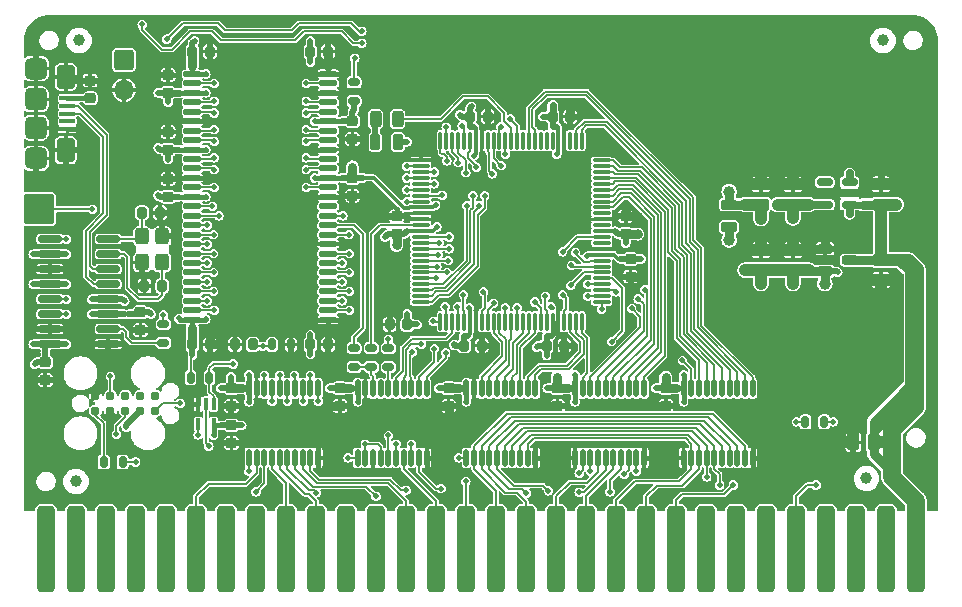
<source format=gtl>
G04 #@! TF.GenerationSoftware,KiCad,Pcbnew,7.0.10*
G04 #@! TF.CreationDate,2024-04-24T06:19:36-04:00*
G04 #@! TF.ProjectId,RAM2E,52414d32-452e-46b6-9963-61645f706362,2.1*
G04 #@! TF.SameCoordinates,Original*
G04 #@! TF.FileFunction,Copper,L1,Top*
G04 #@! TF.FilePolarity,Positive*
%FSLAX46Y46*%
G04 Gerber Fmt 4.6, Leading zero omitted, Abs format (unit mm)*
G04 Created by KiCad (PCBNEW 7.0.10) date 2024-04-24 06:19:36*
%MOMM*%
%LPD*%
G01*
G04 APERTURE LIST*
G04 Aperture macros list*
%AMRoundRect*
0 Rectangle with rounded corners*
0 $1 Rounding radius*
0 $2 $3 $4 $5 $6 $7 $8 $9 X,Y pos of 4 corners*
0 Add a 4 corners polygon primitive as box body*
4,1,4,$2,$3,$4,$5,$6,$7,$8,$9,$2,$3,0*
0 Add four circle primitives for the rounded corners*
1,1,$1+$1,$2,$3*
1,1,$1+$1,$4,$5*
1,1,$1+$1,$6,$7*
1,1,$1+$1,$8,$9*
0 Add four rect primitives between the rounded corners*
20,1,$1+$1,$2,$3,$4,$5,0*
20,1,$1+$1,$4,$5,$6,$7,0*
20,1,$1+$1,$6,$7,$8,$9,0*
20,1,$1+$1,$8,$9,$2,$3,0*%
G04 Aperture macros list end*
G04 #@! TA.AperFunction,SMDPad,CuDef*
%ADD10C,1.000000*%
G04 #@! TD*
G04 #@! TA.AperFunction,SMDPad,CuDef*
%ADD11RoundRect,0.112500X0.112500X-0.612500X0.112500X0.612500X-0.112500X0.612500X-0.112500X-0.612500X0*%
G04 #@! TD*
G04 #@! TA.AperFunction,SMDPad,CuDef*
%ADD12RoundRect,0.212500X-0.262500X0.212500X-0.262500X-0.212500X0.262500X-0.212500X0.262500X0.212500X0*%
G04 #@! TD*
G04 #@! TA.AperFunction,SMDPad,CuDef*
%ADD13RoundRect,0.381000X0.381000X3.289000X-0.381000X3.289000X-0.381000X-3.289000X0.381000X-3.289000X0*%
G04 #@! TD*
G04 #@! TA.AperFunction,SMDPad,CuDef*
%ADD14RoundRect,0.212500X0.262500X-0.212500X0.262500X0.212500X-0.262500X0.212500X-0.262500X-0.212500X0*%
G04 #@! TD*
G04 #@! TA.AperFunction,SMDPad,CuDef*
%ADD15RoundRect,0.212500X-0.212500X-0.262500X0.212500X-0.262500X0.212500X0.262500X-0.212500X0.262500X0*%
G04 #@! TD*
G04 #@! TA.AperFunction,SMDPad,CuDef*
%ADD16RoundRect,0.114500X-0.640500X-0.114500X0.640500X-0.114500X0.640500X0.114500X-0.640500X0.114500X0*%
G04 #@! TD*
G04 #@! TA.AperFunction,SMDPad,CuDef*
%ADD17RoundRect,0.212500X0.212500X0.262500X-0.212500X0.262500X-0.212500X-0.262500X0.212500X-0.262500X0*%
G04 #@! TD*
G04 #@! TA.AperFunction,ComponentPad*
%ADD18C,2.000000*%
G04 #@! TD*
G04 #@! TA.AperFunction,SMDPad,CuDef*
%ADD19RoundRect,0.075000X-0.662500X-0.075000X0.662500X-0.075000X0.662500X0.075000X-0.662500X0.075000X0*%
G04 #@! TD*
G04 #@! TA.AperFunction,SMDPad,CuDef*
%ADD20RoundRect,0.075000X-0.075000X-0.662500X0.075000X-0.662500X0.075000X0.662500X-0.075000X0.662500X0*%
G04 #@! TD*
G04 #@! TA.AperFunction,SMDPad,CuDef*
%ADD21RoundRect,0.262500X0.262500X0.437500X-0.262500X0.437500X-0.262500X-0.437500X0.262500X-0.437500X0*%
G04 #@! TD*
G04 #@! TA.AperFunction,SMDPad,CuDef*
%ADD22RoundRect,0.262500X-0.437500X0.262500X-0.437500X-0.262500X0.437500X-0.262500X0.437500X0.262500X0*%
G04 #@! TD*
G04 #@! TA.AperFunction,SMDPad,CuDef*
%ADD23RoundRect,0.262500X0.437500X-0.262500X0.437500X0.262500X-0.437500X0.262500X-0.437500X-0.262500X0*%
G04 #@! TD*
G04 #@! TA.AperFunction,SMDPad,CuDef*
%ADD24RoundRect,0.200000X-0.475000X-0.200000X0.475000X-0.200000X0.475000X0.200000X-0.475000X0.200000X0*%
G04 #@! TD*
G04 #@! TA.AperFunction,SMDPad,CuDef*
%ADD25RoundRect,0.162500X0.512500X0.162500X-0.512500X0.162500X-0.512500X-0.162500X0.512500X-0.162500X0*%
G04 #@! TD*
G04 #@! TA.AperFunction,SMDPad,CuDef*
%ADD26RoundRect,0.212500X0.487500X-0.212500X0.487500X0.212500X-0.487500X0.212500X-0.487500X-0.212500X0*%
G04 #@! TD*
G04 #@! TA.AperFunction,SMDPad,CuDef*
%ADD27RoundRect,0.175000X-0.300000X0.175000X-0.300000X-0.175000X0.300000X-0.175000X0.300000X0.175000X0*%
G04 #@! TD*
G04 #@! TA.AperFunction,SMDPad,CuDef*
%ADD28RoundRect,0.175000X-0.175000X-0.300000X0.175000X-0.300000X0.175000X0.300000X-0.175000X0.300000X0*%
G04 #@! TD*
G04 #@! TA.AperFunction,SMDPad,CuDef*
%ADD29RoundRect,0.212500X-0.212500X-0.487500X0.212500X-0.487500X0.212500X0.487500X-0.212500X0.487500X0*%
G04 #@! TD*
G04 #@! TA.AperFunction,SMDPad,CuDef*
%ADD30RoundRect,0.243750X0.243750X0.456250X-0.243750X0.456250X-0.243750X-0.456250X0.243750X-0.456250X0*%
G04 #@! TD*
G04 #@! TA.AperFunction,SMDPad,CuDef*
%ADD31RoundRect,0.100000X-0.100000X0.400000X-0.100000X-0.400000X0.100000X-0.400000X0.100000X0.400000X0*%
G04 #@! TD*
G04 #@! TA.AperFunction,SMDPad,CuDef*
%ADD32RoundRect,0.175000X0.300000X-0.175000X0.300000X0.175000X-0.300000X0.175000X-0.300000X-0.175000X0*%
G04 #@! TD*
G04 #@! TA.AperFunction,SMDPad,CuDef*
%ADD33RoundRect,0.300000X0.300000X-0.400000X0.300000X0.400000X-0.300000X0.400000X-0.300000X-0.400000X0*%
G04 #@! TD*
G04 #@! TA.AperFunction,ComponentPad*
%ADD34RoundRect,0.250000X-0.600000X-0.600000X0.600000X-0.600000X0.600000X0.600000X-0.600000X0.600000X0*%
G04 #@! TD*
G04 #@! TA.AperFunction,ComponentPad*
%ADD35O,1.700000X1.700000*%
G04 #@! TD*
G04 #@! TA.AperFunction,ConnectorPad*
%ADD36C,0.787400*%
G04 #@! TD*
G04 #@! TA.AperFunction,SMDPad,CuDef*
%ADD37RoundRect,0.150000X0.825000X0.150000X-0.825000X0.150000X-0.825000X-0.150000X0.825000X-0.150000X0*%
G04 #@! TD*
G04 #@! TA.AperFunction,SMDPad,CuDef*
%ADD38RoundRect,0.100000X-0.575000X0.100000X-0.575000X-0.100000X0.575000X-0.100000X0.575000X0.100000X0*%
G04 #@! TD*
G04 #@! TA.AperFunction,SMDPad,CuDef*
%ADD39RoundRect,0.450000X-0.500000X0.450000X-0.500000X-0.450000X0.500000X-0.450000X0.500000X0.450000X0*%
G04 #@! TD*
G04 #@! TA.AperFunction,SMDPad,CuDef*
%ADD40RoundRect,0.400000X-0.400000X0.650000X-0.400000X-0.650000X0.400000X-0.650000X0.400000X0.650000X0*%
G04 #@! TD*
G04 #@! TA.AperFunction,SMDPad,CuDef*
%ADD41RoundRect,0.475000X-0.475000X0.475000X-0.475000X-0.475000X0.475000X-0.475000X0.475000X0.475000X0*%
G04 #@! TD*
G04 #@! TA.AperFunction,SMDPad,CuDef*
%ADD42RoundRect,0.175000X0.175000X0.300000X-0.175000X0.300000X-0.175000X-0.300000X0.175000X-0.300000X0*%
G04 #@! TD*
G04 #@! TA.AperFunction,ComponentPad*
%ADD43RoundRect,0.260000X-1.040000X-1.040000X1.040000X-1.040000X1.040000X1.040000X-1.040000X1.040000X0*%
G04 #@! TD*
G04 #@! TA.AperFunction,ViaPad*
%ADD44C,0.500000*%
G04 #@! TD*
G04 #@! TA.AperFunction,ViaPad*
%ADD45C,0.600000*%
G04 #@! TD*
G04 #@! TA.AperFunction,ViaPad*
%ADD46C,1.000000*%
G04 #@! TD*
G04 #@! TA.AperFunction,ViaPad*
%ADD47C,0.800000*%
G04 #@! TD*
G04 #@! TA.AperFunction,Conductor*
%ADD48C,0.762000*%
G04 #@! TD*
G04 #@! TA.AperFunction,Conductor*
%ADD49C,0.450000*%
G04 #@! TD*
G04 #@! TA.AperFunction,Conductor*
%ADD50C,0.800000*%
G04 #@! TD*
G04 #@! TA.AperFunction,Conductor*
%ADD51C,1.000000*%
G04 #@! TD*
G04 #@! TA.AperFunction,Conductor*
%ADD52C,0.600000*%
G04 #@! TD*
G04 #@! TA.AperFunction,Conductor*
%ADD53C,0.650000*%
G04 #@! TD*
G04 #@! TA.AperFunction,Conductor*
%ADD54C,0.508000*%
G04 #@! TD*
G04 #@! TA.AperFunction,Conductor*
%ADD55C,0.400000*%
G04 #@! TD*
G04 #@! TA.AperFunction,Conductor*
%ADD56C,1.524000*%
G04 #@! TD*
G04 #@! TA.AperFunction,Conductor*
%ADD57C,0.500000*%
G04 #@! TD*
G04 #@! TA.AperFunction,Conductor*
%ADD58C,0.150000*%
G04 #@! TD*
G04 #@! TA.AperFunction,Conductor*
%ADD59C,0.300000*%
G04 #@! TD*
G04 #@! TA.AperFunction,Conductor*
%ADD60C,0.250000*%
G04 #@! TD*
G04 #@! TA.AperFunction,Conductor*
%ADD61C,0.350000*%
G04 #@! TD*
G04 #@! TA.AperFunction,Conductor*
%ADD62C,0.152400*%
G04 #@! TD*
G04 APERTURE END LIST*
D10*
X203200000Y-129540000D03*
X271526000Y-92202000D03*
D11*
X236250000Y-127550000D03*
X236900000Y-127550000D03*
X237550000Y-127550000D03*
X238200000Y-127550000D03*
X238850000Y-127550000D03*
X239500000Y-127550000D03*
X240150000Y-127550000D03*
X240800000Y-127550000D03*
X241450000Y-127550000D03*
X242100000Y-127550000D03*
X242100000Y-121650000D03*
X241450000Y-121650000D03*
X240800000Y-121650000D03*
X240150000Y-121650000D03*
X239500000Y-121650000D03*
X238850000Y-121650000D03*
X238200000Y-121650000D03*
X237550000Y-121650000D03*
X236900000Y-121650000D03*
X236250000Y-121650000D03*
D12*
X234750000Y-121650000D03*
X234750000Y-123150000D03*
X253150000Y-121650000D03*
X253150000Y-123150000D03*
D11*
X254650000Y-127550000D03*
X255300000Y-127550000D03*
X255950000Y-127550000D03*
X256600000Y-127550000D03*
X257250000Y-127550000D03*
X257900000Y-127550000D03*
X258550000Y-127550000D03*
X259200000Y-127550000D03*
X259850000Y-127550000D03*
X260500000Y-127550000D03*
X260500000Y-121650000D03*
X259850000Y-121650000D03*
X259200000Y-121650000D03*
X258550000Y-121650000D03*
X257900000Y-121650000D03*
X257250000Y-121650000D03*
X256600000Y-121650000D03*
X255950000Y-121650000D03*
X255300000Y-121650000D03*
X254650000Y-121650000D03*
D12*
X243950000Y-121650000D03*
X243950000Y-123150000D03*
D11*
X217850000Y-127550000D03*
X218500000Y-127550000D03*
X219150000Y-127550000D03*
X219800000Y-127550000D03*
X220450000Y-127550000D03*
X221100000Y-127550000D03*
X221750000Y-127550000D03*
X222400000Y-127550000D03*
X223050000Y-127550000D03*
X223700000Y-127550000D03*
X223700000Y-121650000D03*
X223050000Y-121650000D03*
X222400000Y-121650000D03*
X221750000Y-121650000D03*
X221100000Y-121650000D03*
X220450000Y-121650000D03*
X219800000Y-121650000D03*
X219150000Y-121650000D03*
X218500000Y-121650000D03*
X217850000Y-121650000D03*
X245450000Y-127550000D03*
X246100000Y-127550000D03*
X246750000Y-127550000D03*
X247400000Y-127550000D03*
X248050000Y-127550000D03*
X248700000Y-127550000D03*
X249350000Y-127550000D03*
X250000000Y-127550000D03*
X250650000Y-127550000D03*
X251300000Y-127550000D03*
X251300000Y-121650000D03*
X250650000Y-121650000D03*
X250000000Y-121650000D03*
X249350000Y-121650000D03*
X248700000Y-121650000D03*
X248050000Y-121650000D03*
X247400000Y-121650000D03*
X246750000Y-121650000D03*
X246100000Y-121650000D03*
X245450000Y-121650000D03*
D13*
X200660000Y-135282000D03*
X203200000Y-135282000D03*
X205740000Y-135282000D03*
X208280000Y-135282000D03*
X210820000Y-135282000D03*
X213360000Y-135282000D03*
X215900000Y-135282000D03*
X218440000Y-135282000D03*
X220980000Y-135282000D03*
X223520000Y-135282000D03*
X226060000Y-135282000D03*
X228600000Y-135282000D03*
X231140000Y-135282000D03*
X233680000Y-135282000D03*
X236220000Y-135282000D03*
X238760000Y-135282000D03*
X241300000Y-135282000D03*
X243840000Y-135282000D03*
X246380000Y-135282000D03*
X248920000Y-135282000D03*
X251460000Y-135282000D03*
X254000000Y-135282000D03*
X256540000Y-135282000D03*
X259080000Y-135282000D03*
X261620000Y-135282000D03*
X264160000Y-135282000D03*
X266700000Y-135282000D03*
X269240000Y-135282000D03*
X271780000Y-135282000D03*
X274320000Y-135282000D03*
D11*
X227050000Y-127550000D03*
X227700000Y-127550000D03*
X228350000Y-127550000D03*
X229000000Y-127550000D03*
X229650000Y-127550000D03*
X230300000Y-127550000D03*
X230950000Y-127550000D03*
X231600000Y-127550000D03*
X232250000Y-127550000D03*
X232900000Y-127550000D03*
X232900000Y-121650000D03*
X232250000Y-121650000D03*
X231600000Y-121650000D03*
X230950000Y-121650000D03*
X230300000Y-121650000D03*
X229650000Y-121650000D03*
X229000000Y-121650000D03*
X228350000Y-121650000D03*
X227700000Y-121650000D03*
X227050000Y-121650000D03*
D12*
X225550000Y-121650000D03*
X225550000Y-123150000D03*
X226600000Y-103850000D03*
X226600000Y-105350000D03*
D14*
X211000000Y-101450000D03*
X211000000Y-99950000D03*
X211000000Y-96650000D03*
X211000000Y-95150000D03*
D15*
X236550000Y-98650000D03*
X238050000Y-98650000D03*
X243550000Y-98650000D03*
X245050000Y-98650000D03*
X243050000Y-118050000D03*
X244550000Y-118050000D03*
X236050000Y-118050000D03*
X237550000Y-118050000D03*
D14*
X249750000Y-108600000D03*
X249750000Y-107100000D03*
X230350000Y-108600000D03*
X230350000Y-107100000D03*
X211000000Y-105450000D03*
X211000000Y-103950000D03*
D12*
X226600000Y-99050000D03*
X226600000Y-100550000D03*
D16*
X213050000Y-95050000D03*
X213050000Y-95850000D03*
X213050000Y-96650000D03*
X213050000Y-97450000D03*
X213050000Y-98250000D03*
X213050000Y-99050000D03*
X213050000Y-99850000D03*
X213050000Y-100650000D03*
X213050000Y-101450000D03*
X213050000Y-102250000D03*
X213050000Y-103050000D03*
X213050000Y-103850000D03*
X213050000Y-104650000D03*
X213050000Y-105450000D03*
X213050000Y-106250000D03*
X213050000Y-107050000D03*
X213050000Y-107850000D03*
X213050000Y-108650000D03*
X213050000Y-109450000D03*
X213050000Y-110250000D03*
X213050000Y-111050000D03*
X213050000Y-111850000D03*
X213050000Y-112650000D03*
X213050000Y-113450000D03*
X213050000Y-114250000D03*
X213050000Y-115050000D03*
X213050000Y-115850000D03*
X224550000Y-115850000D03*
X224550000Y-115050000D03*
X224550000Y-114250000D03*
X224550000Y-113450000D03*
X224550000Y-112650000D03*
X224550000Y-111850000D03*
X224550000Y-111050000D03*
X224550000Y-110250000D03*
X224550000Y-109450000D03*
X224550000Y-108650000D03*
X224550000Y-107850000D03*
X224550000Y-107050000D03*
X224550000Y-106250000D03*
X224550000Y-105450000D03*
X224550000Y-104650000D03*
X224550000Y-103850000D03*
X224550000Y-103050000D03*
X224550000Y-102250000D03*
X224550000Y-101450000D03*
X224550000Y-100650000D03*
X224550000Y-99850000D03*
X224550000Y-99050000D03*
X224550000Y-98250000D03*
X224550000Y-97450000D03*
X224550000Y-96650000D03*
X224550000Y-95850000D03*
X224550000Y-95050000D03*
D17*
X231250000Y-116250000D03*
X229750000Y-116250000D03*
D10*
X203454000Y-92202000D03*
D18*
X274320000Y-128397000D03*
D19*
X232387500Y-102350000D03*
X232387500Y-102850000D03*
X232387500Y-103350000D03*
X232387500Y-103850000D03*
X232387500Y-104350000D03*
X232387500Y-104850000D03*
X232387500Y-105350000D03*
X232387500Y-105850000D03*
X232387500Y-106350000D03*
X232387500Y-106850000D03*
X232387500Y-107350000D03*
X232387500Y-107850000D03*
X232387500Y-108350000D03*
X232387500Y-108850000D03*
X232387500Y-109350000D03*
X232387500Y-109850000D03*
X232387500Y-110350000D03*
X232387500Y-110850000D03*
X232387500Y-111350000D03*
X232387500Y-111850000D03*
X232387500Y-112350000D03*
X232387500Y-112850000D03*
X232387500Y-113350000D03*
X232387500Y-113850000D03*
X232387500Y-114350000D03*
D20*
X234050000Y-116012500D03*
X234550000Y-116012500D03*
X235050000Y-116012500D03*
X235550000Y-116012500D03*
X236050000Y-116012500D03*
X236550000Y-116012500D03*
X237050000Y-116012500D03*
X237550000Y-116012500D03*
X238050000Y-116012500D03*
X238550000Y-116012500D03*
X239050000Y-116012500D03*
X239550000Y-116012500D03*
X240050000Y-116012500D03*
X240550000Y-116012500D03*
X241050000Y-116012500D03*
X241550000Y-116012500D03*
X242050000Y-116012500D03*
X242550000Y-116012500D03*
X243050000Y-116012500D03*
X243550000Y-116012500D03*
X244050000Y-116012500D03*
X244550000Y-116012500D03*
X245050000Y-116012500D03*
X245550000Y-116012500D03*
X246050000Y-116012500D03*
D19*
X247712500Y-114350000D03*
X247712500Y-113850000D03*
X247712500Y-113350000D03*
X247712500Y-112850000D03*
X247712500Y-112350000D03*
X247712500Y-111850000D03*
X247712500Y-111350000D03*
X247712500Y-110850000D03*
X247712500Y-110350000D03*
X247712500Y-109850000D03*
X247712500Y-109350000D03*
X247712500Y-108850000D03*
X247712500Y-108350000D03*
X247712500Y-107850000D03*
X247712500Y-107350000D03*
X247712500Y-106850000D03*
X247712500Y-106350000D03*
X247712500Y-105850000D03*
X247712500Y-105350000D03*
X247712500Y-104850000D03*
X247712500Y-104350000D03*
X247712500Y-103850000D03*
X247712500Y-103350000D03*
X247712500Y-102850000D03*
X247712500Y-102350000D03*
D20*
X246050000Y-100687500D03*
X245550000Y-100687500D03*
X245050000Y-100687500D03*
X244550000Y-100687500D03*
X244050000Y-100687500D03*
X243550000Y-100687500D03*
X243050000Y-100687500D03*
X242550000Y-100687500D03*
X242050000Y-100687500D03*
X241550000Y-100687500D03*
X241050000Y-100687500D03*
X240550000Y-100687500D03*
X240050000Y-100687500D03*
X239550000Y-100687500D03*
X239050000Y-100687500D03*
X238550000Y-100687500D03*
X238050000Y-100687500D03*
X237550000Y-100687500D03*
X237050000Y-100687500D03*
X236550000Y-100687500D03*
X236050000Y-100687500D03*
X235550000Y-100687500D03*
X235050000Y-100687500D03*
X234550000Y-100687500D03*
X234050000Y-100687500D03*
D21*
X270725000Y-126238000D03*
X269025000Y-126238000D03*
D10*
X270129000Y-129286000D03*
D22*
X271350000Y-110800000D03*
X271350000Y-112500000D03*
D12*
X250150000Y-110700000D03*
X250150000Y-112200000D03*
D15*
X223050000Y-93150000D03*
X224550000Y-93150000D03*
D23*
X263900000Y-111650000D03*
X263900000Y-109950000D03*
D24*
X266600000Y-109850000D03*
X266600000Y-111750000D03*
X268700000Y-110800000D03*
D23*
X261200000Y-111650000D03*
X261200000Y-109950000D03*
D15*
X213050000Y-93150000D03*
X214550000Y-93150000D03*
D12*
X216350000Y-121650000D03*
X216350000Y-123150000D03*
D15*
X213050000Y-117950000D03*
X214550000Y-117950000D03*
D25*
X268700000Y-106100000D03*
X268700000Y-105150000D03*
X268700000Y-104200000D03*
X266600000Y-104200000D03*
X266600000Y-106100000D03*
D23*
X263900000Y-106100000D03*
X263900000Y-104400000D03*
X261200000Y-106100000D03*
X261200000Y-104400000D03*
X271350000Y-106100000D03*
X271350000Y-104400000D03*
D26*
X258500000Y-108000000D03*
X258500000Y-106100000D03*
D27*
X229650000Y-118250000D03*
X229650000Y-119850000D03*
D28*
X264950000Y-124500000D03*
X266550000Y-124500000D03*
D15*
X223050000Y-117950000D03*
X224550000Y-117950000D03*
D27*
X228200000Y-118250000D03*
X228200000Y-119850000D03*
X226750000Y-118250000D03*
X226750000Y-119850000D03*
D29*
X228550000Y-100800000D03*
X230450000Y-100800000D03*
D30*
X230437500Y-98850000D03*
X228562500Y-98850000D03*
D12*
X208661000Y-115213000D03*
X208661000Y-116713000D03*
D14*
X204400000Y-97100000D03*
X204400000Y-95600000D03*
D31*
X214850000Y-123000000D03*
X214200000Y-123000000D03*
X213550000Y-123000000D03*
X213550000Y-124700000D03*
X214850000Y-124700000D03*
D32*
X210600000Y-117800000D03*
X210600000Y-116200000D03*
D17*
X210500000Y-113000000D03*
X209000000Y-113000000D03*
D33*
X210500000Y-111000000D03*
X210500000Y-108800000D03*
X208800000Y-108800000D03*
X208800000Y-111000000D03*
D15*
X208800000Y-106800000D03*
X210300000Y-106800000D03*
D17*
X218150000Y-117950000D03*
X216650000Y-117950000D03*
D34*
X207264000Y-93853000D03*
D35*
X207264000Y-96393000D03*
D36*
X204851000Y-123571000D03*
X206121000Y-123571000D03*
X207391000Y-123571000D03*
X208661000Y-123571000D03*
X209931000Y-123571000D03*
X209931000Y-122301000D03*
X208661000Y-122301000D03*
X207391000Y-122301000D03*
X206121000Y-122301000D03*
X204851000Y-122301000D03*
D28*
X219800000Y-117950000D03*
X221400000Y-117950000D03*
X212900000Y-120750000D03*
X214500000Y-120750000D03*
D32*
X226750000Y-97350000D03*
X226750000Y-95750000D03*
D37*
X205929000Y-117919500D03*
X205929000Y-116649500D03*
X205929000Y-115379500D03*
X205929000Y-114109500D03*
X205929000Y-112839500D03*
X205929000Y-111569500D03*
X205929000Y-110299500D03*
X205929000Y-109029500D03*
X200979000Y-109029500D03*
X200979000Y-110299500D03*
X200979000Y-111569500D03*
X200979000Y-112839500D03*
X200979000Y-114109500D03*
X200979000Y-115379500D03*
X200979000Y-116649500D03*
X200979000Y-117919500D03*
D38*
X202475000Y-97100000D03*
X202475000Y-97750000D03*
X202475000Y-98400000D03*
X202475000Y-99050000D03*
X202475000Y-99700000D03*
D39*
X199800000Y-94600000D03*
D40*
X202350000Y-95300000D03*
D41*
X199800000Y-97200000D03*
X199800000Y-99600000D03*
D40*
X202350000Y-101500000D03*
D39*
X199800000Y-102200000D03*
D12*
X200596500Y-119443500D03*
X200596500Y-120943500D03*
D42*
X207150000Y-127900000D03*
X205550000Y-127900000D03*
D43*
X200088500Y-106489500D03*
D12*
X216350000Y-124800000D03*
X216350000Y-126300000D03*
D44*
X245450000Y-122800000D03*
X243925000Y-120700000D03*
X244825000Y-121650000D03*
X245450000Y-120500000D03*
X254650000Y-122800000D03*
X253125000Y-120700000D03*
X254025000Y-121650000D03*
X254650000Y-120500000D03*
D45*
X269800000Y-106100000D03*
D46*
X272650000Y-106100000D03*
X271350000Y-107250000D03*
D45*
X268700000Y-106900000D03*
D44*
X214850000Y-125650000D03*
X217250000Y-124800000D03*
X215450000Y-124800000D03*
D46*
X274193000Y-123190000D03*
D44*
X243100000Y-121650000D03*
X252300000Y-121650000D03*
D45*
X268700000Y-103450000D03*
D44*
X222250000Y-131191000D03*
X224790000Y-131191000D03*
X227330000Y-131191000D03*
X229870000Y-131191000D03*
X232410000Y-131191000D03*
X234950000Y-131191000D03*
X217170000Y-131191000D03*
X214630000Y-131191000D03*
X212090000Y-131191000D03*
X209550000Y-131191000D03*
X275844000Y-131191000D03*
X270510000Y-131191000D03*
X265430000Y-131191000D03*
X262890000Y-131191000D03*
X260350000Y-131191000D03*
X257810000Y-131191000D03*
X255270000Y-131191000D03*
X252730000Y-131191000D03*
X250190000Y-131191000D03*
X247650000Y-131191000D03*
X245110000Y-131191000D03*
X242570000Y-131191000D03*
X240030000Y-131191000D03*
X237490000Y-131191000D03*
X275844000Y-118364000D03*
X275844000Y-98044000D03*
X275844000Y-93091000D03*
X199136000Y-93091000D03*
X267970000Y-90424000D03*
X262890000Y-90424000D03*
X257810000Y-90424000D03*
X252730000Y-90424000D03*
X242570000Y-90424000D03*
X247650000Y-90424000D03*
X237998000Y-90424000D03*
X226949000Y-90424000D03*
X232410000Y-90424000D03*
X221551500Y-90424000D03*
X210502500Y-90423999D03*
X215582500Y-90424000D03*
X202057000Y-90424000D03*
X199771000Y-90932000D03*
X199136000Y-128270000D03*
X199136000Y-122555000D03*
X275209000Y-90932000D03*
X235625000Y-123300000D03*
X233750000Y-123150000D03*
X244825000Y-123300000D03*
X242950000Y-123150000D03*
X254025000Y-123300000D03*
X252150000Y-123150000D03*
X217225000Y-123300000D03*
X226425000Y-123300000D03*
X224550000Y-123150000D03*
X232750000Y-118950000D03*
X245050000Y-97650000D03*
X250750000Y-107100000D03*
X211900000Y-103850000D03*
X223400000Y-115700000D03*
X246500000Y-109700000D03*
X214200000Y-99050000D03*
X249750000Y-106150000D03*
X225700000Y-115850000D03*
X214200000Y-103850000D03*
X211000000Y-99000000D03*
X211000000Y-103100000D03*
X244700000Y-99500000D03*
X248850000Y-107350000D03*
X244700000Y-101850000D03*
X237700000Y-101950000D03*
X233550000Y-106950000D03*
X226400000Y-106200000D03*
X244200000Y-114750000D03*
X245400000Y-118200000D03*
X223400000Y-95050000D03*
X225700000Y-95050000D03*
X225700000Y-105450000D03*
X223400000Y-101450000D03*
X223400000Y-105450000D03*
X223400000Y-96650000D03*
X225700000Y-96650000D03*
X238400000Y-117900000D03*
X255450000Y-119500000D03*
X253550000Y-117600000D03*
X229000000Y-92550000D03*
X241500000Y-118900000D03*
X230250000Y-124800000D03*
X250350000Y-102450000D03*
X247400000Y-98600000D03*
X247800000Y-99900000D03*
X250450000Y-116300000D03*
X265303000Y-123450000D03*
X204470000Y-131191000D03*
X199136000Y-131191000D03*
X201930000Y-131191000D03*
X207010000Y-131191000D03*
X267970000Y-131191000D03*
X237200000Y-117200000D03*
X237700000Y-99500000D03*
X229350000Y-107100000D03*
X228250000Y-91900000D03*
X244850000Y-105250000D03*
X234600000Y-103200000D03*
X275844000Y-123444000D03*
X229870000Y-93599000D03*
X273050000Y-95504000D03*
X272923000Y-90424000D03*
X218650000Y-126050000D03*
X238900000Y-98550000D03*
X242800000Y-99450000D03*
X247000000Y-119750000D03*
X233600000Y-102350000D03*
X253550000Y-111050000D03*
X220000000Y-105450000D03*
X217600000Y-105450000D03*
X218800000Y-103850000D03*
X218800000Y-101450000D03*
X218800000Y-99050000D03*
X218800000Y-96650000D03*
X218800000Y-95050000D03*
X218800000Y-102650000D03*
X218800000Y-97850000D03*
X218800000Y-100250000D03*
X246000000Y-119650000D03*
X242800000Y-120550000D03*
D46*
X269300000Y-112800000D03*
D44*
X270510000Y-98044000D03*
X265430000Y-98044000D03*
X260350000Y-98044000D03*
X255270000Y-98044000D03*
X250190000Y-98044000D03*
X267970000Y-100584000D03*
X262890000Y-100584000D03*
X257810000Y-100584000D03*
X273050000Y-100584000D03*
X252730000Y-100584000D03*
X255270000Y-103124000D03*
X275844000Y-113284000D03*
X275844000Y-103124000D03*
D46*
X267950000Y-113950000D03*
X265250000Y-113950000D03*
X262550000Y-113950000D03*
X259850000Y-113950000D03*
D44*
X275844000Y-108204000D03*
X263144000Y-125730000D03*
X273050000Y-131699000D03*
D46*
X258500000Y-112800000D03*
D44*
X214550000Y-94050000D03*
X214550000Y-92250000D03*
X230350000Y-110750000D03*
X228850000Y-102550000D03*
X214550000Y-116950000D03*
X241300000Y-120150000D03*
X235800000Y-109750000D03*
X241600000Y-104450000D03*
X240250000Y-102700000D03*
X241000000Y-106500000D03*
X241450000Y-97250000D03*
X242150000Y-96550000D03*
X226300000Y-91300000D03*
X246100000Y-106600000D03*
X244950000Y-108850000D03*
X262763000Y-120650000D03*
X267843000Y-115570000D03*
X270383000Y-118110000D03*
X267843000Y-120650000D03*
X272923000Y-115570000D03*
X262763000Y-115570000D03*
X265303000Y-118110000D03*
X257683000Y-115570000D03*
X260223000Y-118110000D03*
X272923000Y-120650000D03*
X270383000Y-123450000D03*
X260223000Y-123450000D03*
D45*
X269800000Y-105000000D03*
X271350000Y-103450000D03*
X267600000Y-105150000D03*
D46*
X272650000Y-104400000D03*
D44*
X207327500Y-117919500D03*
D46*
X263900000Y-108800000D03*
D44*
X227500000Y-100750000D03*
X210150000Y-95300000D03*
X203540000Y-95600000D03*
X208150000Y-113000000D03*
X234750000Y-124150000D03*
X213550000Y-122050000D03*
X267700000Y-109850000D03*
X215500000Y-123000000D03*
X202374500Y-116459000D03*
X199800000Y-103500000D03*
X202374500Y-111569500D03*
X261150000Y-127550000D03*
X219710000Y-131191000D03*
X228350000Y-128700000D03*
X254250000Y-128850000D03*
X237300000Y-114650000D03*
X251200000Y-112200000D03*
D46*
X259850000Y-104400000D03*
D44*
X207700000Y-116450000D03*
X224550000Y-94350000D03*
X260500000Y-126400000D03*
X254650000Y-126400000D03*
X260500000Y-128700000D03*
X252730000Y-95504000D03*
X237050000Y-122800000D03*
X212950000Y-123350000D03*
X223700000Y-128650000D03*
X227475000Y-105150000D03*
X237350000Y-118950000D03*
X233550000Y-127550000D03*
X199707500Y-120777000D03*
X250250000Y-113000000D03*
X251950000Y-127550000D03*
X242750000Y-127550000D03*
X205750000Y-92150000D03*
X242100000Y-128700000D03*
X226600000Y-101400000D03*
X250190000Y-92964000D03*
X199580500Y-111569500D03*
X231250000Y-107250000D03*
X210400000Y-107700000D03*
X247650000Y-95504000D03*
X244550000Y-119000000D03*
X203550000Y-101500000D03*
X232410000Y-95504000D03*
X203550000Y-99700000D03*
X224550000Y-116550000D03*
X221400000Y-118800000D03*
X202350000Y-102950000D03*
D46*
X269050000Y-124850000D03*
D44*
X218650000Y-122800000D03*
X206121000Y-124396500D03*
X217250000Y-126300000D03*
X232900000Y-128700000D03*
X204533500Y-117729000D03*
X215450000Y-126450000D03*
X208900000Y-112100000D03*
D46*
X265200000Y-104400000D03*
D44*
X210150000Y-100100000D03*
X211500000Y-108800000D03*
X249300000Y-112200000D03*
X224550000Y-118800000D03*
X205250000Y-95600000D03*
X248600000Y-115350000D03*
X242150000Y-126400000D03*
X237900000Y-97800000D03*
X245900000Y-98650000D03*
X199580500Y-116649500D03*
X215500000Y-117950000D03*
D46*
X261200000Y-108800000D03*
D44*
X251300000Y-126400000D03*
X216350000Y-123950000D03*
D46*
X259850000Y-109950000D03*
D44*
X229750000Y-115350000D03*
X232400000Y-101550000D03*
X269050000Y-127350000D03*
X210150000Y-104100000D03*
D46*
X271350000Y-113650000D03*
D44*
X205930500Y-118618000D03*
X244200000Y-117200000D03*
X222200000Y-116800000D03*
X201485500Y-120777000D03*
X207650000Y-109950000D03*
X248850000Y-109800000D03*
X214550000Y-118850000D03*
D46*
X266600000Y-108800000D03*
D44*
X210950000Y-94300000D03*
D46*
X263900000Y-103250000D03*
D44*
X205168500Y-121539000D03*
X211150000Y-106800000D03*
X223700000Y-126400000D03*
X209550000Y-116522500D03*
D46*
X267850000Y-126200000D03*
X262600000Y-104400000D03*
X272700000Y-112500000D03*
D44*
X211950000Y-95450000D03*
D46*
X265250000Y-109950000D03*
X261200000Y-103250000D03*
X262550000Y-109950000D03*
D44*
X224550000Y-92250000D03*
X245450000Y-126400000D03*
X230300000Y-126400000D03*
X231600000Y-126400000D03*
X257700000Y-129850000D03*
X256600000Y-129150000D03*
X243200000Y-130350000D03*
X241300000Y-130550000D03*
X214450000Y-126550000D03*
X265850000Y-129850000D03*
X229650000Y-125650000D03*
X218440000Y-130429000D03*
X234100000Y-130150000D03*
X231140000Y-130302000D03*
X228600000Y-130810000D03*
X223520000Y-130500000D03*
X267300000Y-124500000D03*
X249600000Y-128950000D03*
X245800000Y-130450000D03*
X248412000Y-130429000D03*
X246750000Y-128700000D03*
X250650000Y-128700000D03*
X258850000Y-129850000D03*
X245800000Y-128850000D03*
X236200000Y-129550000D03*
X236250000Y-122800000D03*
X235625000Y-121650000D03*
X217850000Y-120500000D03*
X215450000Y-121650000D03*
X217225000Y-121650000D03*
X216325000Y-120700000D03*
X217850000Y-122800000D03*
X226425000Y-121650000D03*
X227050000Y-122800000D03*
X214200000Y-101450000D03*
X214200000Y-96650000D03*
X211900000Y-101450000D03*
X211900000Y-105450000D03*
X211900000Y-115750000D03*
X214200000Y-115800000D03*
X246450000Y-110500000D03*
X211900000Y-96650000D03*
X243900000Y-99500000D03*
X214200000Y-95050000D03*
X226600000Y-102900000D03*
X243400000Y-114750000D03*
X243900000Y-101850000D03*
X233650000Y-106150000D03*
X236900000Y-101950000D03*
X242200000Y-118200000D03*
X223400000Y-99050000D03*
X223400000Y-103850000D03*
X225700000Y-99050000D03*
X225700000Y-103850000D03*
X213250000Y-92250000D03*
X213050000Y-116550000D03*
X231250000Y-100800000D03*
X249300000Y-110700000D03*
X235200000Y-117950000D03*
X226250000Y-127550000D03*
X236700000Y-97800000D03*
X236900000Y-99500000D03*
D46*
X265250000Y-111650000D03*
D44*
X235600000Y-127550000D03*
X204533500Y-114109500D03*
X207327500Y-114300000D03*
X199580500Y-117919500D03*
X223050000Y-94050000D03*
X224700000Y-121650000D03*
X267700000Y-111850000D03*
X199707500Y-119634000D03*
X217850000Y-128700000D03*
X235700000Y-98500000D03*
X213050000Y-94350000D03*
X223050000Y-117100000D03*
X251050000Y-110700000D03*
X202374500Y-112839500D03*
X199580500Y-110299500D03*
X232100000Y-116250000D03*
X231250000Y-115350000D03*
X243550000Y-97700000D03*
X202374500Y-110299500D03*
X204533500Y-115379500D03*
X223050000Y-118800000D03*
X236400000Y-117200000D03*
X211000000Y-102300000D03*
X210150000Y-96650000D03*
X209550000Y-115379500D03*
X243050000Y-118900000D03*
D46*
X258500000Y-109100000D03*
D44*
X199580500Y-112839500D03*
D46*
X266600000Y-112800000D03*
D44*
X200596500Y-118618000D03*
X213050000Y-118850000D03*
D46*
X263900000Y-112800000D03*
D44*
X211000000Y-97450000D03*
X242700000Y-98650000D03*
D46*
X261200000Y-112800000D03*
D44*
X207327500Y-115379500D03*
X226750000Y-98100000D03*
X202374500Y-117919500D03*
X207454500Y-124968000D03*
X210150000Y-101300000D03*
D46*
X259850000Y-111650000D03*
X262550000Y-111650000D03*
D44*
X243400000Y-117200000D03*
X223050000Y-92250000D03*
X210150000Y-105300000D03*
X214200000Y-105450000D03*
X233900000Y-121650000D03*
X227500000Y-103850000D03*
X236500000Y-114850000D03*
X236800000Y-105350000D03*
X202374500Y-114109500D03*
X206121000Y-120650000D03*
X236300000Y-106200000D03*
X226800000Y-93700000D03*
X202374500Y-115379500D03*
X212026500Y-122936000D03*
X237800000Y-105350000D03*
X206629000Y-125539500D03*
X227400000Y-92450000D03*
X202374500Y-109029500D03*
X208800000Y-90850000D03*
X237300000Y-106200000D03*
X210900000Y-92100000D03*
X227400000Y-91440000D03*
X208250000Y-127900000D03*
X219000000Y-118100000D03*
X210600000Y-115450000D03*
X222700000Y-102150000D03*
X214900000Y-102150000D03*
X238450000Y-103500000D03*
X222700000Y-100750000D03*
X214900000Y-100750000D03*
X239200000Y-102800000D03*
X222700000Y-99750000D03*
X214900000Y-99750000D03*
X239550000Y-101850000D03*
X222700000Y-98350000D03*
X234550000Y-99550000D03*
X214900000Y-98350000D03*
X222700000Y-104650000D03*
X214900000Y-104650000D03*
X236200000Y-103400000D03*
X222700000Y-103150000D03*
X214900000Y-103150000D03*
X237100000Y-102950000D03*
X222700000Y-95850000D03*
X235900000Y-99450000D03*
X214900000Y-95850000D03*
X222700000Y-97350000D03*
X214900000Y-97350000D03*
X239150000Y-99500000D03*
X225800000Y-107050000D03*
X234600000Y-102400000D03*
X231200000Y-102850000D03*
X215300000Y-107050000D03*
X233550000Y-103350000D03*
X214300000Y-107850000D03*
X231200000Y-103850000D03*
X226300000Y-108650000D03*
X233550000Y-104350000D03*
X214850000Y-108650000D03*
X231200000Y-104850000D03*
X214850000Y-110250000D03*
X234200000Y-105300000D03*
X226350000Y-110250000D03*
X231200000Y-105850000D03*
X214300000Y-109450000D03*
X214300000Y-111050000D03*
X234800000Y-108850000D03*
X225750000Y-111050000D03*
X233950000Y-109350000D03*
X214850000Y-111850000D03*
X234800000Y-109850000D03*
X226350000Y-111850000D03*
X233850000Y-110350000D03*
X214300000Y-112650000D03*
X234700000Y-110850000D03*
X225750000Y-112650000D03*
X233750000Y-111350000D03*
X214850000Y-113450000D03*
X234600000Y-111850000D03*
X226350000Y-113450000D03*
X233650000Y-112350000D03*
X226350000Y-115050000D03*
X233450000Y-116000000D03*
X214900000Y-115050000D03*
X234450000Y-114750000D03*
X225750000Y-114250000D03*
X235500000Y-114750000D03*
X214300000Y-114250000D03*
X236000000Y-113750000D03*
X232450000Y-117950000D03*
X237700000Y-113500000D03*
X238550000Y-114450000D03*
X231650000Y-118600000D03*
X239550000Y-114850000D03*
X233550000Y-118300000D03*
X240550000Y-114850000D03*
X234500000Y-118650000D03*
X235550000Y-102550000D03*
X214750000Y-106250000D03*
X246550000Y-113850000D03*
X219150000Y-120550000D03*
X247700000Y-114950000D03*
X219800000Y-122750000D03*
X221700000Y-120550000D03*
X245100000Y-112950000D03*
X246550000Y-112850000D03*
X221100000Y-122750000D03*
X222450000Y-122750000D03*
X242050000Y-114350000D03*
X223700000Y-122750000D03*
X244400000Y-113750000D03*
X223050000Y-120550000D03*
X242950000Y-113850000D03*
X248950000Y-113500000D03*
X220450000Y-120550000D03*
X250250000Y-114900000D03*
X245150000Y-111250000D03*
X245500000Y-110150000D03*
X251350000Y-113300000D03*
X244400000Y-110100000D03*
X250800000Y-114100000D03*
X248550000Y-117700000D03*
X254550000Y-119300000D03*
X213550000Y-125600000D03*
D47*
X250750000Y-108600000D03*
D44*
X231250000Y-108350000D03*
D47*
X230350000Y-109550000D03*
D44*
X248850000Y-108350000D03*
X233750000Y-108000000D03*
X229350000Y-108850000D03*
D46*
X263900000Y-107250000D03*
X259850000Y-106100000D03*
X258500000Y-105000000D03*
X265250000Y-106100000D03*
X261200000Y-107300000D03*
D44*
X249750000Y-109400000D03*
D46*
X262600000Y-106100000D03*
D44*
X229650000Y-117500000D03*
X204597000Y-106489500D03*
X227700000Y-126400000D03*
X264200000Y-124500000D03*
X216500000Y-119600000D03*
X239950000Y-98850000D03*
D48*
X243925000Y-121650000D02*
X244825000Y-121650000D01*
D49*
X245450000Y-121650000D02*
X245450000Y-122800000D01*
X245450000Y-121650000D02*
X245450000Y-120500000D01*
D48*
X243925000Y-121650000D02*
X243925000Y-120700000D01*
D49*
X245450000Y-121650000D02*
X244825000Y-121650000D01*
D48*
X253125000Y-121650000D02*
X254025000Y-121650000D01*
D49*
X254650000Y-121650000D02*
X254025000Y-121650000D01*
D48*
X253125000Y-121650000D02*
X253125000Y-120700000D01*
D49*
X254650000Y-121650000D02*
X254650000Y-120500000D01*
X254650000Y-121650000D02*
X254650000Y-122800000D01*
D50*
X269800000Y-106100000D02*
X271350000Y-106100000D01*
D51*
X271350000Y-110800000D02*
X271350000Y-107250000D01*
X271350000Y-107250000D02*
X271350000Y-106100000D01*
D52*
X268700000Y-106100000D02*
X269800000Y-106100000D01*
D51*
X271350000Y-106100000D02*
X272650000Y-106100000D01*
D53*
X268700000Y-106100000D02*
X268700000Y-106900000D01*
D51*
X274500000Y-111600000D02*
X274500000Y-123300000D01*
X274500000Y-123300000D02*
X272288000Y-125512000D01*
D54*
X243925000Y-121650000D02*
X243100000Y-121650000D01*
D55*
X215450000Y-124800000D02*
X214850000Y-124800000D01*
D50*
X270725000Y-124475000D02*
X274500000Y-120700000D01*
D51*
X272288000Y-128778000D02*
X272288000Y-129159000D01*
D50*
X270725000Y-125261000D02*
X270725000Y-124475000D01*
D53*
X268700000Y-104200000D02*
X268700000Y-103450000D01*
D56*
X274320000Y-131191000D02*
X274320000Y-135282000D01*
D51*
X270725000Y-126238000D02*
X272288000Y-126238000D01*
D56*
X272288000Y-125095000D02*
X272288000Y-126238000D01*
D50*
X274500000Y-120700000D02*
X274500000Y-111600000D01*
X268700000Y-110800000D02*
X271350000Y-110800000D01*
D57*
X216350000Y-124800000D02*
X215450000Y-124800000D01*
D56*
X274193000Y-123190000D02*
X272288000Y-125095000D01*
D50*
X270725000Y-125261000D02*
X274193000Y-121793000D01*
D54*
X253125000Y-121650000D02*
X252300000Y-121650000D01*
D50*
X270725000Y-127215000D02*
X272288000Y-128778000D01*
X270725000Y-126238000D02*
X270725000Y-125261000D01*
D51*
X273700000Y-110800000D02*
X274500000Y-111600000D01*
X273800000Y-111600000D02*
X274500000Y-111600000D01*
X273000000Y-110800000D02*
X273800000Y-111600000D01*
D56*
X272288000Y-126238000D02*
X272288000Y-129159000D01*
D55*
X214850000Y-124700000D02*
X214850000Y-124800000D01*
D50*
X270725000Y-126238000D02*
X270725000Y-127215000D01*
D56*
X272288000Y-129159000D02*
X274320000Y-131191000D01*
X274129500Y-123253500D02*
X272288000Y-125095000D01*
X274193000Y-123190000D02*
X274129500Y-123253500D01*
D55*
X214850000Y-124700000D02*
X214850000Y-125650000D01*
D51*
X272288000Y-125512000D02*
X272288000Y-129159000D01*
D56*
X274193000Y-123190000D02*
X274193000Y-111693000D01*
D51*
X271350000Y-110800000D02*
X273700000Y-110800000D01*
X271350000Y-110800000D02*
X273000000Y-110800000D01*
D57*
X216350000Y-124800000D02*
X217250000Y-124800000D01*
D48*
X234725000Y-123150000D02*
X233750000Y-123150000D01*
X243925000Y-123150000D02*
X242950000Y-123150000D01*
X253125000Y-123150000D02*
X252150000Y-123150000D01*
X225525000Y-123150000D02*
X224550000Y-123150000D01*
D54*
X248850000Y-107350000D02*
X249100000Y-107100000D01*
D48*
X249750000Y-107100000D02*
X250750000Y-107100000D01*
D49*
X213050000Y-99050000D02*
X214200000Y-99050000D01*
D48*
X249750000Y-107100000D02*
X249750000Y-106150000D01*
D49*
X213050000Y-103850000D02*
X214200000Y-103850000D01*
D54*
X249100000Y-107100000D02*
X249750000Y-107100000D01*
D49*
X213050000Y-103850000D02*
X211900000Y-103850000D01*
X224550000Y-115850000D02*
X225700000Y-115850000D01*
D57*
X211000000Y-99950000D02*
X211000000Y-99000000D01*
D54*
X211000000Y-103950000D02*
X211800000Y-103950000D01*
X226600000Y-105350000D02*
X225800000Y-105350000D01*
D48*
X245050000Y-98650000D02*
X245050000Y-97650000D01*
D54*
X211800000Y-103950000D02*
X211900000Y-103850000D01*
X211050000Y-99050000D02*
X211000000Y-99000000D01*
X225800000Y-105350000D02*
X225700000Y-105450000D01*
D52*
X230350000Y-107100000D02*
X229350000Y-107100000D01*
D54*
X211000000Y-103950000D02*
X211000000Y-103100000D01*
X213050000Y-99050000D02*
X211050000Y-99050000D01*
X245250000Y-118050000D02*
X245400000Y-118200000D01*
X244550000Y-118050000D02*
X245250000Y-118050000D01*
D49*
X224550000Y-96650000D02*
X225700000Y-96650000D01*
X224550000Y-105450000D02*
X225700000Y-105450000D01*
X224550000Y-96650000D02*
X223400000Y-96650000D01*
X224550000Y-95050000D02*
X223400000Y-95050000D01*
X224550000Y-105450000D02*
X223400000Y-105450000D01*
X224550000Y-95050000D02*
X225700000Y-95050000D01*
X224550000Y-101450000D02*
X223400000Y-101450000D01*
D57*
X214550000Y-93150000D02*
X214550000Y-94050000D01*
X214550000Y-93150000D02*
X214550000Y-92250000D01*
D48*
X214550000Y-117950000D02*
X214550000Y-116950000D01*
D53*
X269650000Y-105150000D02*
X268700000Y-105150000D01*
X269800000Y-105000000D02*
X269650000Y-105150000D01*
X268700000Y-105150000D02*
X267600000Y-105150000D01*
D51*
X271350000Y-104400000D02*
X270500000Y-104400000D01*
D52*
X271350000Y-104400000D02*
X271350000Y-103450000D01*
D51*
X271350000Y-104400000D02*
X272650000Y-104400000D01*
D54*
X238050000Y-98650000D02*
X238800000Y-98650000D01*
D49*
X242100000Y-127550000D02*
X242100000Y-126450000D01*
D57*
X206121000Y-123571000D02*
X206121000Y-124396500D01*
X226600000Y-100550000D02*
X226600000Y-101400000D01*
X210300000Y-99950000D02*
X210150000Y-100100000D01*
D54*
X226275000Y-123150000D02*
X226425000Y-123300000D01*
D58*
X227250000Y-123300000D02*
X227700000Y-122850000D01*
D51*
X261200000Y-104400000D02*
X261200000Y-103250000D01*
D57*
X203540000Y-95600000D02*
X202650000Y-95600000D01*
D50*
X250150000Y-112200000D02*
X251200000Y-112200000D01*
D57*
X208661000Y-116713000D02*
X209359500Y-116713000D01*
D59*
X232375000Y-107350000D02*
X231350000Y-107350000D01*
D58*
X226425000Y-123300000D02*
X227250000Y-123300000D01*
D55*
X212950000Y-123350000D02*
X212950000Y-123150000D01*
D49*
X224550000Y-115850000D02*
X224550000Y-116550000D01*
D60*
X247712500Y-109850000D02*
X246650000Y-109850000D01*
D51*
X267888000Y-126238000D02*
X267850000Y-126200000D01*
D57*
X238050000Y-98650000D02*
X238050000Y-99500000D01*
X199800000Y-102200000D02*
X199800000Y-103500000D01*
D49*
X251300000Y-127550000D02*
X251950000Y-127550000D01*
D54*
X244550000Y-118050000D02*
X244550000Y-117200000D01*
D51*
X263900000Y-104400000D02*
X263900000Y-103250000D01*
D57*
X211000000Y-95150000D02*
X211000000Y-94350000D01*
X216350000Y-126300000D02*
X217250000Y-126300000D01*
D51*
X261200000Y-109950000D02*
X261200000Y-108800000D01*
D49*
X224550000Y-95050000D02*
X224550000Y-94350000D01*
D52*
X224550000Y-117950000D02*
X224550000Y-116550000D01*
D50*
X266600000Y-109850000D02*
X265350000Y-109850000D01*
D57*
X210500000Y-108800000D02*
X211500000Y-108800000D01*
D59*
X237050000Y-114900000D02*
X237300000Y-114650000D01*
D57*
X209000000Y-113000000D02*
X208150000Y-113000000D01*
D58*
X228350000Y-127550000D02*
X228350000Y-128700000D01*
D54*
X234725000Y-123150000D02*
X235475000Y-123150000D01*
D57*
X205929000Y-117919500D02*
X205929000Y-118616500D01*
D54*
X238800000Y-98650000D02*
X238900000Y-98550000D01*
D57*
X250150000Y-112200000D02*
X249300000Y-112200000D01*
X227500000Y-100750000D02*
X227300000Y-100550000D01*
D58*
X254650000Y-127550000D02*
X254650000Y-126400000D01*
D51*
X271350000Y-112500000D02*
X271350000Y-113650000D01*
X269025000Y-126238000D02*
X269025000Y-124875000D01*
D59*
X244050000Y-116012500D02*
X244050000Y-117050000D01*
X244550000Y-101700000D02*
X244700000Y-101850000D01*
D58*
X218500000Y-121650000D02*
X218500000Y-122650000D01*
D57*
X227275000Y-105350000D02*
X227475000Y-105150000D01*
X238050000Y-97950000D02*
X237900000Y-97800000D01*
X209000000Y-112200000D02*
X208900000Y-112100000D01*
D50*
X234750000Y-123150000D02*
X234750000Y-124150000D01*
D57*
X237550000Y-117200000D02*
X237200000Y-117200000D01*
X202350000Y-101500000D02*
X202350000Y-102950000D01*
X205929000Y-117919500D02*
X204724000Y-117919500D01*
X202350000Y-101500000D02*
X203550000Y-101500000D01*
D54*
X253875000Y-123150000D02*
X254025000Y-123300000D01*
D55*
X202475000Y-99700000D02*
X203550000Y-99700000D01*
D57*
X238050000Y-99500000D02*
X237700000Y-99500000D01*
D54*
X243925000Y-123150000D02*
X244675000Y-123150000D01*
D59*
X237050000Y-116012500D02*
X237050000Y-117050000D01*
D51*
X263900000Y-104400000D02*
X265200000Y-104400000D01*
X261200000Y-104400000D02*
X262600000Y-104400000D01*
D58*
X236900000Y-121650000D02*
X236900000Y-122650000D01*
D54*
X244550000Y-117200000D02*
X244200000Y-117200000D01*
D57*
X250150000Y-112900000D02*
X250150000Y-112200000D01*
X207963000Y-116713000D02*
X207700000Y-116450000D01*
X237550000Y-118050000D02*
X237550000Y-117200000D01*
D51*
X269600000Y-112500000D02*
X269300000Y-112800000D01*
D57*
X237550000Y-118750000D02*
X237350000Y-118950000D01*
D54*
X226600000Y-106000000D02*
X226600000Y-105350000D01*
D57*
X200979000Y-111569500D02*
X199580500Y-111569500D01*
D59*
X237050000Y-116012500D02*
X237050000Y-114900000D01*
D57*
X266600000Y-109850000D02*
X267700000Y-109850000D01*
X205929000Y-117919500D02*
X207327500Y-117919500D01*
D54*
X231100000Y-107100000D02*
X230350000Y-107100000D01*
D51*
X269025000Y-124875000D02*
X269050000Y-124850000D01*
D59*
X244550000Y-99650000D02*
X244700000Y-99500000D01*
D57*
X224550000Y-117950000D02*
X224550000Y-118800000D01*
D49*
X254650000Y-127550000D02*
X254650000Y-128500000D01*
D54*
X226400000Y-106200000D02*
X226600000Y-106000000D01*
D51*
X263900000Y-109950000D02*
X265250000Y-109950000D01*
D49*
X254650000Y-128500000D02*
X254300000Y-128850000D01*
D51*
X271350000Y-112500000D02*
X272700000Y-112500000D01*
X263900000Y-109950000D02*
X262550000Y-109950000D01*
D54*
X245900000Y-98650000D02*
X245050000Y-98650000D01*
D49*
X232900000Y-127550000D02*
X232900000Y-128700000D01*
D54*
X231250000Y-107250000D02*
X231100000Y-107100000D01*
D57*
X226600000Y-105350000D02*
X227275000Y-105350000D01*
D60*
X248850000Y-109800000D02*
X248800000Y-109850000D01*
D54*
X211000000Y-103950000D02*
X210300000Y-103950000D01*
D57*
X204400000Y-95600000D02*
X205250000Y-95600000D01*
X210500000Y-107800000D02*
X210400000Y-107700000D01*
D49*
X260500000Y-127550000D02*
X261150000Y-127550000D01*
X223550000Y-115850000D02*
X223400000Y-115700000D01*
D57*
X204851000Y-121856500D02*
X205168500Y-121539000D01*
X208661000Y-116713000D02*
X207963000Y-116713000D01*
X210300000Y-107600000D02*
X210400000Y-107700000D01*
D54*
X245050000Y-99500000D02*
X244700000Y-99500000D01*
D57*
X209000000Y-113000000D02*
X209000000Y-112200000D01*
X269025000Y-126238000D02*
X269025000Y-127325000D01*
D49*
X232900000Y-127550000D02*
X233550000Y-127550000D01*
D55*
X211950000Y-95400000D02*
X211950000Y-95450000D01*
D57*
X210300000Y-106800000D02*
X211150000Y-106800000D01*
D54*
X216325000Y-123150000D02*
X217075000Y-123150000D01*
D49*
X223700000Y-127550000D02*
X223700000Y-126400000D01*
D51*
X263900000Y-104400000D02*
X262600000Y-104400000D01*
D59*
X237700000Y-99500000D02*
X237550000Y-99650000D01*
D54*
X244675000Y-123150000D02*
X244825000Y-123300000D01*
D50*
X265350000Y-109850000D02*
X265250000Y-109950000D01*
D57*
X200979000Y-116649500D02*
X202184000Y-116649500D01*
D49*
X242100000Y-127550000D02*
X242100000Y-128700000D01*
D57*
X216350000Y-126300000D02*
X215600000Y-126300000D01*
X199136000Y-93091000D02*
X199441000Y-93091000D01*
D54*
X238250000Y-118050000D02*
X237550000Y-118050000D01*
D57*
X202184000Y-116649500D02*
X202374500Y-116459000D01*
D58*
X245450000Y-127550000D02*
X245450000Y-126400000D01*
D57*
X250250000Y-113000000D02*
X250150000Y-112900000D01*
X199874000Y-120943500D02*
X199707500Y-120777000D01*
D51*
X261200000Y-109950000D02*
X259850000Y-109950000D01*
D57*
X221400000Y-117950000D02*
X221400000Y-118800000D01*
D49*
X223700000Y-127550000D02*
X223700000Y-128650000D01*
D51*
X271350000Y-112500000D02*
X269600000Y-112500000D01*
D57*
X204724000Y-117919500D02*
X204533500Y-117729000D01*
D60*
X246650000Y-109850000D02*
X246500000Y-109700000D01*
D59*
X231350000Y-107350000D02*
X231250000Y-107250000D01*
D57*
X200596500Y-120943500D02*
X199874000Y-120943500D01*
D50*
X214550000Y-117950000D02*
X215500000Y-117950000D01*
D59*
X232375000Y-101575000D02*
X232400000Y-101550000D01*
D57*
X237550000Y-118050000D02*
X237550000Y-118750000D01*
X199441000Y-93091000D02*
X199800000Y-93450000D01*
D51*
X261200000Y-109950000D02*
X262550000Y-109950000D01*
D49*
X251300000Y-127550000D02*
X251300000Y-126400000D01*
D55*
X211000000Y-95150000D02*
X211700000Y-95150000D01*
D57*
X202650000Y-95600000D02*
X202350000Y-95300000D01*
D59*
X244050000Y-117050000D02*
X244200000Y-117200000D01*
D54*
X217075000Y-123150000D02*
X217225000Y-123300000D01*
D55*
X213550000Y-123000000D02*
X213550000Y-122100000D01*
D59*
X232375000Y-102350000D02*
X233600000Y-102350000D01*
X237550000Y-99650000D02*
X237550000Y-100687500D01*
D57*
X208800000Y-112000000D02*
X208900000Y-112100000D01*
X201319000Y-120943500D02*
X201485500Y-120777000D01*
D51*
X269025000Y-126238000D02*
X267888000Y-126238000D01*
D57*
X200979000Y-116649500D02*
X199580500Y-116649500D01*
D60*
X248800000Y-109850000D02*
X247712500Y-109850000D01*
D57*
X210500000Y-108800000D02*
X210500000Y-107800000D01*
D50*
X224550000Y-94350000D02*
X224550000Y-93150000D01*
D61*
X230350000Y-107100000D02*
X230350000Y-106500000D01*
D57*
X210300000Y-95150000D02*
X210150000Y-95300000D01*
X215600000Y-126300000D02*
X215450000Y-126450000D01*
X216350000Y-123150000D02*
X216350000Y-123950000D01*
D49*
X260500000Y-127550000D02*
X260500000Y-126400000D01*
D55*
X230350000Y-107100000D02*
X230350000Y-106507120D01*
D61*
X230350000Y-106500000D02*
X230150000Y-106300000D01*
D57*
X238050000Y-98650000D02*
X238050000Y-97950000D01*
D54*
X245050000Y-98650000D02*
X245050000Y-99500000D01*
D59*
X232375000Y-106850000D02*
X233450000Y-106850000D01*
D54*
X210300000Y-103950000D02*
X210150000Y-104100000D01*
D57*
X205929000Y-118616500D02*
X205930500Y-118618000D01*
X211000000Y-95150000D02*
X210300000Y-95150000D01*
D58*
X227700000Y-122850000D02*
X227700000Y-121650000D01*
D57*
X224550000Y-93150000D02*
X224550000Y-92250000D01*
D48*
X244550000Y-118050000D02*
X244550000Y-119000000D01*
D51*
X261200000Y-104400000D02*
X259850000Y-104400000D01*
D57*
X216350000Y-123150000D02*
X215650000Y-123150000D01*
X229750000Y-116250000D02*
X229750000Y-115350000D01*
X215650000Y-123150000D02*
X215500000Y-123000000D01*
X211000000Y-94350000D02*
X210950000Y-94300000D01*
D59*
X244050000Y-116012500D02*
X244050000Y-114900000D01*
X232375000Y-102350000D02*
X232375000Y-101575000D01*
X233450000Y-106850000D02*
X233550000Y-106950000D01*
D57*
X214550000Y-117950000D02*
X214550000Y-118850000D01*
X210300000Y-106800000D02*
X210300000Y-107600000D01*
D55*
X212950000Y-123150000D02*
X213100000Y-123000000D01*
D57*
X200979000Y-111569500D02*
X202374500Y-111569500D01*
D49*
X260500000Y-127550000D02*
X260500000Y-128700000D01*
D54*
X235475000Y-123150000D02*
X235625000Y-123300000D01*
D49*
X242100000Y-127550000D02*
X242750000Y-127550000D01*
D59*
X244550000Y-100687500D02*
X244550000Y-101700000D01*
D57*
X227300000Y-100550000D02*
X226600000Y-100550000D01*
D55*
X213550000Y-123000000D02*
X213100000Y-123000000D01*
D57*
X203540000Y-95600000D02*
X204400000Y-95600000D01*
D59*
X237550000Y-101800000D02*
X237700000Y-101950000D01*
D49*
X242100000Y-126450000D02*
X242150000Y-126400000D01*
D57*
X208800000Y-111000000D02*
X208800000Y-112000000D01*
X209359500Y-116713000D02*
X209550000Y-116522500D01*
D50*
X266600000Y-109850000D02*
X266600000Y-108800000D01*
D58*
X218500000Y-122650000D02*
X218650000Y-122800000D01*
D57*
X199800000Y-94600000D02*
X199800000Y-93450000D01*
X200596500Y-120943500D02*
X201319000Y-120943500D01*
X269025000Y-127325000D02*
X269050000Y-127350000D01*
X204851000Y-122301000D02*
X204851000Y-121856500D01*
X211000000Y-99950000D02*
X210300000Y-99950000D01*
D49*
X254300000Y-128850000D02*
X254250000Y-128850000D01*
D59*
X247725000Y-107350000D02*
X248850000Y-107350000D01*
D54*
X238400000Y-117900000D02*
X238250000Y-118050000D01*
X253125000Y-123150000D02*
X253875000Y-123150000D01*
D59*
X244050000Y-114900000D02*
X244200000Y-114750000D01*
X237050000Y-117050000D02*
X237200000Y-117200000D01*
D58*
X236900000Y-122650000D02*
X237050000Y-122800000D01*
D55*
X211700000Y-95150000D02*
X211950000Y-95400000D01*
D59*
X244550000Y-100687500D02*
X244550000Y-99650000D01*
D51*
X263900000Y-109950000D02*
X263900000Y-108800000D01*
D54*
X225525000Y-123150000D02*
X226275000Y-123150000D01*
D49*
X224550000Y-115850000D02*
X223550000Y-115850000D01*
D58*
X213360000Y-130810000D02*
X213360000Y-135282000D01*
X218500000Y-127550000D02*
X218500000Y-128850000D01*
X217600000Y-129750000D02*
X214420000Y-129750000D01*
X218500000Y-128850000D02*
X217600000Y-129750000D01*
X214420000Y-129750000D02*
X213360000Y-130810000D01*
X238760000Y-130360000D02*
X236900000Y-128500000D01*
X239650000Y-123800000D02*
X236900000Y-126550000D01*
X259850000Y-127550000D02*
X259850000Y-126550000D01*
X236900000Y-126550000D02*
X236900000Y-127550000D01*
X238760000Y-135282000D02*
X238760000Y-130360000D01*
X259850000Y-126550000D02*
X257100000Y-123800000D01*
X257100000Y-123800000D02*
X239650000Y-123800000D01*
X236900000Y-128500000D02*
X236900000Y-127550000D01*
X259200000Y-126550000D02*
X259200000Y-127550000D01*
X256750000Y-124100000D02*
X259200000Y-126550000D01*
X240000000Y-124100000D02*
X237550000Y-126550000D01*
X237550000Y-126550000D02*
X237550000Y-127550000D01*
X240000000Y-124100000D02*
X247550000Y-124100000D01*
X241300000Y-135282000D02*
X241300000Y-131250000D01*
X239550000Y-130500000D02*
X237550000Y-128500000D01*
X240550000Y-130500000D02*
X239550000Y-130500000D01*
X237550000Y-128500000D02*
X237550000Y-127550000D01*
X241300000Y-131250000D02*
X240550000Y-130500000D01*
X256750000Y-124100000D02*
X247550000Y-124100000D01*
X250507500Y-129550000D02*
X254250000Y-129550000D01*
X255300000Y-128500000D02*
X255300000Y-127550000D01*
X248920000Y-135282000D02*
X248920000Y-131137500D01*
X254250000Y-129550000D02*
X255300000Y-128500000D01*
X241450000Y-126400000D02*
X241950000Y-125900000D01*
X241950000Y-125900000D02*
X254850000Y-125900000D01*
X241450000Y-127550000D02*
X241450000Y-126400000D01*
X255300000Y-126350000D02*
X255300000Y-127550000D01*
X248920000Y-131137500D02*
X250507500Y-129550000D01*
X254850000Y-125900000D02*
X255300000Y-126350000D01*
X255950000Y-127550000D02*
X255950000Y-126550000D01*
X255950000Y-126550000D02*
X255000000Y-125600000D01*
X240800000Y-126550000D02*
X241750000Y-125600000D01*
X240800000Y-127550000D02*
X240800000Y-126550000D01*
X251460000Y-130810000D02*
X252370000Y-129900000D01*
X255950000Y-128500000D02*
X255950000Y-127550000D01*
X254550000Y-129900000D02*
X255950000Y-128500000D01*
D62*
X251460000Y-130810000D02*
X251460000Y-135382000D01*
D58*
X245800000Y-125600000D02*
X241750000Y-125600000D01*
X252370000Y-129900000D02*
X254550000Y-129900000D01*
X245800000Y-125600000D02*
X255000000Y-125600000D01*
X230300000Y-126400000D02*
X230300000Y-127550000D01*
X231600000Y-126400000D02*
X231600000Y-127550000D01*
X255700000Y-125000000D02*
X257250000Y-126550000D01*
X257250000Y-126550000D02*
X257250000Y-127550000D01*
X239500000Y-126550000D02*
X239500000Y-127550000D01*
X241050000Y-125000000D02*
X239500000Y-126550000D01*
X246500000Y-125000000D02*
X241050000Y-125000000D01*
X246500000Y-125000000D02*
X255700000Y-125000000D01*
X257700000Y-129850000D02*
X257700000Y-128950000D01*
X257250000Y-128500000D02*
X257250000Y-127550000D01*
X257700000Y-128950000D02*
X257250000Y-128500000D01*
X256600000Y-127550000D02*
X256600000Y-126550000D01*
X256600000Y-126550000D02*
X255350000Y-125300000D01*
X240150000Y-126550000D02*
X241400000Y-125300000D01*
X240150000Y-127550000D02*
X240150000Y-126550000D01*
X255350000Y-125300000D02*
X246150000Y-125300000D01*
X256600000Y-129150000D02*
X256600000Y-127550000D01*
X241400000Y-125300000D02*
X246150000Y-125300000D01*
X257900000Y-126550000D02*
X256050000Y-124700000D01*
X257900000Y-127550000D02*
X257900000Y-126550000D01*
X238850000Y-127550000D02*
X238850000Y-126550000D01*
X238850000Y-126550000D02*
X240700000Y-124700000D01*
X240700000Y-124700000D02*
X246850000Y-124700000D01*
X240250000Y-129900000D02*
X238850000Y-128500000D01*
X256050000Y-124700000D02*
X246850000Y-124700000D01*
X242750000Y-129900000D02*
X240250000Y-129900000D01*
X243200000Y-130350000D02*
X242750000Y-129900000D01*
X238850000Y-128500000D02*
X238850000Y-127550000D01*
X258550000Y-126550000D02*
X256400000Y-124400000D01*
X258550000Y-127550000D02*
X258550000Y-126550000D01*
X238200000Y-127550000D02*
X238200000Y-126550000D01*
X238200000Y-126550000D02*
X240350000Y-124400000D01*
X247200000Y-124400000D02*
X256400000Y-124400000D01*
X241300000Y-130550000D02*
X240950000Y-130200000D01*
X238200000Y-128500000D02*
X238200000Y-127550000D01*
X239900000Y-130200000D02*
X238200000Y-128500000D01*
X240950000Y-130200000D02*
X239900000Y-130200000D01*
X247200000Y-124400000D02*
X240350000Y-124400000D01*
X214200000Y-126300000D02*
X214450000Y-126550000D01*
X214200000Y-123000000D02*
X214200000Y-126300000D01*
X265850000Y-129850000D02*
X265120000Y-129850000D01*
X265120000Y-129850000D02*
X264160000Y-130810000D01*
X264160000Y-130810000D02*
X264160000Y-135282000D01*
X229650000Y-125650000D02*
X229650000Y-127550000D01*
X219150000Y-129719000D02*
X218440000Y-130429000D01*
X219150000Y-127550000D02*
X219150000Y-129719000D01*
X234100000Y-130150000D02*
X233650000Y-130150000D01*
X233650000Y-130150000D02*
X232250000Y-128750000D01*
X232250000Y-128750000D02*
X232250000Y-127550000D01*
X230950000Y-128500000D02*
X230950000Y-127550000D01*
X233680000Y-131230000D02*
X230950000Y-128500000D01*
X233680000Y-135282000D02*
X233680000Y-131230000D01*
X229649000Y-129700000D02*
X223600000Y-129700000D01*
X223600000Y-129700000D02*
X222400000Y-128500000D01*
X222400000Y-128500000D02*
X222400000Y-127550000D01*
X231140000Y-135282000D02*
X231140000Y-131191000D01*
X231140000Y-131191000D02*
X229649000Y-129700000D01*
X223750000Y-129400000D02*
X229800000Y-129400000D01*
X229800000Y-129400000D02*
X230702000Y-130302000D01*
X230702000Y-130302000D02*
X231140000Y-130302000D01*
X223050000Y-128700000D02*
X223750000Y-129400000D01*
X223050000Y-127550000D02*
X223050000Y-128700000D01*
X221750000Y-128500000D02*
X223250000Y-130000000D01*
X221750000Y-127550000D02*
X221750000Y-128500000D01*
X227790000Y-130000000D02*
X228600000Y-130810000D01*
X223250000Y-130000000D02*
X227790000Y-130000000D01*
X222550000Y-130600000D02*
X220450000Y-128500000D01*
X222900000Y-130600000D02*
X222550000Y-130600000D01*
X220450000Y-128500000D02*
X220450000Y-127550000D01*
X223520000Y-131220000D02*
X222900000Y-130600000D01*
X223520000Y-135282000D02*
X223520000Y-131220000D01*
X222900000Y-130300000D02*
X221100000Y-128500000D01*
X223320000Y-130300000D02*
X222900000Y-130300000D01*
X223520000Y-130500000D02*
X223320000Y-130300000D01*
X221100000Y-128500000D02*
X221100000Y-127550000D01*
X219800000Y-128500000D02*
X219800000Y-127550000D01*
X220980000Y-135282000D02*
X220980000Y-129680000D01*
X220980000Y-129680000D02*
X219800000Y-128500000D01*
X266550000Y-124500000D02*
X267300000Y-124500000D01*
X249600000Y-128950000D02*
X250000000Y-128550000D01*
X250000000Y-128550000D02*
X250000000Y-127550000D01*
X248050000Y-128600000D02*
X248050000Y-127550000D01*
X245800000Y-130450000D02*
X246200000Y-130450000D01*
X246200000Y-130450000D02*
X248050000Y-128600000D01*
X248412000Y-129438000D02*
X249350000Y-128500000D01*
X249350000Y-128500000D02*
X249350000Y-127550000D01*
X248412000Y-130429000D02*
X248412000Y-129438000D01*
X246750000Y-127550000D02*
X246750000Y-128700000D01*
X250650000Y-128700000D02*
X250650000Y-127550000D01*
X254500000Y-130650000D02*
X254000000Y-131150000D01*
X258050000Y-130650000D02*
X254500000Y-130650000D01*
X254000000Y-131150000D02*
X254000000Y-135282000D01*
X258850000Y-129850000D02*
X258050000Y-130650000D01*
X246380000Y-135282000D02*
X246380000Y-130820000D01*
X248700000Y-127550000D02*
X248700000Y-128500000D01*
X246380000Y-130820000D02*
X248700000Y-128500000D01*
X246475000Y-129650000D02*
X245000000Y-129650000D01*
D62*
X243840000Y-130810000D02*
X243840000Y-135382000D01*
D58*
X247400000Y-128725000D02*
X246475000Y-129650000D01*
X245000000Y-129650000D02*
X243840000Y-130810000D01*
X247400000Y-127550000D02*
X247400000Y-128725000D01*
X236220000Y-129570000D02*
X236200000Y-129550000D01*
X246100000Y-128550000D02*
X246100000Y-127550000D01*
X236220000Y-135282000D02*
X236220000Y-129570000D01*
X245800000Y-128850000D02*
X246100000Y-128550000D01*
D48*
X234725000Y-121650000D02*
X235625000Y-121650000D01*
D49*
X236250000Y-121650000D02*
X235625000Y-121650000D01*
X217850000Y-121650000D02*
X217225000Y-121650000D01*
D57*
X216325000Y-121650000D02*
X216325000Y-120700000D01*
D49*
X217850000Y-121650000D02*
X217850000Y-120500000D01*
X217850000Y-121650000D02*
X217850000Y-122800000D01*
D48*
X216325000Y-121650000D02*
X217225000Y-121650000D01*
D54*
X216325000Y-121650000D02*
X215450000Y-121650000D01*
D48*
X225525000Y-121650000D02*
X226425000Y-121650000D01*
D49*
X227050000Y-121650000D02*
X226425000Y-121650000D01*
X227050000Y-121650000D02*
X227050000Y-122800000D01*
X213050000Y-96650000D02*
X214200000Y-96650000D01*
X213050000Y-101450000D02*
X214200000Y-101450000D01*
X213050000Y-101450000D02*
X211900000Y-101450000D01*
X213050000Y-96650000D02*
X211900000Y-96650000D01*
X213050000Y-105450000D02*
X211900000Y-105450000D01*
D48*
X226600000Y-103850000D02*
X226600000Y-102900000D01*
D54*
X225700000Y-103850000D02*
X226600000Y-103850000D01*
X211000000Y-105450000D02*
X211900000Y-105450000D01*
X211000000Y-101450000D02*
X211900000Y-101450000D01*
D49*
X213050000Y-95050000D02*
X214200000Y-95050000D01*
D54*
X243050000Y-118050000D02*
X242350000Y-118050000D01*
X226600000Y-99050000D02*
X225700000Y-99050000D01*
X242350000Y-118050000D02*
X242200000Y-118200000D01*
D49*
X224550000Y-103850000D02*
X223400000Y-103850000D01*
X224550000Y-103850000D02*
X225700000Y-103850000D01*
X224550000Y-99050000D02*
X225700000Y-99050000D01*
X224550000Y-99050000D02*
X223400000Y-99050000D01*
D57*
X230450000Y-100800000D02*
X231250000Y-100800000D01*
X200596500Y-119443500D02*
X199898000Y-119443500D01*
X205929000Y-114109500D02*
X207137000Y-114109500D01*
X200979000Y-117919500D02*
X199580500Y-117919500D01*
X211000000Y-96650000D02*
X210150000Y-96650000D01*
X211000000Y-101450000D02*
X210300000Y-101450000D01*
X207137000Y-114109500D02*
X207327500Y-114300000D01*
D54*
X210300000Y-105450000D02*
X210150000Y-105300000D01*
D51*
X261200000Y-111650000D02*
X261200000Y-112800000D01*
D59*
X237050000Y-101800000D02*
X236950000Y-101900000D01*
D57*
X236550000Y-97950000D02*
X236700000Y-97800000D01*
X207454500Y-124777500D02*
X207454500Y-124968000D01*
D59*
X246600000Y-110350000D02*
X246450000Y-110500000D01*
X236550000Y-116012500D02*
X236550000Y-114900000D01*
X231450000Y-106350000D02*
X231400000Y-106400000D01*
D57*
X236550000Y-99500000D02*
X236900000Y-99500000D01*
X207645000Y-115379500D02*
X208494500Y-115379500D01*
X205929000Y-114109500D02*
X204533500Y-114109500D01*
D58*
X226250000Y-127550000D02*
X227050000Y-127550000D01*
D54*
X243550000Y-98650000D02*
X243550000Y-99500000D01*
D59*
X232387500Y-106350000D02*
X231450000Y-106350000D01*
X236550000Y-114900000D02*
X236500000Y-114850000D01*
D54*
X243550000Y-99500000D02*
X243900000Y-99500000D01*
D49*
X213050000Y-105450000D02*
X214200000Y-105450000D01*
D59*
X231400000Y-106400000D02*
X230950000Y-106400000D01*
X249300000Y-110700000D02*
X249100000Y-110700000D01*
D57*
X213050000Y-117950000D02*
X213050000Y-118850000D01*
D58*
X236250000Y-127550000D02*
X235600000Y-127550000D01*
D59*
X236550000Y-116012500D02*
X236550000Y-117050000D01*
D58*
X212900000Y-119000000D02*
X213050000Y-118850000D01*
D59*
X249100000Y-110700000D02*
X248750000Y-110350000D01*
X244050000Y-100687500D02*
X244050000Y-99650000D01*
D58*
X217850000Y-127550000D02*
X217850000Y-128700000D01*
D57*
X250150000Y-110700000D02*
X249300000Y-110700000D01*
D50*
X265350000Y-111750000D02*
X265250000Y-111650000D01*
D57*
X226750000Y-98100000D02*
X226750000Y-97350000D01*
D59*
X244050000Y-100687500D02*
X244050000Y-101700000D01*
D57*
X213050000Y-93150000D02*
X213050000Y-92450000D01*
X208661000Y-123571000D02*
X207454500Y-124777500D01*
D54*
X235200000Y-117950000D02*
X235300000Y-118050000D01*
D59*
X244050000Y-99650000D02*
X243900000Y-99500000D01*
D57*
X200979000Y-110299500D02*
X199580500Y-110299500D01*
D59*
X230950000Y-106400000D02*
X228400000Y-103850000D01*
D57*
X243050000Y-117200000D02*
X243050000Y-117550000D01*
D54*
X235850000Y-98650000D02*
X236550000Y-98650000D01*
D57*
X213050000Y-92450000D02*
X213250000Y-92250000D01*
X223050000Y-93150000D02*
X223050000Y-92250000D01*
X209383500Y-115213000D02*
X209550000Y-115379500D01*
D54*
X235700000Y-98500000D02*
X235850000Y-98650000D01*
D57*
X200979000Y-117919500D02*
X202374500Y-117919500D01*
D59*
X233450000Y-106350000D02*
X232375000Y-106350000D01*
D57*
X210300000Y-101450000D02*
X210150000Y-101300000D01*
D54*
X236050000Y-118050000D02*
X236050000Y-117200000D01*
D59*
X247712500Y-110350000D02*
X246600000Y-110350000D01*
X233650000Y-106150000D02*
X233450000Y-106350000D01*
D50*
X266600000Y-111750000D02*
X265350000Y-111750000D01*
D51*
X261200000Y-111650000D02*
X262550000Y-111650000D01*
D57*
X226750000Y-98100000D02*
X226600000Y-98250000D01*
X208661000Y-115213000D02*
X209383500Y-115213000D01*
D51*
X263900000Y-111650000D02*
X262550000Y-111650000D01*
D54*
X234725000Y-121650000D02*
X233900000Y-121650000D01*
D59*
X228400000Y-103850000D02*
X227500000Y-103850000D01*
X237050000Y-99650000D02*
X236900000Y-99500000D01*
D57*
X231250000Y-116250000D02*
X232100000Y-116250000D01*
D55*
X243550000Y-117050000D02*
X243400000Y-117200000D01*
D50*
X266600000Y-111750000D02*
X266600000Y-112800000D01*
D49*
X213050000Y-115850000D02*
X214150000Y-115850000D01*
D59*
X237050000Y-100687500D02*
X237050000Y-99650000D01*
D57*
X236550000Y-98650000D02*
X236550000Y-97950000D01*
D59*
X243550000Y-114900000D02*
X243400000Y-114750000D01*
D57*
X211000000Y-96650000D02*
X211000000Y-97450000D01*
X211000000Y-101450000D02*
X211000000Y-102300000D01*
X231250000Y-116250000D02*
X231250000Y-115350000D01*
D54*
X235300000Y-118050000D02*
X236050000Y-118050000D01*
X227500000Y-103850000D02*
X226600000Y-103850000D01*
D50*
X213050000Y-94350000D02*
X213050000Y-93150000D01*
D57*
X200596500Y-119443500D02*
X200596500Y-118618000D01*
D54*
X211000000Y-105450000D02*
X210300000Y-105450000D01*
D49*
X213050000Y-115850000D02*
X212000000Y-115850000D01*
D51*
X263900000Y-111650000D02*
X265250000Y-111650000D01*
D59*
X236550000Y-117050000D02*
X236400000Y-117200000D01*
D57*
X236550000Y-98650000D02*
X236550000Y-99500000D01*
D59*
X244050000Y-101700000D02*
X243900000Y-101850000D01*
D49*
X213050000Y-95050000D02*
X213050000Y-94350000D01*
D51*
X263900000Y-111650000D02*
X263900000Y-112800000D01*
D57*
X267600000Y-111750000D02*
X266600000Y-111750000D01*
X223050000Y-117950000D02*
X223050000Y-118800000D01*
X200979000Y-117919500D02*
X200596500Y-117919500D01*
X208534000Y-115379500D02*
X208661000Y-115252500D01*
D52*
X211900000Y-96650000D02*
X211000000Y-96650000D01*
D49*
X212000000Y-115850000D02*
X211900000Y-115750000D01*
D57*
X200596500Y-118618000D02*
X200596500Y-117919500D01*
D54*
X224700000Y-121650000D02*
X225550000Y-121650000D01*
D58*
X212900000Y-120750000D02*
X212900000Y-119000000D01*
D57*
X205929000Y-115379500D02*
X207327500Y-115379500D01*
D49*
X214150000Y-115850000D02*
X214200000Y-115800000D01*
D50*
X258500000Y-108000000D02*
X258500000Y-109100000D01*
D57*
X200979000Y-112839500D02*
X202374500Y-112839500D01*
X243050000Y-117200000D02*
X243400000Y-117200000D01*
D59*
X237050000Y-100675000D02*
X237050000Y-101800000D01*
D57*
X243050000Y-118900000D02*
X243050000Y-118050000D01*
X267700000Y-111850000D02*
X267600000Y-111750000D01*
X223050000Y-117950000D02*
X223050000Y-117100000D01*
D50*
X213050000Y-117950000D02*
X213050000Y-116550000D01*
D55*
X243550000Y-116012500D02*
X243550000Y-117050000D01*
D57*
X226600000Y-98250000D02*
X226600000Y-99050000D01*
X200979000Y-112839500D02*
X199580500Y-112839500D01*
D49*
X213050000Y-115850000D02*
X213050000Y-116550000D01*
D59*
X248750000Y-110350000D02*
X247712500Y-110350000D01*
D57*
X250150000Y-110700000D02*
X251050000Y-110700000D01*
D51*
X261200000Y-111650000D02*
X259850000Y-111650000D01*
D54*
X236050000Y-117200000D02*
X236400000Y-117200000D01*
D57*
X200979000Y-110299500D02*
X202374500Y-110299500D01*
D49*
X236250000Y-121650000D02*
X236250000Y-122800000D01*
D52*
X243550000Y-98650000D02*
X243550000Y-97700000D01*
D57*
X199898000Y-119443500D02*
X199707500Y-119634000D01*
X205929000Y-115379500D02*
X204533500Y-115379500D01*
D54*
X242700000Y-98650000D02*
X243550000Y-98650000D01*
D57*
X223050000Y-93150000D02*
X223050000Y-94050000D01*
X208494500Y-115379500D02*
X208661000Y-115213000D01*
D58*
X200979000Y-114109500D02*
X202374500Y-114109500D01*
X234450000Y-113150000D02*
X233500000Y-113150000D01*
X233300000Y-113350000D02*
X232387500Y-113350000D01*
X236800000Y-106400000D02*
X236600000Y-106600000D01*
X206121000Y-122301000D02*
X206121000Y-120650000D01*
X236800000Y-105350000D02*
X236800000Y-106400000D01*
X233500000Y-113150000D02*
X233300000Y-113350000D01*
X236600000Y-111000000D02*
X234450000Y-113150000D01*
X236600000Y-106600000D02*
X236600000Y-111000000D01*
D57*
X228550000Y-98862500D02*
X228562500Y-98850000D01*
X228550000Y-100800000D02*
X228550000Y-98862500D01*
D58*
X208570500Y-109029500D02*
X208800000Y-108800000D01*
X205929000Y-109029500D02*
X208570500Y-109029500D01*
X208800000Y-106800000D02*
X208800000Y-108800000D01*
X207550000Y-113150000D02*
X207550000Y-110550000D01*
X210150000Y-114100000D02*
X208500000Y-114100000D01*
X210500000Y-113000000D02*
X210500000Y-111000000D01*
X207550000Y-110550000D02*
X207299500Y-110299500D01*
X207299500Y-110299500D02*
X205929000Y-110299500D01*
X210500000Y-113750000D02*
X210150000Y-114100000D01*
X210500000Y-113000000D02*
X210500000Y-113750000D01*
X208500000Y-114100000D02*
X207550000Y-113150000D01*
X200979000Y-115379500D02*
X202374500Y-115379500D01*
X226750000Y-93750000D02*
X226800000Y-93700000D01*
X234300000Y-112850000D02*
X236300000Y-110850000D01*
X232387500Y-112850000D02*
X234300000Y-112850000D01*
X210566000Y-122936000D02*
X212026500Y-122936000D01*
X236300000Y-110850000D02*
X236300000Y-106200000D01*
X209931000Y-123571000D02*
X210566000Y-122936000D01*
X226750000Y-95750000D02*
X226750000Y-93750000D01*
X225689000Y-91450000D02*
X226689000Y-92450000D01*
X222500000Y-91450000D02*
X225689000Y-91450000D01*
X237800000Y-105350000D02*
X237800000Y-106400000D01*
X234750000Y-113750000D02*
X233900000Y-113750000D01*
X233900000Y-113750000D02*
X233300000Y-114350000D01*
X200979000Y-109029500D02*
X202374500Y-109029500D01*
X237200000Y-107000000D02*
X237200000Y-111300000D01*
X214703500Y-91450000D02*
X215453500Y-92200000D01*
X211300000Y-93000000D02*
X212850000Y-91450000D01*
X210500000Y-93000000D02*
X211300000Y-93000000D01*
X226689000Y-92450000D02*
X227400000Y-92450000D01*
X237800000Y-106400000D02*
X237200000Y-107000000D01*
X207391000Y-124079000D02*
X207391000Y-123571000D01*
X208800000Y-91300000D02*
X210500000Y-93000000D01*
X206629000Y-124841000D02*
X207391000Y-124079000D01*
X215453500Y-92200000D02*
X221750000Y-92200000D01*
X237200000Y-111300000D02*
X234750000Y-113750000D01*
X221750000Y-92200000D02*
X222500000Y-91450000D01*
X233300000Y-114350000D02*
X232387500Y-114350000D01*
X212850000Y-91450000D02*
X214703500Y-91450000D01*
X208800000Y-90850000D02*
X208800000Y-91300000D01*
X206629000Y-125539500D02*
X206629000Y-124841000D01*
X215810000Y-91350000D02*
X221450000Y-91350000D01*
X215210000Y-90750000D02*
X215810000Y-91350000D01*
X237300000Y-106350000D02*
X236900000Y-106750000D01*
X212250000Y-90750000D02*
X215210000Y-90750000D01*
X222050000Y-90750000D02*
X226513000Y-90750000D01*
X218150000Y-117950000D02*
X218300000Y-118100000D01*
X226513000Y-90750000D02*
X227330000Y-91567000D01*
X218300000Y-118100000D02*
X219000000Y-118100000D01*
X234600000Y-113450000D02*
X233700000Y-113450000D01*
X237300000Y-106200000D02*
X237300000Y-106350000D01*
X221450000Y-91350000D02*
X222050000Y-90750000D01*
X207150000Y-127900000D02*
X208250000Y-127900000D01*
X210600000Y-116200000D02*
X210600000Y-115450000D01*
X233700000Y-113450000D02*
X233300000Y-113850000D01*
X210900000Y-92100000D02*
X212250000Y-90750000D01*
X219800000Y-117950000D02*
X219650000Y-118100000D01*
X219650000Y-118100000D02*
X219000000Y-118100000D01*
X236900000Y-111150000D02*
X234600000Y-113450000D01*
X236900000Y-106750000D02*
X236900000Y-111150000D01*
X233300000Y-113850000D02*
X232387500Y-113850000D01*
X224550000Y-102250000D02*
X222850000Y-102250000D01*
X222800000Y-102250000D02*
X222700000Y-102150000D01*
X214900000Y-102150000D02*
X214800000Y-102250000D01*
X214800000Y-102250000D02*
X213050000Y-102250000D01*
X238200000Y-101750000D02*
X238200000Y-103250000D01*
X238050000Y-100675000D02*
X238050000Y-101600000D01*
X238050000Y-101600000D02*
X238200000Y-101750000D01*
X238200000Y-103250000D02*
X238450000Y-103500000D01*
X224550000Y-100650000D02*
X222850000Y-100650000D01*
X222800000Y-100650000D02*
X222700000Y-100750000D01*
X214800000Y-100650000D02*
X213050000Y-100650000D01*
X214900000Y-100750000D02*
X214800000Y-100650000D01*
X239200000Y-102800000D02*
X238550000Y-102150000D01*
X238550000Y-102150000D02*
X238550000Y-100687500D01*
X239550000Y-100687500D02*
X239550000Y-101850000D01*
X222800000Y-99850000D02*
X222700000Y-99750000D01*
X224550000Y-99850000D02*
X222850000Y-99850000D01*
X214800000Y-99850000D02*
X213050000Y-99850000D01*
X214900000Y-99750000D02*
X214800000Y-99850000D01*
X224550000Y-98250000D02*
X222850000Y-98250000D01*
X222800000Y-98250000D02*
X222700000Y-98350000D01*
X214900000Y-98350000D02*
X214800000Y-98250000D01*
X214800000Y-98250000D02*
X213050000Y-98250000D01*
X234550000Y-100675000D02*
X234550000Y-99550000D01*
X222750000Y-104650000D02*
X224550000Y-104650000D01*
X213050000Y-104650000D02*
X214900000Y-104650000D01*
X236200000Y-102370000D02*
X236200000Y-103400000D01*
X235550000Y-101720000D02*
X236200000Y-102370000D01*
X235550000Y-100675000D02*
X235550000Y-101720000D01*
X222800000Y-103050000D02*
X222700000Y-103150000D01*
X224550000Y-103050000D02*
X222850000Y-103050000D01*
X214900000Y-103150000D02*
X214800000Y-103050000D01*
X214800000Y-103050000D02*
X213050000Y-103050000D01*
X236550000Y-101600000D02*
X236400000Y-101750000D01*
X236400000Y-101750000D02*
X236400000Y-102140000D01*
X236550000Y-100675000D02*
X236550000Y-101600000D01*
X236400000Y-102140000D02*
X237100000Y-102840000D01*
X237100000Y-102950000D02*
X237100000Y-102840000D01*
X224550000Y-95850000D02*
X222750000Y-95850000D01*
X213050000Y-95850000D02*
X214900000Y-95850000D01*
X236050000Y-100675000D02*
X236050000Y-99600000D01*
X236050000Y-99600000D02*
X235900000Y-99450000D01*
X222800000Y-97450000D02*
X222700000Y-97350000D01*
X224550000Y-97450000D02*
X222800000Y-97450000D01*
X214900000Y-97350000D02*
X214800000Y-97450000D01*
X239150000Y-99500000D02*
X239050000Y-99600000D01*
X239050000Y-99600000D02*
X239050000Y-100687500D01*
X214800000Y-97450000D02*
X213050000Y-97450000D01*
X224550000Y-107050000D02*
X225800000Y-107050000D01*
X234600000Y-102100000D02*
X234350000Y-101850000D01*
X234600000Y-102400000D02*
X234600000Y-102100000D01*
X234050000Y-101700000D02*
X234050000Y-100675000D01*
X234350000Y-101850000D02*
X234200000Y-101850000D01*
X234200000Y-101850000D02*
X234050000Y-101700000D01*
X232387500Y-102850000D02*
X231200000Y-102850000D01*
X213050000Y-107050000D02*
X215300000Y-107050000D01*
X232387500Y-103350000D02*
X233550000Y-103350000D01*
X213050000Y-107850000D02*
X214300000Y-107850000D01*
X232387500Y-103850000D02*
X231200000Y-103850000D01*
X226300000Y-108650000D02*
X224550000Y-108650000D01*
X232387500Y-104350000D02*
X233550000Y-104350000D01*
X213050000Y-108650000D02*
X214850000Y-108650000D01*
X232387500Y-104850000D02*
X231200000Y-104850000D01*
X213050000Y-110250000D02*
X214850000Y-110250000D01*
X224550000Y-110250000D02*
X226350000Y-110250000D01*
X234200000Y-105300000D02*
X234150000Y-105350000D01*
X234150000Y-105350000D02*
X232387500Y-105350000D01*
X232387500Y-105850000D02*
X231200000Y-105850000D01*
X213050000Y-109450000D02*
X214300000Y-109450000D01*
X213050000Y-111050000D02*
X214300000Y-111050000D01*
X232375000Y-108850000D02*
X234800000Y-108850000D01*
X224550000Y-111050000D02*
X225750000Y-111050000D01*
X232375000Y-109350000D02*
X233950000Y-109350000D01*
X213050000Y-111850000D02*
X214850000Y-111850000D01*
X232375000Y-109850000D02*
X234800000Y-109850000D01*
X224550000Y-111850000D02*
X226350000Y-111850000D01*
X232375000Y-110350000D02*
X233850000Y-110350000D01*
X213050000Y-112650000D02*
X214300000Y-112650000D01*
X234700000Y-110850000D02*
X232375000Y-110850000D01*
X224550000Y-112650000D02*
X225750000Y-112650000D01*
X232375000Y-111350000D02*
X233750000Y-111350000D01*
X213050000Y-113450000D02*
X214850000Y-113450000D01*
X232375000Y-111850000D02*
X234600000Y-111850000D01*
X224550000Y-113450000D02*
X226350000Y-113450000D01*
X233650000Y-112350000D02*
X232375000Y-112350000D01*
X224550000Y-115050000D02*
X226350000Y-115050000D01*
X234050000Y-116012500D02*
X233462500Y-116012500D01*
X233462500Y-116012500D02*
X233450000Y-116000000D01*
X234550000Y-114850000D02*
X234450000Y-114750000D01*
X234550000Y-116012500D02*
X234550000Y-114850000D01*
X213050000Y-115050000D02*
X214900000Y-115050000D01*
X230300000Y-121650000D02*
X230300000Y-120750000D01*
X230300000Y-120750000D02*
X230850000Y-120200000D01*
X234550000Y-117450000D02*
X235050000Y-116950000D01*
X231650000Y-117450000D02*
X234550000Y-117450000D01*
X235050000Y-116950000D02*
X235050000Y-116012500D01*
X230850000Y-118250000D02*
X231650000Y-117450000D01*
X230850000Y-120200000D02*
X230850000Y-118250000D01*
X224550000Y-114250000D02*
X225750000Y-114250000D01*
X235550000Y-114800000D02*
X235500000Y-114750000D01*
X235550000Y-116012500D02*
X235550000Y-114800000D01*
X213050000Y-114250000D02*
X214300000Y-114250000D01*
X236000000Y-115000000D02*
X236050000Y-115050000D01*
X236050000Y-115050000D02*
X236050000Y-116012500D01*
X236000000Y-113750000D02*
X236000000Y-115000000D01*
X237800000Y-114850000D02*
X237550000Y-115100000D01*
X237800000Y-113600000D02*
X237800000Y-114850000D01*
X230950000Y-120750000D02*
X231150000Y-120550000D01*
X230950000Y-121650000D02*
X230950000Y-120750000D01*
X237550000Y-115100000D02*
X237550000Y-116012500D01*
X231150000Y-120550000D02*
X231150000Y-118400000D01*
X231150000Y-118400000D02*
X231600000Y-117950000D01*
X231600000Y-117950000D02*
X232450000Y-117950000D01*
X237700000Y-113500000D02*
X237800000Y-113600000D01*
X231600000Y-120750000D02*
X231600000Y-121650000D01*
X231450000Y-118800000D02*
X231450000Y-120600000D01*
X238050000Y-115050000D02*
X238550000Y-114550000D01*
X231450000Y-120600000D02*
X231600000Y-120750000D01*
X231650000Y-118600000D02*
X231450000Y-118800000D01*
X238050000Y-116012500D02*
X238050000Y-115050000D01*
X238550000Y-114550000D02*
X238550000Y-114450000D01*
X233550000Y-119400000D02*
X232250000Y-120700000D01*
X233550000Y-118300000D02*
X233550000Y-119400000D01*
X239550000Y-116012500D02*
X239550000Y-114850000D01*
X232250000Y-120700000D02*
X232250000Y-121650000D01*
X234500000Y-118650000D02*
X234500000Y-119100000D01*
X234500000Y-119100000D02*
X232900000Y-120700000D01*
X240550000Y-116012500D02*
X240550000Y-114850000D01*
X232900000Y-120700000D02*
X232900000Y-121650000D01*
D55*
X202475000Y-97100000D02*
X204400000Y-97100000D01*
D58*
X229650000Y-119850000D02*
X229650000Y-121650000D01*
X228350000Y-120650000D02*
X228200000Y-120500000D01*
X228200000Y-119850000D02*
X226750000Y-119850000D01*
X228350000Y-121650000D02*
X228350000Y-120650000D01*
X228200000Y-120500000D02*
X228200000Y-119850000D01*
X235050000Y-100675000D02*
X235050000Y-101650000D01*
X213050000Y-106250000D02*
X214750000Y-106250000D01*
X235050000Y-101650000D02*
X235550000Y-102150000D01*
X235550000Y-102150000D02*
X235550000Y-102550000D01*
X219150000Y-121650000D02*
X219150000Y-120550000D01*
X247712500Y-113850000D02*
X246550000Y-113850000D01*
X247712500Y-114937500D02*
X247700000Y-114950000D01*
X219800000Y-121650000D02*
X219800000Y-122750000D01*
X247712500Y-114350000D02*
X247712500Y-114937500D01*
X245100000Y-112950000D02*
X246200000Y-111850000D01*
X221750000Y-120600000D02*
X221700000Y-120550000D01*
X221750000Y-121650000D02*
X221750000Y-120600000D01*
X246200000Y-111850000D02*
X247725000Y-111850000D01*
X221100000Y-121650000D02*
X221100000Y-122750000D01*
X247712500Y-112850000D02*
X246550000Y-112850000D01*
X242550000Y-116012500D02*
X242550000Y-114850000D01*
X242550000Y-114850000D02*
X242050000Y-114350000D01*
X222400000Y-122700000D02*
X222450000Y-122750000D01*
X222400000Y-121650000D02*
X222400000Y-122700000D01*
X244400000Y-113750000D02*
X244700000Y-114050000D01*
X244550000Y-115100000D02*
X244550000Y-116012500D01*
X244700000Y-114050000D02*
X244700000Y-114950000D01*
X223700000Y-121650000D02*
X223700000Y-122750000D01*
X244700000Y-114950000D02*
X244550000Y-115100000D01*
X243050000Y-115100000D02*
X242900000Y-114950000D01*
X243050000Y-116012500D02*
X243050000Y-115100000D01*
X223050000Y-121650000D02*
X223050000Y-120550000D01*
X242900000Y-114950000D02*
X242900000Y-113900000D01*
X242900000Y-113900000D02*
X242950000Y-113850000D01*
X220450000Y-121650000D02*
X220450000Y-120550000D01*
X247712500Y-113350000D02*
X248800000Y-113350000D01*
X248800000Y-113350000D02*
X248950000Y-113500000D01*
X238850000Y-121650000D02*
X238850000Y-120700000D01*
X239900000Y-119650000D02*
X239900000Y-117650000D01*
X238850000Y-120700000D02*
X239900000Y-119650000D01*
X239900000Y-117650000D02*
X240050000Y-117500000D01*
X240050000Y-117500000D02*
X240050000Y-116012500D01*
X240200000Y-117800000D02*
X241050000Y-116950000D01*
X241050000Y-116950000D02*
X241050000Y-116012500D01*
X239500000Y-120700000D02*
X240200000Y-120000000D01*
X240200000Y-120000000D02*
X240200000Y-117800000D01*
X239500000Y-121650000D02*
X239500000Y-120700000D01*
X242050000Y-116950000D02*
X240800000Y-118200000D01*
X240800000Y-118200000D02*
X240800000Y-121650000D01*
X242050000Y-116012500D02*
X242050000Y-116950000D01*
X240500000Y-120350000D02*
X240150000Y-120700000D01*
X241550000Y-116012500D02*
X241550000Y-116950000D01*
X240500000Y-118000000D02*
X240500000Y-120350000D01*
X241550000Y-116950000D02*
X240500000Y-118000000D01*
X240150000Y-120700000D02*
X240150000Y-121650000D01*
X245050000Y-116900000D02*
X245900000Y-117750000D01*
X245900000Y-117750000D02*
X245900000Y-118600000D01*
X245900000Y-118600000D02*
X244750000Y-119750000D01*
X242400000Y-119750000D02*
X241450000Y-120700000D01*
X241450000Y-120700000D02*
X241450000Y-121650000D01*
X244750000Y-119750000D02*
X242400000Y-119750000D01*
X245050000Y-116012500D02*
X245050000Y-116900000D01*
X242100000Y-120550000D02*
X242600000Y-120050000D01*
X245550000Y-116950000D02*
X245550000Y-116012500D01*
X242100000Y-121650000D02*
X242100000Y-120550000D01*
X242600000Y-120050000D02*
X244900000Y-120050000D01*
X246200000Y-117600000D02*
X245550000Y-116950000D01*
X246200000Y-118750000D02*
X246200000Y-117600000D01*
X244900000Y-120050000D02*
X246200000Y-118750000D01*
X238200000Y-120700000D02*
X238200000Y-121650000D01*
X239600000Y-117500000D02*
X239600000Y-119300000D01*
X239050000Y-116012500D02*
X239050000Y-116950000D01*
X239050000Y-116950000D02*
X239600000Y-117500000D01*
X239600000Y-119300000D02*
X238200000Y-120700000D01*
X237550000Y-120700000D02*
X239300000Y-118950000D01*
X239300000Y-118950000D02*
X239300000Y-117700000D01*
X238550000Y-116950000D02*
X238550000Y-116012500D01*
X237550000Y-121650000D02*
X237550000Y-120700000D01*
X239300000Y-117700000D02*
X238550000Y-116950000D01*
X246050000Y-116950000D02*
X246500000Y-117400000D01*
X246500000Y-117400000D02*
X246500000Y-120350000D01*
X246100000Y-120750000D02*
X246100000Y-121650000D01*
X246050000Y-116012500D02*
X246050000Y-116950000D01*
X246500000Y-120350000D02*
X246100000Y-120750000D01*
X245250000Y-111350000D02*
X245150000Y-111250000D01*
X247725000Y-111350000D02*
X245250000Y-111350000D01*
X250950000Y-115600000D02*
X250250000Y-114900000D01*
X246750000Y-121650000D02*
X246750000Y-120700000D01*
X246750000Y-120700000D02*
X250950000Y-116500000D01*
X250950000Y-116500000D02*
X250950000Y-115600000D01*
X251550000Y-113500000D02*
X251350000Y-113300000D01*
X245500000Y-110250000D02*
X245500000Y-110150000D01*
X246250000Y-111000000D02*
X245500000Y-110250000D01*
X247725000Y-110850000D02*
X246800000Y-110850000D01*
X251550000Y-117200000D02*
X251550000Y-113500000D01*
X248050000Y-121650000D02*
X248050000Y-120700000D01*
X246650000Y-111000000D02*
X246250000Y-111000000D01*
X246800000Y-110850000D02*
X246650000Y-111000000D01*
X248050000Y-120700000D02*
X251550000Y-117200000D01*
X249350000Y-120700000D02*
X252150000Y-117900000D01*
X252150000Y-107150000D02*
X250150000Y-105150000D01*
X248650000Y-105850000D02*
X247712500Y-105850000D01*
X252150000Y-117900000D02*
X252150000Y-107150000D01*
X250150000Y-105150000D02*
X249350000Y-105150000D01*
X249350000Y-105150000D02*
X248650000Y-105850000D01*
X249350000Y-121650000D02*
X249350000Y-120700000D01*
X251300000Y-120700000D02*
X251300000Y-121650000D01*
X250500000Y-104150000D02*
X253050000Y-106700000D01*
X248650000Y-104350000D02*
X248850000Y-104150000D01*
X253050000Y-106700000D02*
X253050000Y-118950000D01*
X247712500Y-104350000D02*
X248650000Y-104350000D01*
X248850000Y-104150000D02*
X250500000Y-104150000D01*
X253050000Y-118950000D02*
X251300000Y-120700000D01*
X245650000Y-108850000D02*
X247725000Y-108850000D01*
X251250000Y-114550000D02*
X250800000Y-114100000D01*
X247400000Y-120700000D02*
X251250000Y-116850000D01*
X244400000Y-110100000D02*
X245650000Y-108850000D01*
X247400000Y-121650000D02*
X247400000Y-120700000D01*
X251250000Y-116850000D02*
X251250000Y-114550000D01*
X252450000Y-118250000D02*
X250000000Y-120700000D01*
X252450000Y-107000000D02*
X252450000Y-118250000D01*
X248650000Y-105350000D02*
X249200000Y-104800000D01*
X247712500Y-105350000D02*
X248650000Y-105350000D01*
X250250000Y-104800000D02*
X252450000Y-107000000D01*
X250000000Y-120700000D02*
X250000000Y-121650000D01*
X249200000Y-104800000D02*
X250250000Y-104800000D01*
X248650000Y-106350000D02*
X249500000Y-105500000D01*
X249500000Y-105500000D02*
X250050000Y-105500000D01*
X250050000Y-105500000D02*
X251850000Y-107300000D01*
X251850000Y-107300000D02*
X251850000Y-117550000D01*
X247712500Y-106350000D02*
X248650000Y-106350000D01*
X251850000Y-117550000D02*
X248700000Y-120700000D01*
X248700000Y-120700000D02*
X248700000Y-121650000D01*
X248650000Y-104850000D02*
X247712500Y-104850000D01*
X250650000Y-120700000D02*
X252750000Y-118600000D01*
X252750000Y-118600000D02*
X252750000Y-106850000D01*
X252750000Y-106850000D02*
X250350000Y-104450000D01*
X250350000Y-104450000D02*
X249050000Y-104450000D01*
X250650000Y-121650000D02*
X250650000Y-120700000D01*
X249050000Y-104450000D02*
X248650000Y-104850000D01*
X255300000Y-120050000D02*
X255300000Y-121650000D01*
X248550000Y-117700000D02*
X249450000Y-116800000D01*
X249450000Y-113200000D02*
X248600000Y-112350000D01*
X254550000Y-119300000D02*
X255300000Y-120050000D01*
X249450000Y-116800000D02*
X249450000Y-113200000D01*
X248600000Y-112350000D02*
X247712500Y-112350000D01*
X254850000Y-109400000D02*
X255550000Y-110100000D01*
X248150000Y-99100000D02*
X254850000Y-105800000D01*
X245550000Y-100687500D02*
X245550000Y-99815000D01*
X246265000Y-99100000D02*
X248150000Y-99100000D01*
X255550000Y-116650000D02*
X259200000Y-120300000D01*
X254850000Y-105800000D02*
X254850000Y-109400000D01*
X245550000Y-99815000D02*
X246265000Y-99100000D01*
X255550000Y-110100000D02*
X255550000Y-116650000D01*
X259200000Y-120300000D02*
X259200000Y-121650000D01*
X255250000Y-116800000D02*
X255250000Y-110250000D01*
X248000000Y-99400000D02*
X246400000Y-99400000D01*
X254550000Y-109550000D02*
X254550000Y-105950000D01*
X255250000Y-110250000D02*
X254550000Y-109550000D01*
X246400000Y-99400000D02*
X246050000Y-99750000D01*
X246050000Y-99750000D02*
X246050000Y-100687500D01*
X258550000Y-121650000D02*
X258550000Y-120100000D01*
X258550000Y-120100000D02*
X255250000Y-116800000D01*
X254550000Y-105950000D02*
X248000000Y-99400000D01*
X254650000Y-110550000D02*
X254650000Y-117100000D01*
X247712500Y-102850000D02*
X248650000Y-102850000D01*
X253950000Y-109850000D02*
X254650000Y-110550000D01*
X250950000Y-103250000D02*
X253950000Y-106250000D01*
X249050000Y-103250000D02*
X250950000Y-103250000D01*
X248650000Y-102850000D02*
X249050000Y-103250000D01*
X257250000Y-119700000D02*
X257250000Y-121650000D01*
X253950000Y-106250000D02*
X253950000Y-109850000D01*
X254650000Y-117100000D02*
X257250000Y-119700000D01*
X247712500Y-102350000D02*
X248650000Y-102350000D01*
X254250000Y-109700000D02*
X254950000Y-110400000D01*
X254950000Y-110400000D02*
X254950000Y-116950000D01*
X257900000Y-119900000D02*
X257900000Y-121650000D01*
X248650000Y-102350000D02*
X249250000Y-102950000D01*
X254950000Y-116950000D02*
X257900000Y-119900000D01*
X249250000Y-102950000D02*
X251100000Y-102950000D01*
X251100000Y-102950000D02*
X254250000Y-106100000D01*
X254250000Y-106100000D02*
X254250000Y-109700000D01*
X253650000Y-110000000D02*
X253650000Y-106400000D01*
X248650000Y-103350000D02*
X247712500Y-103350000D01*
X253650000Y-106400000D02*
X250800000Y-103550000D01*
X256600000Y-119500000D02*
X254350000Y-117250000D01*
X254350000Y-117250000D02*
X254350000Y-110700000D01*
X254350000Y-110700000D02*
X253650000Y-110000000D01*
X256600000Y-121650000D02*
X256600000Y-119500000D01*
X250800000Y-103550000D02*
X248850000Y-103550000D01*
X248850000Y-103550000D02*
X248650000Y-103350000D01*
X253350000Y-110150000D02*
X254050000Y-110850000D01*
X253350000Y-106543750D02*
X253350000Y-110150000D01*
X250656250Y-103850000D02*
X253350000Y-106543750D01*
X247712500Y-103850000D02*
X250656250Y-103850000D01*
X254050000Y-117400000D02*
X255950000Y-119300000D01*
X254050000Y-110850000D02*
X254050000Y-117400000D01*
X255950000Y-119300000D02*
X255950000Y-121650000D01*
X241850000Y-99550000D02*
X241850000Y-98050000D01*
X242050000Y-100687500D02*
X242050000Y-99750000D01*
X242050000Y-99750000D02*
X241850000Y-99550000D01*
X259850000Y-120500000D02*
X259850000Y-121650000D01*
X255850000Y-116500000D02*
X259850000Y-120500000D01*
X246350000Y-96850000D02*
X255150000Y-105650000D01*
X255850000Y-109950000D02*
X255850000Y-116500000D01*
X255150000Y-109250000D02*
X255850000Y-109950000D01*
X255150000Y-105650000D02*
X255150000Y-109250000D01*
X243050000Y-96850000D02*
X246350000Y-96850000D01*
X243050000Y-96850000D02*
X241850000Y-98050000D01*
X241550000Y-100687500D02*
X241550000Y-97900000D01*
X246500000Y-96550000D02*
X255450000Y-105500000D01*
X255450000Y-105500000D02*
X255450000Y-109100000D01*
X241550000Y-97900000D02*
X242900000Y-96550000D01*
X242900000Y-96550000D02*
X246500000Y-96550000D01*
X255450000Y-109100000D02*
X256150000Y-109800000D01*
X256150000Y-109800000D02*
X256150000Y-116350000D01*
X256150000Y-116350000D02*
X260500000Y-120700000D01*
X260500000Y-120700000D02*
X260500000Y-121650000D01*
X226750000Y-107850000D02*
X224550000Y-107850000D01*
X227500000Y-116550000D02*
X227500000Y-108600000D01*
X226750000Y-118250000D02*
X226750000Y-117300000D01*
X227500000Y-108600000D02*
X226750000Y-107850000D01*
X226750000Y-117300000D02*
X227500000Y-116550000D01*
X228200000Y-118250000D02*
X228200000Y-108600000D01*
X228200000Y-108600000D02*
X228950000Y-107850000D01*
X228950000Y-107850000D02*
X232387500Y-107850000D01*
X213550000Y-124700000D02*
X213550000Y-125600000D01*
D54*
X231000000Y-108600000D02*
X231250000Y-108350000D01*
D48*
X249750000Y-108600000D02*
X250750000Y-108600000D01*
D54*
X230350000Y-108600000D02*
X231000000Y-108600000D01*
X249100000Y-108600000D02*
X249750000Y-108600000D01*
X248850000Y-108350000D02*
X249100000Y-108600000D01*
D48*
X230350000Y-108600000D02*
X230350000Y-109550000D01*
D51*
X261200000Y-106100000D02*
X261200000Y-107300000D01*
X261200000Y-106100000D02*
X259850000Y-106100000D01*
X263900000Y-106100000D02*
X262600000Y-106100000D01*
D59*
X232375000Y-108350000D02*
X231250000Y-108350000D01*
D51*
X263900000Y-106100000D02*
X263900000Y-107250000D01*
D50*
X258500000Y-106100000D02*
X259850000Y-106100000D01*
D57*
X249750000Y-108600000D02*
X249750000Y-109400000D01*
D59*
X247725000Y-108350000D02*
X248850000Y-108350000D01*
D50*
X258500000Y-106100000D02*
X258500000Y-105100000D01*
D51*
X263900000Y-106100000D02*
X265250000Y-106100000D01*
D59*
X232375000Y-108350000D02*
X233400000Y-108350000D01*
X233400000Y-108350000D02*
X233750000Y-108000000D01*
D54*
X229600000Y-108600000D02*
X230350000Y-108600000D01*
D53*
X266600000Y-106100000D02*
X265250000Y-106100000D01*
D54*
X229350000Y-108850000D02*
X229600000Y-108600000D01*
D58*
X204597000Y-106489500D02*
X200088500Y-106489500D01*
X229650000Y-118250000D02*
X229650000Y-117500000D01*
X228750000Y-126400000D02*
X227700000Y-126400000D01*
X264950000Y-124500000D02*
X264200000Y-124500000D01*
X229000000Y-127550000D02*
X229000000Y-126650000D01*
X227700000Y-126400000D02*
X227700000Y-127550000D01*
X229000000Y-126650000D02*
X228750000Y-126400000D01*
X240050000Y-99650000D02*
X240050000Y-100687500D01*
X239450000Y-99050000D02*
X240050000Y-99650000D01*
X236000000Y-96950000D02*
X238050000Y-96950000D01*
X230437500Y-98850000D02*
X234100000Y-98850000D01*
X238050000Y-96950000D02*
X239450000Y-98350000D01*
X239450000Y-98350000D02*
X239450000Y-99050000D01*
X234100000Y-98850000D02*
X236000000Y-96950000D01*
X204619500Y-111569500D02*
X205929000Y-111569500D01*
X205800000Y-100200000D02*
X205800000Y-107000000D01*
X204350000Y-108450000D02*
X204350000Y-111300000D01*
X205800000Y-107000000D02*
X204350000Y-108450000D01*
X203350000Y-97750000D02*
X205800000Y-100200000D01*
X202475000Y-97750000D02*
X203350000Y-97750000D01*
X204350000Y-111300000D02*
X204619500Y-111569500D01*
X240550000Y-99450000D02*
X240550000Y-100687500D01*
X214500000Y-122000000D02*
X214500000Y-120750000D01*
X214850000Y-122350000D02*
X214500000Y-122000000D01*
X216500000Y-119600000D02*
X214850000Y-119600000D01*
X214850000Y-123000000D02*
X214850000Y-122350000D01*
X239950000Y-98850000D02*
X240550000Y-99450000D01*
X214850000Y-119600000D02*
X214500000Y-119950000D01*
X214500000Y-119950000D02*
X214500000Y-120750000D01*
X207900000Y-117800000D02*
X207450000Y-117350000D01*
X207200500Y-116649500D02*
X205929000Y-116649500D01*
X207450000Y-117350000D02*
X207450000Y-116899000D01*
X207450000Y-116899000D02*
X207200500Y-116649500D01*
X210600000Y-117800000D02*
X207900000Y-117800000D01*
X203550000Y-98400000D02*
X202475000Y-98400000D01*
X205500000Y-106850000D02*
X205500000Y-100350000D01*
X205500000Y-100350000D02*
X203550000Y-98400000D01*
X204050000Y-112200000D02*
X204050000Y-108300000D01*
X204689500Y-112839500D02*
X204050000Y-112200000D01*
X205929000Y-112839500D02*
X204689500Y-112839500D01*
X204050000Y-108300000D02*
X205500000Y-106850000D01*
X205550000Y-127900000D02*
X205550000Y-124600000D01*
X205550000Y-124600000D02*
X204851000Y-123901000D01*
X204851000Y-123901000D02*
X204851000Y-123571000D01*
G04 #@! TA.AperFunction,Conductor*
G36*
X246242945Y-119112440D02*
G01*
X246271979Y-119153904D01*
X246274500Y-119173057D01*
X246274500Y-120225942D01*
X246257187Y-120273508D01*
X246252826Y-120278268D01*
X245981818Y-120549276D01*
X245935942Y-120570668D01*
X245887047Y-120557567D01*
X245858013Y-120516103D01*
X245856645Y-120505713D01*
X245856403Y-120505752D01*
X245853316Y-120486259D01*
X245835646Y-120374696D01*
X245778050Y-120261658D01*
X245688342Y-120171950D01*
X245575304Y-120114354D01*
X245575302Y-120114353D01*
X245575301Y-120114353D01*
X245450000Y-120094508D01*
X245347475Y-120110746D01*
X245297786Y-120101087D01*
X245265931Y-120061749D01*
X245266814Y-120011138D01*
X245283571Y-119985333D01*
X246148174Y-119120731D01*
X246194051Y-119099339D01*
X246242945Y-119112440D01*
G37*
G04 #@! TD.AperFunction*
G04 #@! TA.AperFunction,Conductor*
G36*
X274068411Y-90069058D02*
G01*
X274339589Y-90086832D01*
X274349185Y-90088095D01*
X274613329Y-90140637D01*
X274622675Y-90143141D01*
X274877713Y-90229715D01*
X274886649Y-90233417D01*
X275128209Y-90352540D01*
X275136574Y-90357370D01*
X275360520Y-90507006D01*
X275368190Y-90512891D01*
X275462661Y-90595740D01*
X275570682Y-90690473D01*
X275577526Y-90697317D01*
X275755104Y-90899804D01*
X275760995Y-90907481D01*
X275906002Y-91124500D01*
X275910624Y-91131416D01*
X275915461Y-91139795D01*
X275967044Y-91244394D01*
X276034581Y-91381347D01*
X276038285Y-91390289D01*
X276124857Y-91645322D01*
X276127362Y-91654672D01*
X276179903Y-91918813D01*
X276181167Y-91928410D01*
X276198942Y-92199589D01*
X276199100Y-92204429D01*
X276199100Y-132006000D01*
X276181787Y-132053566D01*
X276137950Y-132078876D01*
X276125100Y-132080000D01*
X275306500Y-132080000D01*
X275258934Y-132062687D01*
X275233624Y-132018850D01*
X275232500Y-132006000D01*
X275232500Y-131268640D01*
X275233411Y-131257062D01*
X275236269Y-131239019D01*
X275232601Y-131169037D01*
X275232500Y-131165164D01*
X275232500Y-131143186D01*
X275232500Y-131143181D01*
X275230198Y-131121279D01*
X275229897Y-131117466D01*
X275226229Y-131047467D01*
X275221499Y-131029819D01*
X275219385Y-131018405D01*
X275217477Y-131000240D01*
X275217476Y-131000236D01*
X275209327Y-130975158D01*
X275195810Y-130933559D01*
X275194718Y-130929870D01*
X275176584Y-130862188D01*
X275168287Y-130845905D01*
X275163849Y-130835189D01*
X275158202Y-130817809D01*
X275132038Y-130772492D01*
X275123167Y-130757126D01*
X275121319Y-130753722D01*
X275089504Y-130691283D01*
X275089502Y-130691279D01*
X275077998Y-130677073D01*
X275071425Y-130667508D01*
X275062292Y-130651689D01*
X275062290Y-130651686D01*
X275015397Y-130599607D01*
X275012896Y-130596679D01*
X274999048Y-130579578D01*
X274983492Y-130564022D01*
X274980825Y-130561211D01*
X274933944Y-130509143D01*
X274933943Y-130509142D01*
X274919169Y-130498409D01*
X274910337Y-130490867D01*
X273222174Y-128802704D01*
X273200782Y-128756828D01*
X273200500Y-128750378D01*
X273200500Y-125811994D01*
X273489844Y-125811994D01*
X273499577Y-125991498D01*
X273547673Y-126164723D01*
X273617277Y-126296011D01*
X273631881Y-126323556D01*
X273748265Y-126460574D01*
X273891382Y-126569369D01*
X274054541Y-126644854D01*
X274230113Y-126683500D01*
X274230118Y-126683500D01*
X274364807Y-126683500D01*
X274364816Y-126683500D01*
X274498721Y-126668937D01*
X274669085Y-126611535D01*
X274823126Y-126518851D01*
X274953642Y-126395220D01*
X275054529Y-126246423D01*
X275121070Y-126079416D01*
X275150155Y-125902010D01*
X275150121Y-125901391D01*
X275140422Y-125722501D01*
X275140422Y-125722499D01*
X275092327Y-125549277D01*
X275008119Y-125390444D01*
X274891735Y-125253426D01*
X274748618Y-125144631D01*
X274585459Y-125069146D01*
X274585455Y-125069145D01*
X274547961Y-125060892D01*
X274409887Y-125030500D01*
X274275184Y-125030500D01*
X274275178Y-125030500D01*
X274275170Y-125030501D01*
X274164344Y-125042554D01*
X274141279Y-125045063D01*
X274141277Y-125045063D01*
X274141275Y-125045064D01*
X273970914Y-125102465D01*
X273970912Y-125102465D01*
X273816877Y-125195146D01*
X273816875Y-125195147D01*
X273686359Y-125318778D01*
X273585471Y-125467575D01*
X273518930Y-125634583D01*
X273518929Y-125634585D01*
X273489845Y-125811990D01*
X273489844Y-125811994D01*
X273200500Y-125811994D01*
X273200500Y-125550097D01*
X273217813Y-125502531D01*
X273222163Y-125497782D01*
X274903419Y-123816525D01*
X274916088Y-123806377D01*
X274917940Y-123805202D01*
X274966421Y-123753573D01*
X274967975Y-123751969D01*
X274988911Y-123731035D01*
X274993061Y-123725683D01*
X274997576Y-123720397D01*
X275030448Y-123685393D01*
X275042571Y-123663338D01*
X275048939Y-123653645D01*
X275064362Y-123633764D01*
X275083434Y-123589686D01*
X275086487Y-123583456D01*
X275109627Y-123541368D01*
X275115884Y-123516994D01*
X275119643Y-123506012D01*
X275129635Y-123482927D01*
X275137144Y-123435515D01*
X275138558Y-123428686D01*
X275146619Y-123397292D01*
X275150500Y-123382177D01*
X275150500Y-123357014D01*
X275151411Y-123345438D01*
X275152036Y-123341491D01*
X275155346Y-123320595D01*
X275150827Y-123272798D01*
X275150500Y-123265835D01*
X275150500Y-111679986D01*
X275152283Y-111663842D01*
X275152759Y-111661709D01*
X275152759Y-111661708D01*
X275152760Y-111661704D01*
X275152691Y-111659519D01*
X275153967Y-111643311D01*
X275154376Y-111641170D01*
X275150646Y-111581882D01*
X275150500Y-111577236D01*
X275150500Y-111559070D01*
X275149653Y-111552373D01*
X275149105Y-111545413D01*
X275147597Y-111497434D01*
X275147597Y-111497432D01*
X275146986Y-111495330D01*
X275144193Y-111479319D01*
X275144154Y-111478710D01*
X275144056Y-111477140D01*
X275139823Y-111464115D01*
X275136786Y-111450528D01*
X275135071Y-111436942D01*
X275135070Y-111436940D01*
X275135070Y-111436938D01*
X275120756Y-111400788D01*
X275117396Y-111392302D01*
X275115139Y-111385709D01*
X275111919Y-111374626D01*
X275101744Y-111339602D01*
X275100629Y-111337716D01*
X275093944Y-111322910D01*
X275093269Y-111320832D01*
X275093268Y-111320831D01*
X275093268Y-111320829D01*
X275085926Y-111309261D01*
X275079606Y-111296854D01*
X275074570Y-111284134D01*
X275074566Y-111284126D01*
X275046349Y-111245288D01*
X275042522Y-111239462D01*
X275018081Y-111198135D01*
X275016529Y-111196583D01*
X275006376Y-111183910D01*
X275005202Y-111182060D01*
X275003956Y-111180890D01*
X274995219Y-111172684D01*
X274986011Y-111162240D01*
X274977962Y-111151161D01*
X274940973Y-111120562D01*
X274935816Y-111115870D01*
X274216529Y-110396583D01*
X274206376Y-110383910D01*
X274205202Y-110382060D01*
X274201599Y-110378677D01*
X274153608Y-110333610D01*
X274151938Y-110331992D01*
X274131033Y-110311087D01*
X274125687Y-110306940D01*
X274120389Y-110302415D01*
X274094230Y-110277850D01*
X274085393Y-110269552D01*
X274085391Y-110269550D01*
X274085384Y-110269546D01*
X274063342Y-110257428D01*
X274053635Y-110251052D01*
X274051634Y-110249500D01*
X274046196Y-110245281D01*
X274033764Y-110235637D01*
X274033761Y-110235636D01*
X273989706Y-110216571D01*
X273983447Y-110213505D01*
X273941370Y-110190373D01*
X273941367Y-110190372D01*
X273916989Y-110184112D01*
X273906008Y-110180352D01*
X273882930Y-110170365D01*
X273882925Y-110170364D01*
X273835507Y-110162854D01*
X273828681Y-110161440D01*
X273782181Y-110149501D01*
X273782180Y-110149500D01*
X273782177Y-110149500D01*
X273782174Y-110149500D01*
X273757021Y-110149500D01*
X273745445Y-110148589D01*
X273737183Y-110147280D01*
X273720595Y-110144653D01*
X273720594Y-110144653D01*
X273672792Y-110149172D01*
X273665828Y-110149500D01*
X273057021Y-110149500D01*
X273045445Y-110148589D01*
X273037183Y-110147280D01*
X273020595Y-110144653D01*
X273020594Y-110144653D01*
X272972792Y-110149172D01*
X272965828Y-110149500D01*
X272074500Y-110149500D01*
X272026934Y-110132187D01*
X272001624Y-110088350D01*
X272000500Y-110075500D01*
X272000500Y-107293823D01*
X272001040Y-107284903D01*
X272005278Y-107250000D01*
X272005278Y-107249996D01*
X272001040Y-107215096D01*
X272000500Y-107206176D01*
X272000500Y-106824500D01*
X272017813Y-106776934D01*
X272061650Y-106751624D01*
X272074500Y-106750500D01*
X272728983Y-106750500D01*
X272728985Y-106750500D01*
X272731209Y-106749951D01*
X272764831Y-106741665D01*
X272773258Y-106740098D01*
X272813058Y-106735071D01*
X272843812Y-106722893D01*
X272853328Y-106719851D01*
X272882365Y-106712696D01*
X272918185Y-106693894D01*
X272925292Y-106690633D01*
X272965871Y-106674568D01*
X272989792Y-106657187D01*
X272998881Y-106651541D01*
X273022240Y-106639283D01*
X273055140Y-106610136D01*
X273060705Y-106605667D01*
X273065469Y-106602206D01*
X273098837Y-106577963D01*
X273115439Y-106557893D01*
X273123366Y-106549692D01*
X273140483Y-106534530D01*
X273167452Y-106495457D01*
X273171322Y-106490343D01*
X273203600Y-106451326D01*
X273213185Y-106430952D01*
X273219234Y-106420437D01*
X273230220Y-106404523D01*
X273248293Y-106356863D01*
X273250526Y-106351600D01*
X273273579Y-106302613D01*
X273277136Y-106283961D01*
X273280635Y-106271587D01*
X273286237Y-106256818D01*
X273292809Y-106202691D01*
X273293566Y-106197835D01*
X273304376Y-106141170D01*
X273303405Y-106125744D01*
X273303799Y-106112174D01*
X273305278Y-106099999D01*
X273305278Y-106099998D01*
X273300286Y-106058889D01*
X273298286Y-106042423D01*
X273297896Y-106038191D01*
X273294056Y-105977140D01*
X273290370Y-105965796D01*
X273287290Y-105951859D01*
X273286237Y-105943182D01*
X273264427Y-105885675D01*
X273263257Y-105882350D01*
X273243268Y-105820829D01*
X273239159Y-105814354D01*
X273238773Y-105813745D01*
X273232065Y-105800340D01*
X273230221Y-105795479D01*
X273230220Y-105795477D01*
X273193288Y-105741971D01*
X273191734Y-105739626D01*
X273155202Y-105682060D01*
X273155197Y-105682055D01*
X273151668Y-105678740D01*
X273141429Y-105666839D01*
X273140486Y-105665473D01*
X273140485Y-105665472D01*
X273123376Y-105650315D01*
X273089199Y-105620036D01*
X273087616Y-105618592D01*
X273035391Y-105569550D01*
X273035390Y-105569549D01*
X273034243Y-105568919D01*
X273026018Y-105563123D01*
X273025924Y-105563260D01*
X273022236Y-105560714D01*
X272958521Y-105527273D01*
X272957262Y-105526597D01*
X272891370Y-105490373D01*
X272890495Y-105490027D01*
X272884711Y-105488194D01*
X272882369Y-105487306D01*
X272882365Y-105487304D01*
X272882360Y-105487302D01*
X272882358Y-105487302D01*
X272809004Y-105469221D01*
X272808312Y-105469047D01*
X272732178Y-105449500D01*
X272732177Y-105449500D01*
X271953482Y-105449500D01*
X271919889Y-105441435D01*
X271916715Y-105439818D01*
X271916710Y-105439817D01*
X271820004Y-105424500D01*
X270879997Y-105424500D01*
X270783284Y-105439818D01*
X270666718Y-105499211D01*
X270638104Y-105527826D01*
X270592228Y-105549218D01*
X270585778Y-105549500D01*
X269762337Y-105549500D01*
X269650081Y-105564929D01*
X269570716Y-105599402D01*
X269520190Y-105602472D01*
X269479512Y-105572347D01*
X269467714Y-105523122D01*
X269474168Y-105500254D01*
X269522931Y-105395679D01*
X269529000Y-105349588D01*
X269529000Y-105300000D01*
X267871000Y-105300000D01*
X267871000Y-105349588D01*
X267877068Y-105395681D01*
X267924236Y-105496836D01*
X268002549Y-105575149D01*
X268023941Y-105621025D01*
X268010840Y-105669920D01*
X268002549Y-105679801D01*
X267927150Y-105755200D01*
X267880500Y-105855241D01*
X267874500Y-105900822D01*
X267874500Y-106299177D01*
X267880500Y-106344758D01*
X267880501Y-106344760D01*
X267927150Y-106444799D01*
X268005201Y-106522850D01*
X268105240Y-106569499D01*
X268150821Y-106575500D01*
X268150822Y-106575499D01*
X268150830Y-106575501D01*
X268153240Y-106575659D01*
X268153185Y-106576487D01*
X268198039Y-106592789D01*
X268223370Y-106636614D01*
X268224500Y-106649499D01*
X268224500Y-106934015D01*
X268239068Y-107035339D01*
X268239068Y-107035340D01*
X268239069Y-107035342D01*
X268295870Y-107159718D01*
X268385411Y-107263055D01*
X268500439Y-107336978D01*
X268631631Y-107375500D01*
X268631633Y-107375500D01*
X268768368Y-107375500D01*
X268836304Y-107355552D01*
X268899561Y-107336978D01*
X269014589Y-107263055D01*
X269104130Y-107159718D01*
X269160931Y-107035342D01*
X269175500Y-106934011D01*
X269175500Y-106649499D01*
X269192813Y-106601933D01*
X269236650Y-106576623D01*
X269246763Y-106575738D01*
X269246758Y-106575658D01*
X269249172Y-106575499D01*
X269249178Y-106575499D01*
X269294760Y-106569499D01*
X269317513Y-106558889D01*
X269320636Y-106557433D01*
X269351910Y-106550500D01*
X269460580Y-106550500D01*
X269499029Y-106561273D01*
X269516659Y-106571994D01*
X269578618Y-106609672D01*
X269683205Y-106638976D01*
X269724334Y-106650500D01*
X269724335Y-106650500D01*
X270585778Y-106650500D01*
X270633344Y-106667813D01*
X270638104Y-106672174D01*
X270666719Y-106700789D01*
X270666725Y-106700792D01*
X270668992Y-106702439D01*
X270670283Y-106704353D01*
X270670837Y-106704907D01*
X270670729Y-106705014D01*
X270697301Y-106744402D01*
X270699500Y-106762310D01*
X270699500Y-107206176D01*
X270698960Y-107215096D01*
X270694722Y-107249996D01*
X270694722Y-107250000D01*
X270698960Y-107284903D01*
X270699500Y-107293823D01*
X270699500Y-110137689D01*
X270682187Y-110185255D01*
X270668997Y-110197555D01*
X270666722Y-110199207D01*
X270638104Y-110227826D01*
X270592228Y-110249218D01*
X270585778Y-110249500D01*
X268191735Y-110249500D01*
X268123606Y-110259427D01*
X268123605Y-110259427D01*
X268018517Y-110310801D01*
X267935801Y-110393517D01*
X267884427Y-110498605D01*
X267884427Y-110498606D01*
X267874500Y-110566735D01*
X267874500Y-111033264D01*
X267884427Y-111101393D01*
X267884427Y-111101394D01*
X267935801Y-111206482D01*
X267935802Y-111206483D01*
X268018517Y-111289198D01*
X268123607Y-111340573D01*
X268191740Y-111350500D01*
X268624335Y-111350500D01*
X270585778Y-111350500D01*
X270633344Y-111367813D01*
X270638104Y-111372174D01*
X270666719Y-111400789D01*
X270783285Y-111460182D01*
X270879997Y-111475500D01*
X271820002Y-111475499D01*
X271916715Y-111460182D01*
X271917987Y-111459533D01*
X271919886Y-111458567D01*
X271953483Y-111450500D01*
X272699902Y-111450500D01*
X272747468Y-111467813D01*
X272752228Y-111472174D01*
X273258826Y-111978772D01*
X273280218Y-112024648D01*
X273280500Y-112031098D01*
X273280500Y-121110322D01*
X273263187Y-121157888D01*
X273258826Y-121162648D01*
X270343274Y-124078199D01*
X270341458Y-124079954D01*
X270293955Y-124124320D01*
X270293953Y-124124321D01*
X270271276Y-124161612D01*
X270267015Y-124167873D01*
X270240643Y-124202651D01*
X270240635Y-124202665D01*
X270232484Y-124223334D01*
X270226874Y-124234629D01*
X270224577Y-124238407D01*
X270215327Y-124253618D01*
X270203551Y-124295646D01*
X270201137Y-124302824D01*
X270185125Y-124343429D01*
X270185123Y-124343439D01*
X270182849Y-124365543D01*
X270180496Y-124377928D01*
X270174500Y-124399335D01*
X270174500Y-124442981D01*
X270174112Y-124450549D01*
X270169648Y-124493969D01*
X270169648Y-124493972D01*
X270173424Y-124515872D01*
X270174500Y-124528445D01*
X270174500Y-125228981D01*
X270174112Y-125236549D01*
X270171254Y-125264354D01*
X270169648Y-125279972D01*
X270173300Y-125301156D01*
X270173424Y-125301872D01*
X270174500Y-125314445D01*
X270174500Y-125473778D01*
X270157187Y-125521344D01*
X270152826Y-125526104D01*
X270124211Y-125554718D01*
X270064817Y-125671285D01*
X270049500Y-125767995D01*
X270049500Y-126708002D01*
X270064818Y-126804715D01*
X270124211Y-126921281D01*
X270152826Y-126949896D01*
X270174218Y-126995772D01*
X270174500Y-127002222D01*
X270174500Y-127204334D01*
X270174457Y-127206860D01*
X270172237Y-127271824D01*
X270182570Y-127314225D01*
X270183984Y-127321666D01*
X270189930Y-127364920D01*
X270189931Y-127364922D01*
X270198783Y-127385302D01*
X270202805Y-127397261D01*
X270206012Y-127410420D01*
X270208067Y-127418852D01*
X270229461Y-127456903D01*
X270232827Y-127463680D01*
X270250217Y-127503715D01*
X270250219Y-127503719D01*
X270264243Y-127520957D01*
X270271343Y-127531389D01*
X270282233Y-127550758D01*
X270313101Y-127581626D01*
X270318177Y-127587251D01*
X270345722Y-127621108D01*
X270363875Y-127633922D01*
X270373526Y-127642051D01*
X271353826Y-128622351D01*
X271375218Y-128668227D01*
X271375500Y-128674677D01*
X271375500Y-129081358D01*
X271374589Y-129092934D01*
X271371731Y-129110977D01*
X271371731Y-129110980D01*
X271375399Y-129180961D01*
X271375500Y-129184834D01*
X271375500Y-129206820D01*
X271377797Y-129228694D01*
X271378100Y-129232546D01*
X271381770Y-129302532D01*
X271381771Y-129302538D01*
X271386497Y-129320176D01*
X271388612Y-129331585D01*
X271390523Y-129349764D01*
X271405462Y-129395739D01*
X271408633Y-129405499D01*
X271412178Y-129416407D01*
X271413278Y-129420122D01*
X271431414Y-129487806D01*
X271431418Y-129487818D01*
X271439707Y-129504086D01*
X271444149Y-129514808D01*
X271449799Y-129532193D01*
X271484836Y-129592879D01*
X271486676Y-129596268D01*
X271518498Y-129658721D01*
X271529998Y-129672923D01*
X271536569Y-129682483D01*
X271545706Y-129698308D01*
X271545708Y-129698310D01*
X271545711Y-129698315D01*
X271592594Y-129750384D01*
X271595109Y-129753328D01*
X271608953Y-129770423D01*
X271624506Y-129785976D01*
X271627173Y-129788787D01*
X271674050Y-129840851D01*
X271674053Y-129840853D01*
X271674055Y-129840855D01*
X271688831Y-129851590D01*
X271697662Y-129859132D01*
X273385826Y-131547296D01*
X273407218Y-131593172D01*
X273407500Y-131599622D01*
X273407500Y-132006000D01*
X273390187Y-132053566D01*
X273346350Y-132078876D01*
X273333500Y-132080000D01*
X272766499Y-132080000D01*
X272718933Y-132062687D01*
X272693623Y-132018850D01*
X272692499Y-132006000D01*
X272692499Y-131951387D01*
X272692498Y-131951385D01*
X272682244Y-131865983D01*
X272682243Y-131865979D01*
X272682243Y-131865977D01*
X272628643Y-131730057D01*
X272540361Y-131613639D01*
X272423943Y-131525357D01*
X272423942Y-131525356D01*
X272288023Y-131471757D01*
X272202612Y-131461500D01*
X271357387Y-131461500D01*
X271357385Y-131461501D01*
X271271983Y-131471755D01*
X271271979Y-131471756D01*
X271136057Y-131525356D01*
X271019639Y-131613638D01*
X271019638Y-131613639D01*
X270931356Y-131730057D01*
X270877757Y-131865976D01*
X270867500Y-131951387D01*
X270867500Y-132006000D01*
X270850187Y-132053566D01*
X270806350Y-132078876D01*
X270793500Y-132080000D01*
X270226499Y-132080000D01*
X270178933Y-132062687D01*
X270153623Y-132018850D01*
X270152499Y-132006000D01*
X270152499Y-131951387D01*
X270152498Y-131951385D01*
X270142244Y-131865983D01*
X270142243Y-131865979D01*
X270142243Y-131865977D01*
X270088643Y-131730057D01*
X270000361Y-131613639D01*
X269883943Y-131525357D01*
X269883942Y-131525356D01*
X269748023Y-131471757D01*
X269662612Y-131461500D01*
X268817387Y-131461500D01*
X268817385Y-131461501D01*
X268731983Y-131471755D01*
X268731979Y-131471756D01*
X268596057Y-131525356D01*
X268479639Y-131613638D01*
X268479638Y-131613639D01*
X268391356Y-131730057D01*
X268337757Y-131865976D01*
X268327500Y-131951387D01*
X268327500Y-132006000D01*
X268310187Y-132053566D01*
X268266350Y-132078876D01*
X268253500Y-132080000D01*
X267686499Y-132080000D01*
X267638933Y-132062687D01*
X267613623Y-132018850D01*
X267612499Y-132006000D01*
X267612499Y-131951387D01*
X267612498Y-131951385D01*
X267602244Y-131865983D01*
X267602243Y-131865979D01*
X267602243Y-131865977D01*
X267548643Y-131730057D01*
X267460361Y-131613639D01*
X267343943Y-131525357D01*
X267343942Y-131525356D01*
X267208023Y-131471757D01*
X267122612Y-131461500D01*
X266277387Y-131461500D01*
X266277385Y-131461501D01*
X266191983Y-131471755D01*
X266191979Y-131471756D01*
X266056057Y-131525356D01*
X265939639Y-131613638D01*
X265939638Y-131613639D01*
X265851356Y-131730057D01*
X265797757Y-131865976D01*
X265787500Y-131951387D01*
X265787500Y-132006000D01*
X265770187Y-132053566D01*
X265726350Y-132078876D01*
X265713500Y-132080000D01*
X265146499Y-132080000D01*
X265098933Y-132062687D01*
X265073623Y-132018850D01*
X265072499Y-132006000D01*
X265072499Y-131951387D01*
X265072498Y-131951385D01*
X265062244Y-131865983D01*
X265062243Y-131865979D01*
X265062243Y-131865977D01*
X265008643Y-131730057D01*
X264920361Y-131613639D01*
X264803943Y-131525357D01*
X264803942Y-131525356D01*
X264668023Y-131471757D01*
X264582612Y-131461500D01*
X264582611Y-131461500D01*
X264459500Y-131461500D01*
X264411934Y-131444187D01*
X264386624Y-131400350D01*
X264385500Y-131387500D01*
X264385500Y-130934057D01*
X264402813Y-130886491D01*
X264407174Y-130881731D01*
X265191731Y-130097174D01*
X265237607Y-130075782D01*
X265244057Y-130075500D01*
X265478457Y-130075500D01*
X265526023Y-130092813D01*
X265530771Y-130097163D01*
X265611658Y-130178050D01*
X265724696Y-130235646D01*
X265850000Y-130255492D01*
X265975304Y-130235646D01*
X266088342Y-130178050D01*
X266178050Y-130088342D01*
X266235646Y-129975304D01*
X266255492Y-129850000D01*
X266235646Y-129724696D01*
X266178050Y-129611658D01*
X266088342Y-129521950D01*
X265975304Y-129464354D01*
X265975302Y-129464353D01*
X265975301Y-129464353D01*
X265850000Y-129444508D01*
X265724698Y-129464353D01*
X265611656Y-129521951D01*
X265589214Y-129544394D01*
X265530781Y-129602826D01*
X265484907Y-129624218D01*
X265478457Y-129624500D01*
X265127861Y-129624500D01*
X265123988Y-129624399D01*
X265083934Y-129622299D01*
X265061184Y-129631032D01*
X265050056Y-129634328D01*
X265026232Y-129639392D01*
X265026229Y-129639394D01*
X265019351Y-129644391D01*
X265002385Y-129653603D01*
X264994439Y-129656653D01*
X264977209Y-129673883D01*
X264968384Y-129681420D01*
X264948677Y-129695739D01*
X264944424Y-129703105D01*
X264932667Y-129718425D01*
X264006099Y-130644994D01*
X264003291Y-130647659D01*
X263973490Y-130674493D01*
X263963581Y-130696748D01*
X263958043Y-130706948D01*
X263944774Y-130727381D01*
X263943443Y-130735783D01*
X263937959Y-130754296D01*
X263934501Y-130762063D01*
X263934500Y-130762069D01*
X263934500Y-130786425D01*
X263933589Y-130798001D01*
X263929777Y-130822063D01*
X263929778Y-130822065D01*
X263931963Y-130830221D01*
X263931978Y-130830274D01*
X263934500Y-130849428D01*
X263934500Y-131387500D01*
X263917187Y-131435066D01*
X263873350Y-131460376D01*
X263860501Y-131461500D01*
X263737387Y-131461500D01*
X263737385Y-131461501D01*
X263651983Y-131471755D01*
X263651979Y-131471756D01*
X263516057Y-131525356D01*
X263399639Y-131613638D01*
X263399638Y-131613639D01*
X263311356Y-131730057D01*
X263257757Y-131865976D01*
X263247500Y-131951387D01*
X263247500Y-132006000D01*
X263230187Y-132053566D01*
X263186350Y-132078876D01*
X263173500Y-132080000D01*
X262606499Y-132080000D01*
X262558933Y-132062687D01*
X262533623Y-132018850D01*
X262532499Y-132006000D01*
X262532499Y-131951387D01*
X262532498Y-131951385D01*
X262522244Y-131865983D01*
X262522243Y-131865979D01*
X262522243Y-131865977D01*
X262468643Y-131730057D01*
X262380361Y-131613639D01*
X262263943Y-131525357D01*
X262263942Y-131525356D01*
X262128023Y-131471757D01*
X262042612Y-131461500D01*
X261197387Y-131461500D01*
X261197385Y-131461501D01*
X261111983Y-131471755D01*
X261111979Y-131471756D01*
X260976057Y-131525356D01*
X260859639Y-131613638D01*
X260859638Y-131613639D01*
X260771356Y-131730057D01*
X260717757Y-131865976D01*
X260707500Y-131951387D01*
X260707500Y-132006000D01*
X260690187Y-132053566D01*
X260646350Y-132078876D01*
X260633500Y-132080000D01*
X260066499Y-132080000D01*
X260018933Y-132062687D01*
X259993623Y-132018850D01*
X259992499Y-132006000D01*
X259992499Y-131951387D01*
X259992498Y-131951385D01*
X259982244Y-131865983D01*
X259982243Y-131865979D01*
X259982243Y-131865977D01*
X259928643Y-131730057D01*
X259840361Y-131613639D01*
X259723943Y-131525357D01*
X259723942Y-131525356D01*
X259588023Y-131471757D01*
X259502612Y-131461500D01*
X258657387Y-131461500D01*
X258657385Y-131461501D01*
X258571983Y-131471755D01*
X258571979Y-131471756D01*
X258436057Y-131525356D01*
X258319639Y-131613638D01*
X258319638Y-131613639D01*
X258231356Y-131730057D01*
X258177757Y-131865976D01*
X258167500Y-131951387D01*
X258167500Y-132006000D01*
X258150187Y-132053566D01*
X258106350Y-132078876D01*
X258093500Y-132080000D01*
X257526499Y-132080000D01*
X257478933Y-132062687D01*
X257453623Y-132018850D01*
X257452499Y-132006000D01*
X257452499Y-131951387D01*
X257452498Y-131951385D01*
X257442244Y-131865983D01*
X257442243Y-131865979D01*
X257442243Y-131865977D01*
X257388643Y-131730057D01*
X257300361Y-131613639D01*
X257183943Y-131525357D01*
X257183942Y-131525356D01*
X257048023Y-131471757D01*
X256962612Y-131461500D01*
X256117387Y-131461500D01*
X256117385Y-131461501D01*
X256031983Y-131471755D01*
X256031979Y-131471756D01*
X255896057Y-131525356D01*
X255779639Y-131613638D01*
X255779638Y-131613639D01*
X255691356Y-131730057D01*
X255637757Y-131865976D01*
X255627500Y-131951387D01*
X255627500Y-132006000D01*
X255610187Y-132053566D01*
X255566350Y-132078876D01*
X255553500Y-132080000D01*
X254986499Y-132080000D01*
X254938933Y-132062687D01*
X254913623Y-132018850D01*
X254912499Y-132006000D01*
X254912499Y-131951387D01*
X254912498Y-131951385D01*
X254902244Y-131865983D01*
X254902243Y-131865979D01*
X254902243Y-131865977D01*
X254848643Y-131730057D01*
X254760361Y-131613639D01*
X254643943Y-131525357D01*
X254643942Y-131525356D01*
X254508023Y-131471757D01*
X254422612Y-131461500D01*
X254422611Y-131461500D01*
X254299500Y-131461500D01*
X254251934Y-131444187D01*
X254226624Y-131400350D01*
X254225500Y-131387500D01*
X254225500Y-131274058D01*
X254242813Y-131226492D01*
X254247174Y-131221732D01*
X254571732Y-130897174D01*
X254617608Y-130875782D01*
X254624058Y-130875500D01*
X258042139Y-130875500D01*
X258046012Y-130875601D01*
X258086064Y-130877700D01*
X258108816Y-130868965D01*
X258119927Y-130865674D01*
X258143768Y-130860607D01*
X258150642Y-130855612D01*
X258167621Y-130846392D01*
X258175560Y-130843346D01*
X258192794Y-130826111D01*
X258201616Y-130818576D01*
X258221323Y-130804260D01*
X258225573Y-130796897D01*
X258237329Y-130781575D01*
X258748591Y-130270313D01*
X258794466Y-130248922D01*
X258812489Y-130249550D01*
X258850000Y-130255492D01*
X258975304Y-130235646D01*
X259088342Y-130178050D01*
X259178050Y-130088342D01*
X259235646Y-129975304D01*
X259255492Y-129850000D01*
X259235646Y-129724696D01*
X259178050Y-129611658D01*
X259088342Y-129521950D01*
X258975304Y-129464354D01*
X258975302Y-129464353D01*
X258975301Y-129464353D01*
X258850000Y-129444508D01*
X258724698Y-129464353D01*
X258611656Y-129521951D01*
X258521951Y-129611656D01*
X258464353Y-129724698D01*
X258444508Y-129850000D01*
X258450448Y-129887507D01*
X258440789Y-129937196D01*
X258429685Y-129951408D01*
X257978269Y-130402826D01*
X257932393Y-130424218D01*
X257925943Y-130424500D01*
X254507861Y-130424500D01*
X254503988Y-130424399D01*
X254463936Y-130422300D01*
X254441186Y-130431031D01*
X254430061Y-130434326D01*
X254406233Y-130439391D01*
X254406231Y-130439392D01*
X254399351Y-130444391D01*
X254382386Y-130453603D01*
X254374441Y-130456653D01*
X254374439Y-130456654D01*
X254357210Y-130473883D01*
X254348384Y-130481421D01*
X254328676Y-130495740D01*
X254324423Y-130503106D01*
X254312666Y-130518427D01*
X253846100Y-130984993D01*
X253843292Y-130987658D01*
X253813492Y-131014491D01*
X253813489Y-131014495D01*
X253803580Y-131036749D01*
X253798043Y-131046946D01*
X253784774Y-131067379D01*
X253783443Y-131075783D01*
X253777959Y-131094296D01*
X253774501Y-131102063D01*
X253774500Y-131102069D01*
X253774500Y-131126425D01*
X253773589Y-131138001D01*
X253769777Y-131162063D01*
X253771092Y-131166971D01*
X253771150Y-131167187D01*
X253771978Y-131170274D01*
X253774500Y-131189428D01*
X253774500Y-131387500D01*
X253757187Y-131435066D01*
X253713350Y-131460376D01*
X253700501Y-131461500D01*
X253577387Y-131461500D01*
X253577385Y-131461501D01*
X253491983Y-131471755D01*
X253491979Y-131471756D01*
X253356057Y-131525356D01*
X253239639Y-131613638D01*
X253239638Y-131613639D01*
X253151356Y-131730057D01*
X253097757Y-131865976D01*
X253087500Y-131951387D01*
X253087500Y-132006000D01*
X253070187Y-132053566D01*
X253026350Y-132078876D01*
X253013500Y-132080000D01*
X252446499Y-132080000D01*
X252398933Y-132062687D01*
X252373623Y-132018850D01*
X252372499Y-132006000D01*
X252372499Y-131951387D01*
X252372498Y-131951385D01*
X252362244Y-131865983D01*
X252362243Y-131865979D01*
X252362243Y-131865977D01*
X252308643Y-131730057D01*
X252220361Y-131613639D01*
X252103943Y-131525357D01*
X252103942Y-131525356D01*
X251968023Y-131471757D01*
X251882612Y-131461500D01*
X251882611Y-131461500D01*
X251760700Y-131461500D01*
X251713134Y-131444187D01*
X251687824Y-131400350D01*
X251686700Y-131387500D01*
X251686700Y-130932857D01*
X251704013Y-130885291D01*
X251708374Y-130880531D01*
X252441731Y-130147174D01*
X252487607Y-130125782D01*
X252494057Y-130125500D01*
X254542139Y-130125500D01*
X254546012Y-130125601D01*
X254586064Y-130127700D01*
X254608816Y-130118965D01*
X254619927Y-130115674D01*
X254643768Y-130110607D01*
X254650647Y-130105608D01*
X254667618Y-130096394D01*
X254675560Y-130093346D01*
X254692790Y-130076113D01*
X254701614Y-130068577D01*
X254721323Y-130054260D01*
X254725573Y-130046897D01*
X254737329Y-130031575D01*
X256103924Y-128664979D01*
X256106695Y-128662350D01*
X256136509Y-128635507D01*
X256146418Y-128613247D01*
X256151955Y-128603050D01*
X256165226Y-128582618D01*
X256166557Y-128574211D01*
X256172042Y-128555698D01*
X256175500Y-128547932D01*
X256175500Y-128523573D01*
X256176411Y-128511996D01*
X256180222Y-128487935D01*
X256180222Y-128487934D01*
X256178021Y-128479720D01*
X256175500Y-128460568D01*
X256175500Y-128442856D01*
X256192813Y-128395290D01*
X256208387Y-128381328D01*
X256230737Y-128366394D01*
X256233888Y-128364288D01*
X256283055Y-128352257D01*
X256316111Y-128364288D01*
X256319263Y-128366394D01*
X256341613Y-128381328D01*
X256371544Y-128422150D01*
X256374500Y-128442856D01*
X256374500Y-128778456D01*
X256357187Y-128826022D01*
X256352826Y-128830782D01*
X256271951Y-128911656D01*
X256214353Y-129024698D01*
X256194508Y-129150000D01*
X256214353Y-129275301D01*
X256214353Y-129275302D01*
X256214354Y-129275304D01*
X256271950Y-129388342D01*
X256361658Y-129478050D01*
X256474696Y-129535646D01*
X256600000Y-129555492D01*
X256725304Y-129535646D01*
X256838342Y-129478050D01*
X256928050Y-129388342D01*
X256985646Y-129275304D01*
X257005492Y-129150000D01*
X256985646Y-129024696D01*
X256928050Y-128911658D01*
X256847174Y-128830782D01*
X256825782Y-128784906D01*
X256825500Y-128778456D01*
X256825500Y-128442856D01*
X256842813Y-128395290D01*
X256858387Y-128381328D01*
X256880737Y-128366394D01*
X256883888Y-128364288D01*
X256933055Y-128352257D01*
X256966111Y-128364288D01*
X256969263Y-128366394D01*
X256991613Y-128381328D01*
X257021544Y-128422150D01*
X257024500Y-128442856D01*
X257024500Y-128492138D01*
X257024399Y-128496011D01*
X257022300Y-128536063D01*
X257031031Y-128558814D01*
X257034326Y-128569937D01*
X257039392Y-128593766D01*
X257039394Y-128593770D01*
X257044388Y-128600643D01*
X257053605Y-128617618D01*
X257056654Y-128625560D01*
X257073885Y-128642791D01*
X257081421Y-128651615D01*
X257095740Y-128671323D01*
X257103102Y-128675573D01*
X257118426Y-128687332D01*
X257289620Y-128858526D01*
X257452826Y-129021731D01*
X257474218Y-129067607D01*
X257474500Y-129074057D01*
X257474500Y-129478456D01*
X257457187Y-129526022D01*
X257452826Y-129530782D01*
X257371951Y-129611656D01*
X257314353Y-129724698D01*
X257294508Y-129850000D01*
X257314353Y-129975301D01*
X257314353Y-129975302D01*
X257314354Y-129975304D01*
X257371950Y-130088342D01*
X257461658Y-130178050D01*
X257574696Y-130235646D01*
X257700000Y-130255492D01*
X257825304Y-130235646D01*
X257938342Y-130178050D01*
X258028050Y-130088342D01*
X258085646Y-129975304D01*
X258105492Y-129850000D01*
X258085646Y-129724696D01*
X258028050Y-129611658D01*
X257947174Y-129530782D01*
X257925782Y-129484906D01*
X257925500Y-129478456D01*
X257925500Y-129286003D01*
X269048892Y-129286003D01*
X269067281Y-129484457D01*
X269067283Y-129484470D01*
X269121827Y-129676175D01*
X269121828Y-129676177D01*
X269121829Y-129676180D01*
X269155962Y-129744727D01*
X269210674Y-129854605D01*
X269210676Y-129854607D01*
X269248172Y-129904259D01*
X269325423Y-130006556D01*
X269330793Y-130013666D01*
X269342895Y-130024698D01*
X269478090Y-130147945D01*
X269647554Y-130252873D01*
X269799295Y-130311658D01*
X269832954Y-130324698D01*
X269833414Y-130324876D01*
X269978176Y-130351936D01*
X270029334Y-130361499D01*
X270029335Y-130361499D01*
X270029340Y-130361500D01*
X270029342Y-130361500D01*
X270228658Y-130361500D01*
X270228660Y-130361500D01*
X270424586Y-130324876D01*
X270610446Y-130252873D01*
X270779910Y-130147945D01*
X270927209Y-130013664D01*
X271047326Y-129854604D01*
X271136171Y-129676180D01*
X271190717Y-129484469D01*
X271199465Y-129390068D01*
X271209108Y-129286003D01*
X271209108Y-129285996D01*
X271190718Y-129087542D01*
X271190717Y-129087531D01*
X271136171Y-128895820D01*
X271047326Y-128717396D01*
X271047325Y-128717395D01*
X271047325Y-128717394D01*
X271047323Y-128717392D01*
X271044035Y-128713038D01*
X270927209Y-128558336D01*
X270915796Y-128547932D01*
X270882685Y-128517747D01*
X270779910Y-128424055D01*
X270776833Y-128422150D01*
X270733451Y-128395289D01*
X270610446Y-128319127D01*
X270555587Y-128297874D01*
X270424588Y-128247124D01*
X270228665Y-128210500D01*
X270228660Y-128210500D01*
X270029340Y-128210500D01*
X270029334Y-128210500D01*
X269833411Y-128247124D01*
X269650832Y-128317857D01*
X269647554Y-128319127D01*
X269647549Y-128319129D01*
X269647549Y-128319130D01*
X269478092Y-128424053D01*
X269330793Y-128558333D01*
X269210676Y-128717392D01*
X269210674Y-128717394D01*
X269121829Y-128895820D01*
X269121827Y-128895824D01*
X269067283Y-129087529D01*
X269067281Y-129087542D01*
X269048892Y-129285996D01*
X269048892Y-129286003D01*
X257925500Y-129286003D01*
X257925500Y-128957860D01*
X257925601Y-128953987D01*
X257926421Y-128938342D01*
X257927700Y-128913936D01*
X257918968Y-128891190D01*
X257915671Y-128880057D01*
X257910607Y-128856232D01*
X257910606Y-128856230D01*
X257910605Y-128856228D01*
X257905611Y-128849355D01*
X257896393Y-128832379D01*
X257893346Y-128824440D01*
X257876116Y-128807210D01*
X257868574Y-128798379D01*
X257854260Y-128778677D01*
X257846897Y-128774426D01*
X257831573Y-128762667D01*
X257596133Y-128527227D01*
X257574741Y-128481351D01*
X257587842Y-128432456D01*
X257629306Y-128403422D01*
X257678051Y-128407686D01*
X257678149Y-128407451D01*
X257678897Y-128407760D01*
X257679733Y-128407834D01*
X257681567Y-128408866D01*
X257684881Y-128410239D01*
X257684883Y-128410240D01*
X257761599Y-128425500D01*
X258038400Y-128425499D01*
X258115117Y-128410240D01*
X258183889Y-128364287D01*
X258233056Y-128352257D01*
X258266109Y-128364286D01*
X258334883Y-128410240D01*
X258411599Y-128425500D01*
X258688400Y-128425499D01*
X258765117Y-128410240D01*
X258833889Y-128364287D01*
X258883056Y-128352257D01*
X258916109Y-128364286D01*
X258984883Y-128410240D01*
X259061599Y-128425500D01*
X259338400Y-128425499D01*
X259415117Y-128410240D01*
X259483889Y-128364287D01*
X259533056Y-128352257D01*
X259566109Y-128364286D01*
X259634883Y-128410240D01*
X259711599Y-128425500D01*
X259988400Y-128425499D01*
X260065117Y-128410240D01*
X260130738Y-128366393D01*
X260179904Y-128354362D01*
X260212961Y-128366393D01*
X260283516Y-128413536D01*
X260349999Y-128426760D01*
X260350000Y-128426760D01*
X260350000Y-127700000D01*
X260650000Y-127700000D01*
X260650000Y-128426760D01*
X260716477Y-128413539D01*
X260716484Y-128413536D01*
X260804633Y-128354638D01*
X260804636Y-128354635D01*
X260863536Y-128266483D01*
X260879000Y-128188745D01*
X260879000Y-127700000D01*
X260650000Y-127700000D01*
X260350000Y-127700000D01*
X260350000Y-126673239D01*
X260349999Y-126673239D01*
X260283517Y-126686463D01*
X260212960Y-126733606D01*
X260163791Y-126745636D01*
X260130737Y-126733605D01*
X260108388Y-126718672D01*
X260078456Y-126677851D01*
X260077798Y-126673238D01*
X260650000Y-126673238D01*
X260650000Y-127400000D01*
X260878999Y-127400000D01*
X260878999Y-126911254D01*
X260863536Y-126833516D01*
X260804636Y-126745364D01*
X260804635Y-126745363D01*
X260716483Y-126686463D01*
X260650000Y-126673238D01*
X260077798Y-126673238D01*
X260075500Y-126657143D01*
X260075500Y-126557848D01*
X260075601Y-126553976D01*
X260076438Y-126538001D01*
X260077699Y-126513936D01*
X260068969Y-126491195D01*
X260065671Y-126480059D01*
X260060607Y-126456232D01*
X260060605Y-126456229D01*
X260055610Y-126449354D01*
X260046391Y-126432375D01*
X260043345Y-126424440D01*
X260026118Y-126407213D01*
X260018576Y-126398382D01*
X260011033Y-126388000D01*
X268346001Y-126388000D01*
X268346001Y-126708281D01*
X268361446Y-126805810D01*
X268361447Y-126805812D01*
X268421344Y-126923364D01*
X268514634Y-127016654D01*
X268632192Y-127076553D01*
X268729718Y-127091999D01*
X268875000Y-127091999D01*
X268875000Y-126388000D01*
X269175000Y-126388000D01*
X269175000Y-127091999D01*
X269320281Y-127091999D01*
X269417810Y-127076553D01*
X269417812Y-127076552D01*
X269535364Y-127016655D01*
X269628654Y-126923365D01*
X269688553Y-126805807D01*
X269704000Y-126708281D01*
X269704000Y-126388000D01*
X269175000Y-126388000D01*
X268875000Y-126388000D01*
X268346001Y-126388000D01*
X260011033Y-126388000D01*
X260004260Y-126378677D01*
X259996896Y-126374425D01*
X259981571Y-126362666D01*
X259706905Y-126088000D01*
X268346000Y-126088000D01*
X268875000Y-126088000D01*
X268875000Y-125384000D01*
X269175000Y-125384000D01*
X269175000Y-126088000D01*
X269703999Y-126088000D01*
X269703999Y-125767718D01*
X269688553Y-125670189D01*
X269688552Y-125670187D01*
X269628655Y-125552635D01*
X269535365Y-125459345D01*
X269417807Y-125399446D01*
X269320282Y-125384000D01*
X269175000Y-125384000D01*
X268875000Y-125384000D01*
X268729718Y-125384000D01*
X268632189Y-125399446D01*
X268632187Y-125399447D01*
X268514635Y-125459344D01*
X268421345Y-125552634D01*
X268361446Y-125670192D01*
X268346000Y-125767718D01*
X268346000Y-126088000D01*
X259706905Y-126088000D01*
X258118905Y-124500000D01*
X263794508Y-124500000D01*
X263814353Y-124625301D01*
X263814353Y-124625302D01*
X263814354Y-124625304D01*
X263871950Y-124738342D01*
X263961658Y-124828050D01*
X264074696Y-124885646D01*
X264200000Y-124905492D01*
X264325304Y-124885646D01*
X264362460Y-124866714D01*
X264412701Y-124860545D01*
X264455154Y-124888114D01*
X264463122Y-124901374D01*
X264468804Y-124913558D01*
X264504253Y-124989579D01*
X264585421Y-125070747D01*
X264689455Y-125119259D01*
X264736861Y-125125500D01*
X265163138Y-125125499D01*
X265210545Y-125119259D01*
X265314579Y-125070747D01*
X265395747Y-124989579D01*
X265444259Y-124885545D01*
X265450500Y-124838139D01*
X265450500Y-124838137D01*
X266049500Y-124838137D01*
X266055740Y-124885543D01*
X266055741Y-124885545D01*
X266104253Y-124989579D01*
X266185421Y-125070747D01*
X266289455Y-125119259D01*
X266336861Y-125125500D01*
X266763138Y-125125499D01*
X266810545Y-125119259D01*
X266914579Y-125070747D01*
X266995747Y-124989579D01*
X267036878Y-124901372D01*
X267072670Y-124865580D01*
X267123096Y-124861168D01*
X267137532Y-124866709D01*
X267174696Y-124885646D01*
X267174695Y-124885646D01*
X267190278Y-124888114D01*
X267300000Y-124905492D01*
X267425304Y-124885646D01*
X267538342Y-124828050D01*
X267628050Y-124738342D01*
X267685646Y-124625304D01*
X267705492Y-124500000D01*
X267685646Y-124374696D01*
X267628050Y-124261658D01*
X267538342Y-124171950D01*
X267425304Y-124114354D01*
X267425302Y-124114353D01*
X267425301Y-124114353D01*
X267300000Y-124094508D01*
X267174696Y-124114353D01*
X267137538Y-124133286D01*
X267087296Y-124139454D01*
X267044844Y-124111884D01*
X267036877Y-124098625D01*
X266995747Y-124010421D01*
X266914579Y-123929253D01*
X266810545Y-123880741D01*
X266810543Y-123880740D01*
X266775619Y-123876142D01*
X266763139Y-123874500D01*
X266763137Y-123874500D01*
X266336862Y-123874500D01*
X266289456Y-123880740D01*
X266289454Y-123880741D01*
X266185420Y-123929253D01*
X266104253Y-124010420D01*
X266055740Y-124114456D01*
X266049500Y-124161862D01*
X266049500Y-124838137D01*
X265450500Y-124838137D01*
X265450499Y-124161862D01*
X265444259Y-124114455D01*
X265395747Y-124010421D01*
X265314579Y-123929253D01*
X265210545Y-123880741D01*
X265210543Y-123880740D01*
X265175619Y-123876142D01*
X265163139Y-123874500D01*
X265163137Y-123874500D01*
X264736862Y-123874500D01*
X264689456Y-123880740D01*
X264689454Y-123880741D01*
X264585420Y-123929253D01*
X264504253Y-124010420D01*
X264504253Y-124010421D01*
X264463122Y-124098626D01*
X264427328Y-124134419D01*
X264376902Y-124138830D01*
X264362460Y-124133286D01*
X264325304Y-124114354D01*
X264325304Y-124114353D01*
X264200000Y-124094508D01*
X264074698Y-124114353D01*
X264074696Y-124114353D01*
X264074696Y-124114354D01*
X264026659Y-124138830D01*
X263961656Y-124171951D01*
X263871951Y-124261656D01*
X263814353Y-124374698D01*
X263794508Y-124500000D01*
X258118905Y-124500000D01*
X257265006Y-123646101D01*
X257262340Y-123643291D01*
X257235508Y-123613492D01*
X257235504Y-123613489D01*
X257213252Y-123603582D01*
X257203047Y-123598041D01*
X257182619Y-123584774D01*
X257182616Y-123584773D01*
X257176505Y-123583805D01*
X257174213Y-123583442D01*
X257155700Y-123577958D01*
X257147932Y-123574500D01*
X257147931Y-123574500D01*
X257123573Y-123574500D01*
X257111998Y-123573589D01*
X257108474Y-123573031D01*
X257087935Y-123569777D01*
X257087934Y-123569777D01*
X257079720Y-123571979D01*
X257060568Y-123574500D01*
X253835358Y-123574500D01*
X253787792Y-123557187D01*
X253762482Y-123513350D01*
X253767981Y-123474342D01*
X253766924Y-123474016D01*
X253768619Y-123468527D01*
X253778999Y-123397289D01*
X253779000Y-123397278D01*
X253779000Y-123300000D01*
X252521001Y-123300000D01*
X252521001Y-123397276D01*
X252521002Y-123397292D01*
X252531377Y-123468516D01*
X252533075Y-123474009D01*
X252531802Y-123474402D01*
X252536462Y-123518334D01*
X252508196Y-123560326D01*
X252464643Y-123574500D01*
X244635358Y-123574500D01*
X244587792Y-123557187D01*
X244562482Y-123513350D01*
X244567981Y-123474342D01*
X244566924Y-123474016D01*
X244568619Y-123468527D01*
X244578999Y-123397289D01*
X244579000Y-123397278D01*
X244579000Y-123300000D01*
X243321001Y-123300000D01*
X243321001Y-123397276D01*
X243321002Y-123397292D01*
X243331377Y-123468516D01*
X243333075Y-123474009D01*
X243331802Y-123474402D01*
X243336462Y-123518334D01*
X243308196Y-123560326D01*
X243264643Y-123574500D01*
X239657849Y-123574500D01*
X239653977Y-123574399D01*
X239613937Y-123572300D01*
X239591193Y-123581030D01*
X239580066Y-123584325D01*
X239556234Y-123589391D01*
X239556232Y-123589392D01*
X239549347Y-123594394D01*
X239532381Y-123603606D01*
X239524440Y-123606654D01*
X239507211Y-123623883D01*
X239498389Y-123631417D01*
X239491723Y-123636261D01*
X239478675Y-123645741D01*
X239474423Y-123653106D01*
X239462666Y-123668427D01*
X236746100Y-126384993D01*
X236743292Y-126387658D01*
X236713492Y-126414491D01*
X236713489Y-126414495D01*
X236703580Y-126436749D01*
X236698043Y-126446946D01*
X236684774Y-126467379D01*
X236683443Y-126475783D01*
X236677959Y-126494296D01*
X236674501Y-126502063D01*
X236674500Y-126502069D01*
X236674500Y-126526425D01*
X236673589Y-126538001D01*
X236669777Y-126562063D01*
X236671978Y-126570274D01*
X236674500Y-126589428D01*
X236674500Y-126657143D01*
X236657187Y-126704709D01*
X236641613Y-126718671D01*
X236616113Y-126735710D01*
X236566945Y-126747742D01*
X236533888Y-126735711D01*
X236465117Y-126689760D01*
X236433646Y-126683500D01*
X236388401Y-126674500D01*
X236388399Y-126674500D01*
X236111600Y-126674500D01*
X236034882Y-126689760D01*
X235947888Y-126747887D01*
X235947887Y-126747888D01*
X235889760Y-126834882D01*
X235874500Y-126911600D01*
X235874500Y-127119616D01*
X235857187Y-127167182D01*
X235813350Y-127192492D01*
X235766905Y-127185551D01*
X235725304Y-127164354D01*
X235725302Y-127164353D01*
X235725301Y-127164353D01*
X235600000Y-127144508D01*
X235474698Y-127164353D01*
X235361656Y-127221951D01*
X235271951Y-127311656D01*
X235214353Y-127424698D01*
X235194508Y-127550000D01*
X235214353Y-127675301D01*
X235214353Y-127675302D01*
X235214354Y-127675304D01*
X235271950Y-127788342D01*
X235361658Y-127878050D01*
X235474696Y-127935646D01*
X235600000Y-127955492D01*
X235725304Y-127935646D01*
X235766905Y-127914448D01*
X235817146Y-127908280D01*
X235859599Y-127935848D01*
X235874500Y-127980383D01*
X235874500Y-128188399D01*
X235889760Y-128265117D01*
X235947636Y-128351736D01*
X235947888Y-128352112D01*
X236034883Y-128410240D01*
X236111599Y-128425500D01*
X236388400Y-128425499D01*
X236465117Y-128410240D01*
X236533889Y-128364287D01*
X236583056Y-128352257D01*
X236616111Y-128364288D01*
X236619263Y-128366394D01*
X236641613Y-128381328D01*
X236671544Y-128422150D01*
X236674500Y-128442856D01*
X236674500Y-128492138D01*
X236674399Y-128496011D01*
X236672300Y-128536063D01*
X236681031Y-128558814D01*
X236684326Y-128569937D01*
X236689392Y-128593766D01*
X236689394Y-128593770D01*
X236694388Y-128600643D01*
X236703605Y-128617618D01*
X236706654Y-128625560D01*
X236723888Y-128642794D01*
X236731419Y-128651612D01*
X236736012Y-128657933D01*
X236745738Y-128671321D01*
X236745740Y-128671323D01*
X236753102Y-128675573D01*
X236768426Y-128687332D01*
X237643150Y-129562056D01*
X238512826Y-130431731D01*
X238534218Y-130477607D01*
X238534500Y-130484057D01*
X238534500Y-131387500D01*
X238517187Y-131435066D01*
X238473350Y-131460376D01*
X238460501Y-131461500D01*
X238337387Y-131461500D01*
X238337385Y-131461501D01*
X238251983Y-131471755D01*
X238251979Y-131471756D01*
X238116057Y-131525356D01*
X237999639Y-131613638D01*
X237999638Y-131613639D01*
X237911356Y-131730057D01*
X237857757Y-131865976D01*
X237847500Y-131951387D01*
X237847500Y-132006000D01*
X237830187Y-132053566D01*
X237786350Y-132078876D01*
X237773500Y-132080000D01*
X237206499Y-132080000D01*
X237158933Y-132062687D01*
X237133623Y-132018850D01*
X237132499Y-132006000D01*
X237132499Y-131951387D01*
X237132498Y-131951385D01*
X237122244Y-131865983D01*
X237122243Y-131865979D01*
X237122243Y-131865977D01*
X237068643Y-131730057D01*
X236980361Y-131613639D01*
X236863943Y-131525357D01*
X236863942Y-131525356D01*
X236728023Y-131471757D01*
X236642612Y-131461500D01*
X236642611Y-131461500D01*
X236519500Y-131461500D01*
X236471934Y-131444187D01*
X236446624Y-131400350D01*
X236445500Y-131387500D01*
X236445500Y-129901544D01*
X236462813Y-129853978D01*
X236467174Y-129849218D01*
X236494442Y-129821950D01*
X236528050Y-129788342D01*
X236585646Y-129675304D01*
X236605492Y-129550000D01*
X236585646Y-129424696D01*
X236528050Y-129311658D01*
X236438342Y-129221950D01*
X236325304Y-129164354D01*
X236325302Y-129164353D01*
X236325301Y-129164353D01*
X236200000Y-129144508D01*
X236074698Y-129164353D01*
X235961656Y-129221951D01*
X235871951Y-129311656D01*
X235814353Y-129424698D01*
X235794508Y-129550000D01*
X235814353Y-129675301D01*
X235814353Y-129675302D01*
X235814354Y-129675304D01*
X235871950Y-129788342D01*
X235961658Y-129878050D01*
X235961663Y-129878052D01*
X235963994Y-129879746D01*
X235965318Y-129881709D01*
X235965777Y-129882168D01*
X235965687Y-129882257D01*
X235992301Y-129921710D01*
X235994500Y-129939615D01*
X235994500Y-131387500D01*
X235977187Y-131435066D01*
X235933350Y-131460376D01*
X235920501Y-131461500D01*
X235797387Y-131461500D01*
X235797385Y-131461501D01*
X235711983Y-131471755D01*
X235711979Y-131471756D01*
X235576057Y-131525356D01*
X235459639Y-131613638D01*
X235459638Y-131613639D01*
X235371356Y-131730057D01*
X235317757Y-131865976D01*
X235307500Y-131951387D01*
X235307500Y-132006000D01*
X235290187Y-132053566D01*
X235246350Y-132078876D01*
X235233500Y-132080000D01*
X234666499Y-132080000D01*
X234618933Y-132062687D01*
X234593623Y-132018850D01*
X234592499Y-132006000D01*
X234592499Y-131951387D01*
X234592498Y-131951385D01*
X234582244Y-131865983D01*
X234582243Y-131865979D01*
X234582243Y-131865977D01*
X234528643Y-131730057D01*
X234440361Y-131613639D01*
X234323943Y-131525357D01*
X234323942Y-131525356D01*
X234188023Y-131471757D01*
X234102612Y-131461500D01*
X234102611Y-131461500D01*
X233979500Y-131461500D01*
X233931934Y-131444187D01*
X233906624Y-131400350D01*
X233905500Y-131387500D01*
X233905500Y-131237860D01*
X233905601Y-131233987D01*
X233907700Y-131193936D01*
X233898968Y-131171190D01*
X233895671Y-131160057D01*
X233894758Y-131155760D01*
X233890607Y-131136232D01*
X233890606Y-131136230D01*
X233890605Y-131136228D01*
X233885611Y-131129355D01*
X233876393Y-131112379D01*
X233873346Y-131104440D01*
X233856118Y-131087212D01*
X233848577Y-131078382D01*
X233834261Y-131058677D01*
X233826897Y-131054426D01*
X233811573Y-131042667D01*
X231296133Y-128527227D01*
X231274741Y-128481351D01*
X231287842Y-128432456D01*
X231329306Y-128403422D01*
X231378051Y-128407686D01*
X231378149Y-128407451D01*
X231378897Y-128407760D01*
X231379733Y-128407834D01*
X231381567Y-128408866D01*
X231384881Y-128410239D01*
X231384883Y-128410240D01*
X231461599Y-128425500D01*
X231738400Y-128425499D01*
X231815117Y-128410240D01*
X231883889Y-128364287D01*
X231933056Y-128352257D01*
X231966111Y-128364288D01*
X231969263Y-128366394D01*
X231991613Y-128381328D01*
X232021544Y-128422150D01*
X232024500Y-128442856D01*
X232024500Y-128742138D01*
X232024399Y-128746011D01*
X232022300Y-128786063D01*
X232031031Y-128808814D01*
X232034326Y-128819937D01*
X232039392Y-128843766D01*
X232039394Y-128843770D01*
X232044388Y-128850643D01*
X232053605Y-128867618D01*
X232056654Y-128875560D01*
X232066848Y-128885754D01*
X232073881Y-128892786D01*
X232081424Y-128901618D01*
X232095740Y-128921323D01*
X232103102Y-128925573D01*
X232118426Y-128937332D01*
X233484992Y-130303897D01*
X233487658Y-130306707D01*
X233506462Y-130327590D01*
X233514493Y-130336509D01*
X233536756Y-130346420D01*
X233546950Y-130351956D01*
X233567382Y-130365226D01*
X233575779Y-130366555D01*
X233594301Y-130372042D01*
X233602068Y-130375500D01*
X233626427Y-130375500D01*
X233638001Y-130376410D01*
X233648168Y-130378021D01*
X233662064Y-130380222D01*
X233662065Y-130380222D01*
X233670280Y-130378021D01*
X233689432Y-130375500D01*
X233728457Y-130375500D01*
X233776023Y-130392813D01*
X233780771Y-130397163D01*
X233861658Y-130478050D01*
X233974696Y-130535646D01*
X234100000Y-130555492D01*
X234225304Y-130535646D01*
X234338342Y-130478050D01*
X234428050Y-130388342D01*
X234485646Y-130275304D01*
X234505492Y-130150000D01*
X234485646Y-130024696D01*
X234428050Y-129911658D01*
X234338342Y-129821950D01*
X234225304Y-129764354D01*
X234225302Y-129764353D01*
X234225301Y-129764353D01*
X234100000Y-129744508D01*
X233974698Y-129764353D01*
X233974696Y-129764353D01*
X233974696Y-129764354D01*
X233954783Y-129774500D01*
X233861656Y-129821951D01*
X233803583Y-129880025D01*
X233757707Y-129901417D01*
X233708812Y-129888316D01*
X233698931Y-129880025D01*
X232497174Y-128678268D01*
X232475782Y-128632392D01*
X232475500Y-128625942D01*
X232475500Y-128442855D01*
X232492813Y-128395289D01*
X232508383Y-128381330D01*
X232530738Y-128366393D01*
X232579903Y-128354362D01*
X232612960Y-128366393D01*
X232683516Y-128413536D01*
X232749999Y-128426760D01*
X232750000Y-128426760D01*
X232750000Y-127700000D01*
X233050000Y-127700000D01*
X233050000Y-128426760D01*
X233116477Y-128413539D01*
X233116484Y-128413536D01*
X233204633Y-128354638D01*
X233204636Y-128354635D01*
X233263536Y-128266483D01*
X233279000Y-128188745D01*
X233279000Y-127700000D01*
X233050000Y-127700000D01*
X232750000Y-127700000D01*
X232750000Y-126673239D01*
X232683517Y-126686463D01*
X232612960Y-126733606D01*
X232563791Y-126745636D01*
X232530737Y-126733605D01*
X232465117Y-126689760D01*
X232433646Y-126683500D01*
X232388401Y-126674500D01*
X232388399Y-126674500D01*
X232111600Y-126674500D01*
X232036481Y-126689442D01*
X231986451Y-126681741D01*
X231978994Y-126673238D01*
X233050000Y-126673238D01*
X233050000Y-127400000D01*
X233278999Y-127400000D01*
X233278999Y-126911254D01*
X233263536Y-126833516D01*
X233204636Y-126745364D01*
X233204635Y-126745363D01*
X233116483Y-126686463D01*
X233050000Y-126673238D01*
X231978994Y-126673238D01*
X231953076Y-126643683D01*
X231951973Y-126593076D01*
X231956111Y-126583269D01*
X231985646Y-126525304D01*
X232005492Y-126400000D01*
X231985646Y-126274696D01*
X231928050Y-126161658D01*
X231838342Y-126071950D01*
X231725304Y-126014354D01*
X231725302Y-126014353D01*
X231725301Y-126014353D01*
X231600000Y-125994508D01*
X231474698Y-126014353D01*
X231361656Y-126071951D01*
X231271951Y-126161656D01*
X231214353Y-126274698D01*
X231194508Y-126400000D01*
X231214353Y-126525301D01*
X231214353Y-126525302D01*
X231214354Y-126525304D01*
X231242064Y-126579687D01*
X231243889Y-126583269D01*
X231250057Y-126633511D01*
X231222488Y-126675963D01*
X231174081Y-126690763D01*
X231163520Y-126689442D01*
X231088401Y-126674500D01*
X231088399Y-126674500D01*
X230811600Y-126674500D01*
X230736481Y-126689442D01*
X230686451Y-126681741D01*
X230653076Y-126643683D01*
X230651973Y-126593076D01*
X230656111Y-126583269D01*
X230685646Y-126525304D01*
X230705492Y-126400000D01*
X230685646Y-126274696D01*
X230628050Y-126161658D01*
X230538342Y-126071950D01*
X230425304Y-126014354D01*
X230425302Y-126014353D01*
X230425301Y-126014353D01*
X230300000Y-125994508D01*
X230174698Y-126014353D01*
X230061656Y-126071951D01*
X230001826Y-126131782D01*
X229955950Y-126153174D01*
X229907055Y-126140073D01*
X229878021Y-126098609D01*
X229875500Y-126079456D01*
X229875500Y-126021543D01*
X229892813Y-125973977D01*
X229897163Y-125969228D01*
X229978050Y-125888342D01*
X230035646Y-125775304D01*
X230055492Y-125650000D01*
X230035646Y-125524696D01*
X229978050Y-125411658D01*
X229888342Y-125321950D01*
X229775304Y-125264354D01*
X229775302Y-125264353D01*
X229775301Y-125264353D01*
X229650000Y-125244508D01*
X229524698Y-125264353D01*
X229411656Y-125321951D01*
X229321951Y-125411656D01*
X229264353Y-125524698D01*
X229244508Y-125650000D01*
X229264353Y-125775301D01*
X229264353Y-125775302D01*
X229264354Y-125775304D01*
X229321950Y-125888342D01*
X229402826Y-125969218D01*
X229424218Y-126015093D01*
X229424500Y-126021543D01*
X229424500Y-126657143D01*
X229407187Y-126704709D01*
X229391613Y-126718671D01*
X229366113Y-126735710D01*
X229316945Y-126747742D01*
X229283888Y-126735711D01*
X229272960Y-126728409D01*
X229258422Y-126718695D01*
X229228491Y-126677875D01*
X229225636Y-126653294D01*
X229227699Y-126613936D01*
X229218969Y-126591195D01*
X229215671Y-126580059D01*
X229215592Y-126579687D01*
X229210607Y-126556232D01*
X229206079Y-126550000D01*
X229205610Y-126549354D01*
X229196391Y-126532375D01*
X229193345Y-126524440D01*
X229176118Y-126507213D01*
X229168576Y-126498382D01*
X229154260Y-126478677D01*
X229146896Y-126474425D01*
X229131571Y-126462666D01*
X228915006Y-126246101D01*
X228912340Y-126243291D01*
X228885508Y-126213492D01*
X228885504Y-126213489D01*
X228863252Y-126203582D01*
X228853047Y-126198041D01*
X228832619Y-126184774D01*
X228832616Y-126184773D01*
X228826505Y-126183805D01*
X228824213Y-126183442D01*
X228805700Y-126177958D01*
X228797932Y-126174500D01*
X228797931Y-126174500D01*
X228773573Y-126174500D01*
X228761998Y-126173589D01*
X228758474Y-126173031D01*
X228737935Y-126169777D01*
X228737934Y-126169777D01*
X228729720Y-126171979D01*
X228710568Y-126174500D01*
X228071543Y-126174500D01*
X228023977Y-126157187D01*
X228019228Y-126152836D01*
X227938342Y-126071950D01*
X227825304Y-126014354D01*
X227825302Y-126014353D01*
X227825301Y-126014353D01*
X227700000Y-125994508D01*
X227574698Y-126014353D01*
X227461656Y-126071951D01*
X227371951Y-126161656D01*
X227314353Y-126274698D01*
X227294508Y-126400000D01*
X227314353Y-126525301D01*
X227314353Y-126525302D01*
X227314354Y-126525304D01*
X227342064Y-126579687D01*
X227343889Y-126583269D01*
X227350057Y-126633511D01*
X227322488Y-126675963D01*
X227274081Y-126690763D01*
X227263520Y-126689442D01*
X227188401Y-126674500D01*
X227188399Y-126674500D01*
X226911600Y-126674500D01*
X226834882Y-126689760D01*
X226747888Y-126747887D01*
X226747887Y-126747888D01*
X226689760Y-126834882D01*
X226674500Y-126911600D01*
X226674500Y-127229456D01*
X226657187Y-127277022D01*
X226613350Y-127302332D01*
X226563500Y-127293542D01*
X226548174Y-127281782D01*
X226488343Y-127221951D01*
X226488342Y-127221950D01*
X226375304Y-127164354D01*
X226375302Y-127164353D01*
X226375301Y-127164353D01*
X226250000Y-127144508D01*
X226124698Y-127164353D01*
X226011656Y-127221951D01*
X225921951Y-127311656D01*
X225864353Y-127424698D01*
X225844508Y-127550000D01*
X225864353Y-127675301D01*
X225864353Y-127675302D01*
X225864354Y-127675304D01*
X225921950Y-127788342D01*
X226011658Y-127878050D01*
X226124696Y-127935646D01*
X226250000Y-127955492D01*
X226375304Y-127935646D01*
X226488342Y-127878050D01*
X226548175Y-127818217D01*
X226594051Y-127796824D01*
X226642945Y-127809924D01*
X226671979Y-127851389D01*
X226674501Y-127870542D01*
X226674501Y-128188400D01*
X226684394Y-128238137D01*
X226689760Y-128265117D01*
X226747636Y-128351736D01*
X226747888Y-128352112D01*
X226834883Y-128410240D01*
X226911599Y-128425500D01*
X227188400Y-128425499D01*
X227265117Y-128410240D01*
X227333889Y-128364287D01*
X227383056Y-128352257D01*
X227416109Y-128364286D01*
X227484883Y-128410240D01*
X227561599Y-128425500D01*
X227838400Y-128425499D01*
X227915117Y-128410240D01*
X227980738Y-128366393D01*
X228029904Y-128354362D01*
X228062961Y-128366393D01*
X228133516Y-128413536D01*
X228199999Y-128426760D01*
X228200000Y-128426760D01*
X228200000Y-127474000D01*
X228217313Y-127426434D01*
X228261150Y-127401124D01*
X228274000Y-127400000D01*
X228426000Y-127400000D01*
X228473566Y-127417313D01*
X228498876Y-127461150D01*
X228500000Y-127474000D01*
X228500000Y-128426760D01*
X228566477Y-128413539D01*
X228566481Y-128413537D01*
X228637038Y-128366393D01*
X228686206Y-128354362D01*
X228719260Y-128366392D01*
X228784883Y-128410240D01*
X228861599Y-128425500D01*
X229138400Y-128425499D01*
X229215117Y-128410240D01*
X229283889Y-128364287D01*
X229333056Y-128352257D01*
X229366109Y-128364286D01*
X229434883Y-128410240D01*
X229511599Y-128425500D01*
X229788400Y-128425499D01*
X229865117Y-128410240D01*
X229933889Y-128364287D01*
X229983056Y-128352257D01*
X230016109Y-128364286D01*
X230084883Y-128410240D01*
X230161599Y-128425500D01*
X230438400Y-128425499D01*
X230515117Y-128410240D01*
X230583889Y-128364287D01*
X230633056Y-128352257D01*
X230666111Y-128364288D01*
X230669263Y-128366394D01*
X230691613Y-128381328D01*
X230721544Y-128422150D01*
X230724500Y-128442856D01*
X230724500Y-128492138D01*
X230724399Y-128496011D01*
X230722300Y-128536063D01*
X230731031Y-128558814D01*
X230734326Y-128569937D01*
X230739392Y-128593766D01*
X230739394Y-128593770D01*
X230744388Y-128600643D01*
X230753605Y-128617618D01*
X230756654Y-128625560D01*
X230773888Y-128642794D01*
X230781419Y-128651612D01*
X230786012Y-128657933D01*
X230795738Y-128671321D01*
X230795740Y-128671323D01*
X230803102Y-128675573D01*
X230818426Y-128687332D01*
X232132920Y-130001826D01*
X233432826Y-131301731D01*
X233454218Y-131347607D01*
X233454500Y-131354057D01*
X233454500Y-131387500D01*
X233437187Y-131435066D01*
X233393350Y-131460376D01*
X233380501Y-131461500D01*
X233257387Y-131461500D01*
X233257385Y-131461501D01*
X233171983Y-131471755D01*
X233171979Y-131471756D01*
X233036057Y-131525356D01*
X232919639Y-131613638D01*
X232919638Y-131613639D01*
X232831356Y-131730057D01*
X232777757Y-131865976D01*
X232767500Y-131951387D01*
X232767500Y-132006000D01*
X232750187Y-132053566D01*
X232706350Y-132078876D01*
X232693500Y-132080000D01*
X232126499Y-132080000D01*
X232078933Y-132062687D01*
X232053623Y-132018850D01*
X232052499Y-132006000D01*
X232052499Y-131951387D01*
X232052498Y-131951385D01*
X232042244Y-131865983D01*
X232042243Y-131865979D01*
X232042243Y-131865977D01*
X231988643Y-131730057D01*
X231900361Y-131613639D01*
X231783943Y-131525357D01*
X231783942Y-131525356D01*
X231648023Y-131471757D01*
X231562612Y-131461500D01*
X231562611Y-131461500D01*
X231439500Y-131461500D01*
X231391934Y-131444187D01*
X231366624Y-131400350D01*
X231365500Y-131387500D01*
X231365500Y-131198840D01*
X231365601Y-131194967D01*
X231366179Y-131183934D01*
X231367699Y-131154936D01*
X231358969Y-131132195D01*
X231355671Y-131121059D01*
X231355393Y-131119750D01*
X231350607Y-131097232D01*
X231350605Y-131097229D01*
X231345610Y-131090354D01*
X231336391Y-131073375D01*
X231333345Y-131065440D01*
X231316118Y-131048213D01*
X231308576Y-131039382D01*
X231304990Y-131034446D01*
X231294260Y-131019677D01*
X231286896Y-131015425D01*
X231271571Y-131003666D01*
X231100598Y-130832693D01*
X231079206Y-130786817D01*
X231092307Y-130737922D01*
X231133771Y-130708888D01*
X231141338Y-130707279D01*
X231265304Y-130687646D01*
X231378342Y-130630050D01*
X231468050Y-130540342D01*
X231525646Y-130427304D01*
X231545492Y-130302000D01*
X231525646Y-130176696D01*
X231468050Y-130063658D01*
X231378342Y-129973950D01*
X231265304Y-129916354D01*
X231265302Y-129916353D01*
X231265301Y-129916353D01*
X231140000Y-129896508D01*
X231014698Y-129916353D01*
X230901654Y-129973952D01*
X230849581Y-130026025D01*
X230803705Y-130047417D01*
X230754811Y-130034316D01*
X230744930Y-130026025D01*
X229965006Y-129246101D01*
X229962340Y-129243291D01*
X229935508Y-129213492D01*
X229935504Y-129213489D01*
X229913252Y-129203582D01*
X229903047Y-129198041D01*
X229882619Y-129184774D01*
X229882616Y-129184773D01*
X229876505Y-129183805D01*
X229874213Y-129183442D01*
X229855700Y-129177958D01*
X229847932Y-129174500D01*
X229847931Y-129174500D01*
X229823573Y-129174500D01*
X229811998Y-129173589D01*
X229808474Y-129173031D01*
X229787935Y-129169777D01*
X229787934Y-129169777D01*
X229779720Y-129171979D01*
X229760568Y-129174500D01*
X223874057Y-129174500D01*
X223826491Y-129157187D01*
X223821731Y-129152826D01*
X223297174Y-128628269D01*
X223275782Y-128582393D01*
X223275500Y-128575943D01*
X223275500Y-128442855D01*
X223292813Y-128395289D01*
X223308383Y-128381330D01*
X223330738Y-128366393D01*
X223379903Y-128354362D01*
X223412960Y-128366393D01*
X223483516Y-128413536D01*
X223549999Y-128426760D01*
X223550000Y-128426760D01*
X223550000Y-127700000D01*
X223850000Y-127700000D01*
X223850000Y-128426760D01*
X223916477Y-128413539D01*
X223916484Y-128413536D01*
X224004633Y-128354638D01*
X224004636Y-128354635D01*
X224063536Y-128266483D01*
X224079000Y-128188745D01*
X224079000Y-127700000D01*
X223850000Y-127700000D01*
X223550000Y-127700000D01*
X223550000Y-126673239D01*
X223549999Y-126673239D01*
X223483517Y-126686463D01*
X223412960Y-126733606D01*
X223363791Y-126745636D01*
X223330737Y-126733605D01*
X223265117Y-126689760D01*
X223233646Y-126683500D01*
X223188401Y-126674500D01*
X223188399Y-126674500D01*
X222911600Y-126674500D01*
X222834882Y-126689760D01*
X222766112Y-126735711D01*
X222716944Y-126747742D01*
X222683888Y-126735711D01*
X222615117Y-126689760D01*
X222583646Y-126683500D01*
X222538401Y-126674500D01*
X222538399Y-126674500D01*
X222261600Y-126674500D01*
X222184882Y-126689760D01*
X222116112Y-126735711D01*
X222066944Y-126747742D01*
X222033888Y-126735711D01*
X221965117Y-126689760D01*
X221933646Y-126683500D01*
X221888401Y-126674500D01*
X221888399Y-126674500D01*
X221611600Y-126674500D01*
X221534882Y-126689760D01*
X221466112Y-126735711D01*
X221416944Y-126747742D01*
X221383888Y-126735711D01*
X221315117Y-126689760D01*
X221283646Y-126683500D01*
X221238401Y-126674500D01*
X221238399Y-126674500D01*
X220961600Y-126674500D01*
X220884882Y-126689760D01*
X220816112Y-126735711D01*
X220766944Y-126747742D01*
X220733888Y-126735711D01*
X220665117Y-126689760D01*
X220633646Y-126683500D01*
X220588401Y-126674500D01*
X220588399Y-126674500D01*
X220311600Y-126674500D01*
X220234882Y-126689760D01*
X220166112Y-126735711D01*
X220116944Y-126747742D01*
X220083888Y-126735711D01*
X220015117Y-126689760D01*
X219983646Y-126683500D01*
X219938401Y-126674500D01*
X219938399Y-126674500D01*
X219661600Y-126674500D01*
X219584882Y-126689760D01*
X219516112Y-126735711D01*
X219466944Y-126747742D01*
X219433888Y-126735711D01*
X219365117Y-126689760D01*
X219333646Y-126683500D01*
X219288401Y-126674500D01*
X219288399Y-126674500D01*
X219011600Y-126674500D01*
X218934882Y-126689760D01*
X218866112Y-126735711D01*
X218816944Y-126747742D01*
X218783888Y-126735711D01*
X218715117Y-126689760D01*
X218683646Y-126683500D01*
X218638401Y-126674500D01*
X218638399Y-126674500D01*
X218361600Y-126674500D01*
X218284882Y-126689760D01*
X218216112Y-126735711D01*
X218166944Y-126747742D01*
X218133888Y-126735711D01*
X218065117Y-126689760D01*
X218033646Y-126683500D01*
X217988401Y-126674500D01*
X217988399Y-126674500D01*
X217711600Y-126674500D01*
X217634882Y-126689760D01*
X217547888Y-126747887D01*
X217547887Y-126747888D01*
X217489760Y-126834882D01*
X217474500Y-126911600D01*
X217474500Y-128188399D01*
X217489760Y-128265117D01*
X217547636Y-128351736D01*
X217559667Y-128400905D01*
X217538434Y-128445173D01*
X217521950Y-128461656D01*
X217521949Y-128461658D01*
X217464354Y-128574695D01*
X217464353Y-128574695D01*
X217444508Y-128700000D01*
X217464353Y-128825301D01*
X217464353Y-128825302D01*
X217464354Y-128825304D01*
X217521950Y-128938342D01*
X217611658Y-129028050D01*
X217724696Y-129085646D01*
X217771818Y-129093109D01*
X217816091Y-129117649D01*
X217834232Y-129164906D01*
X217817752Y-129212767D01*
X217812569Y-129218524D01*
X217528269Y-129502826D01*
X217482393Y-129524218D01*
X217475943Y-129524500D01*
X214427849Y-129524500D01*
X214423977Y-129524399D01*
X214383937Y-129522300D01*
X214361193Y-129531030D01*
X214350066Y-129534325D01*
X214326234Y-129539391D01*
X214326232Y-129539392D01*
X214319347Y-129544394D01*
X214302381Y-129553606D01*
X214294440Y-129556654D01*
X214277211Y-129573883D01*
X214268389Y-129581417D01*
X214263445Y-129585010D01*
X214248675Y-129595741D01*
X214244423Y-129603106D01*
X214232666Y-129618427D01*
X213206100Y-130644993D01*
X213203292Y-130647658D01*
X213173492Y-130674491D01*
X213173489Y-130674495D01*
X213163580Y-130696749D01*
X213158043Y-130706946D01*
X213144774Y-130727379D01*
X213143443Y-130735783D01*
X213137959Y-130754296D01*
X213134501Y-130762063D01*
X213134500Y-130762069D01*
X213134500Y-130786425D01*
X213133589Y-130798001D01*
X213129777Y-130822063D01*
X213129778Y-130822065D01*
X213131963Y-130830221D01*
X213131978Y-130830274D01*
X213134500Y-130849428D01*
X213134500Y-131387500D01*
X213117187Y-131435066D01*
X213073350Y-131460376D01*
X213060501Y-131461500D01*
X212937387Y-131461500D01*
X212937385Y-131461501D01*
X212851983Y-131471755D01*
X212851979Y-131471756D01*
X212716057Y-131525356D01*
X212599639Y-131613638D01*
X212599638Y-131613639D01*
X212511356Y-131730057D01*
X212457757Y-131865976D01*
X212447500Y-131951387D01*
X212447500Y-132006000D01*
X212430187Y-132053566D01*
X212386350Y-132078876D01*
X212373500Y-132080000D01*
X211806499Y-132080000D01*
X211758933Y-132062687D01*
X211733623Y-132018850D01*
X211732499Y-132006000D01*
X211732499Y-131951387D01*
X211732498Y-131951385D01*
X211722244Y-131865983D01*
X211722243Y-131865979D01*
X211722243Y-131865977D01*
X211668643Y-131730057D01*
X211580361Y-131613639D01*
X211463943Y-131525357D01*
X211463942Y-131525356D01*
X211328023Y-131471757D01*
X211242612Y-131461500D01*
X210397387Y-131461500D01*
X210397385Y-131461501D01*
X210311983Y-131471755D01*
X210311979Y-131471756D01*
X210176057Y-131525356D01*
X210059639Y-131613638D01*
X210059638Y-131613639D01*
X209971356Y-131730057D01*
X209917757Y-131865976D01*
X209907500Y-131951387D01*
X209907500Y-132006000D01*
X209890187Y-132053566D01*
X209846350Y-132078876D01*
X209833500Y-132080000D01*
X209266499Y-132080000D01*
X209218933Y-132062687D01*
X209193623Y-132018850D01*
X209192499Y-132006000D01*
X209192499Y-131951387D01*
X209192498Y-131951385D01*
X209182244Y-131865983D01*
X209182243Y-131865979D01*
X209182243Y-131865977D01*
X209128643Y-131730057D01*
X209040361Y-131613639D01*
X208923943Y-131525357D01*
X208923942Y-131525356D01*
X208788023Y-131471757D01*
X208702612Y-131461500D01*
X207857387Y-131461500D01*
X207857385Y-131461501D01*
X207771983Y-131471755D01*
X207771979Y-131471756D01*
X207636057Y-131525356D01*
X207519639Y-131613638D01*
X207519638Y-131613639D01*
X207431356Y-131730057D01*
X207377757Y-131865976D01*
X207367500Y-131951387D01*
X207367500Y-132006000D01*
X207350187Y-132053566D01*
X207306350Y-132078876D01*
X207293500Y-132080000D01*
X206726499Y-132080000D01*
X206678933Y-132062687D01*
X206653623Y-132018850D01*
X206652499Y-132006000D01*
X206652499Y-131951387D01*
X206652498Y-131951385D01*
X206642244Y-131865983D01*
X206642243Y-131865979D01*
X206642243Y-131865977D01*
X206588643Y-131730057D01*
X206500361Y-131613639D01*
X206383943Y-131525357D01*
X206383942Y-131525356D01*
X206248023Y-131471757D01*
X206162612Y-131461500D01*
X205317387Y-131461500D01*
X205317385Y-131461501D01*
X205231983Y-131471755D01*
X205231979Y-131471756D01*
X205096057Y-131525356D01*
X204979639Y-131613638D01*
X204979638Y-131613639D01*
X204891356Y-131730057D01*
X204837757Y-131865976D01*
X204827500Y-131951387D01*
X204827500Y-132006000D01*
X204810187Y-132053566D01*
X204766350Y-132078876D01*
X204753500Y-132080000D01*
X204186499Y-132080000D01*
X204138933Y-132062687D01*
X204113623Y-132018850D01*
X204112499Y-132006000D01*
X204112499Y-131951387D01*
X204112498Y-131951385D01*
X204102244Y-131865983D01*
X204102243Y-131865979D01*
X204102243Y-131865977D01*
X204048643Y-131730057D01*
X203960361Y-131613639D01*
X203843943Y-131525357D01*
X203843942Y-131525356D01*
X203708023Y-131471757D01*
X203622612Y-131461500D01*
X202777387Y-131461500D01*
X202777385Y-131461501D01*
X202691983Y-131471755D01*
X202691979Y-131471756D01*
X202556057Y-131525356D01*
X202439639Y-131613638D01*
X202439638Y-131613639D01*
X202351356Y-131730057D01*
X202297757Y-131865976D01*
X202287500Y-131951387D01*
X202287500Y-132006000D01*
X202270187Y-132053566D01*
X202226350Y-132078876D01*
X202213500Y-132080000D01*
X201646499Y-132080000D01*
X201598933Y-132062687D01*
X201573623Y-132018850D01*
X201572499Y-132006000D01*
X201572499Y-131951387D01*
X201572498Y-131951385D01*
X201562244Y-131865983D01*
X201562243Y-131865979D01*
X201562243Y-131865977D01*
X201508643Y-131730057D01*
X201420361Y-131613639D01*
X201303943Y-131525357D01*
X201303942Y-131525356D01*
X201168023Y-131471757D01*
X201082612Y-131461500D01*
X200237387Y-131461500D01*
X200237385Y-131461501D01*
X200151983Y-131471755D01*
X200151979Y-131471756D01*
X200016057Y-131525356D01*
X199899639Y-131613638D01*
X199899638Y-131613639D01*
X199811356Y-131730057D01*
X199757757Y-131865976D01*
X199747500Y-131951387D01*
X199747500Y-132006000D01*
X199730187Y-132053566D01*
X199686350Y-132078876D01*
X199673500Y-132080000D01*
X198854900Y-132080000D01*
X198807334Y-132062687D01*
X198782024Y-132018850D01*
X198780900Y-132006000D01*
X198780900Y-129494994D01*
X199829844Y-129494994D01*
X199839577Y-129674498D01*
X199887673Y-129847723D01*
X199971559Y-130005950D01*
X199971881Y-130006556D01*
X200088265Y-130143574D01*
X200231382Y-130252369D01*
X200394541Y-130327854D01*
X200570113Y-130366500D01*
X200570118Y-130366500D01*
X200704807Y-130366500D01*
X200704816Y-130366500D01*
X200838721Y-130351937D01*
X201009085Y-130294535D01*
X201041134Y-130275252D01*
X201063727Y-130261658D01*
X201163126Y-130201851D01*
X201293642Y-130078220D01*
X201394529Y-129929423D01*
X201461070Y-129762416D01*
X201490155Y-129585010D01*
X201489960Y-129581422D01*
X201487714Y-129540003D01*
X202119892Y-129540003D01*
X202138281Y-129738457D01*
X202138283Y-129738470D01*
X202192827Y-129930175D01*
X202192828Y-129930177D01*
X202192829Y-129930180D01*
X202214625Y-129973952D01*
X202281674Y-130108605D01*
X202281676Y-130108607D01*
X202310801Y-130147174D01*
X202397255Y-130261658D01*
X202401793Y-130267666D01*
X202410168Y-130275301D01*
X202549090Y-130401945D01*
X202718554Y-130506873D01*
X202858816Y-130561211D01*
X202895193Y-130575304D01*
X202904414Y-130578876D01*
X203015318Y-130599607D01*
X203100334Y-130615499D01*
X203100335Y-130615499D01*
X203100340Y-130615500D01*
X203100342Y-130615500D01*
X203299658Y-130615500D01*
X203299660Y-130615500D01*
X203495586Y-130578876D01*
X203681446Y-130506873D01*
X203850910Y-130401945D01*
X203998209Y-130267664D01*
X204118326Y-130108604D01*
X204207171Y-129930180D01*
X204261717Y-129738469D01*
X204271673Y-129631032D01*
X204280108Y-129540003D01*
X204280108Y-129539996D01*
X204261718Y-129341542D01*
X204261717Y-129341531D01*
X204207171Y-129149820D01*
X204118326Y-128971396D01*
X204118325Y-128971395D01*
X204118325Y-128971394D01*
X204118323Y-128971392D01*
X204075435Y-128914600D01*
X203998209Y-128812336D01*
X203850910Y-128678055D01*
X203845454Y-128674677D01*
X203814643Y-128655599D01*
X203681446Y-128573127D01*
X203611669Y-128546095D01*
X203495588Y-128501124D01*
X203299665Y-128464500D01*
X203299660Y-128464500D01*
X203100340Y-128464500D01*
X203100334Y-128464500D01*
X202904411Y-128501124D01*
X202732441Y-128567747D01*
X202718554Y-128573127D01*
X202718549Y-128573129D01*
X202718549Y-128573130D01*
X202549092Y-128678053D01*
X202401793Y-128812333D01*
X202281676Y-128971392D01*
X202281674Y-128971394D01*
X202192829Y-129149820D01*
X202192827Y-129149824D01*
X202138283Y-129341529D01*
X202138281Y-129341542D01*
X202119892Y-129539996D01*
X202119892Y-129540003D01*
X201487714Y-129540003D01*
X201480422Y-129405501D01*
X201480422Y-129405499D01*
X201432327Y-129232277D01*
X201348119Y-129073444D01*
X201231735Y-128936426D01*
X201088618Y-128827631D01*
X200925459Y-128752146D01*
X200925455Y-128752145D01*
X200879992Y-128742138D01*
X200749887Y-128713500D01*
X200615184Y-128713500D01*
X200615178Y-128713500D01*
X200615170Y-128713501D01*
X200504344Y-128725554D01*
X200481279Y-128728063D01*
X200481277Y-128728063D01*
X200481275Y-128728064D01*
X200310914Y-128785465D01*
X200310912Y-128785465D01*
X200156877Y-128878146D01*
X200156875Y-128878147D01*
X200026359Y-129001778D01*
X199925471Y-129150575D01*
X199858930Y-129317583D01*
X199858929Y-129317585D01*
X199829845Y-129494990D01*
X199829844Y-129494994D01*
X198780900Y-129494994D01*
X198780900Y-125595152D01*
X202143050Y-125595152D01*
X202182274Y-125830206D01*
X202212489Y-125918218D01*
X202259651Y-126055598D01*
X202300880Y-126131782D01*
X202373071Y-126265179D01*
X202428242Y-126336063D01*
X202518177Y-126451613D01*
X202519440Y-126453235D01*
X202694766Y-126614633D01*
X202894266Y-126744973D01*
X203053683Y-126814900D01*
X203096122Y-126833516D01*
X203112498Y-126840699D01*
X203343510Y-126899199D01*
X203343513Y-126899199D01*
X203343516Y-126899200D01*
X203521520Y-126913950D01*
X203521528Y-126913950D01*
X203640480Y-126913950D01*
X203818483Y-126899200D01*
X203818484Y-126899200D01*
X203818486Y-126899199D01*
X203818490Y-126899199D01*
X204049502Y-126840699D01*
X204267734Y-126744973D01*
X204467234Y-126614633D01*
X204642560Y-126453235D01*
X204788929Y-126265179D01*
X204902349Y-126055597D01*
X204979726Y-125830206D01*
X205018950Y-125595152D01*
X205018950Y-125356848D01*
X204979726Y-125121794D01*
X204902349Y-124896403D01*
X204788929Y-124686821D01*
X204648372Y-124506232D01*
X204642561Y-124498766D01*
X204634636Y-124491471D01*
X204467234Y-124337367D01*
X204267734Y-124207027D01*
X204246188Y-124197576D01*
X204049508Y-124111303D01*
X204049504Y-124111302D01*
X204049502Y-124111301D01*
X203892677Y-124071587D01*
X203818483Y-124052799D01*
X203640480Y-124038050D01*
X203640472Y-124038050D01*
X203521528Y-124038050D01*
X203521520Y-124038050D01*
X203343516Y-124052799D01*
X203343515Y-124052799D01*
X203178812Y-124094508D01*
X203112498Y-124111301D01*
X203112496Y-124111301D01*
X203112491Y-124111303D01*
X202894265Y-124207027D01*
X202694765Y-124337367D01*
X202519438Y-124498766D01*
X202373073Y-124686818D01*
X202373067Y-124686828D01*
X202259651Y-124896401D01*
X202182273Y-125121797D01*
X202169601Y-125197740D01*
X202143050Y-125356848D01*
X202143050Y-125595152D01*
X198780900Y-125595152D01*
X198780900Y-122979661D01*
X202831393Y-122979661D01*
X202861668Y-123151354D01*
X202930720Y-123311437D01*
X202930723Y-123311441D01*
X202940558Y-123324651D01*
X203034832Y-123451283D01*
X203100925Y-123506742D01*
X203168383Y-123563347D01*
X203168384Y-123563347D01*
X203168386Y-123563349D01*
X203324185Y-123641594D01*
X203493829Y-123681800D01*
X203624436Y-123681800D01*
X203754164Y-123666637D01*
X203917993Y-123607008D01*
X204063654Y-123511205D01*
X204183296Y-123384393D01*
X204183301Y-123384384D01*
X204185870Y-123380935D01*
X204186851Y-123381666D01*
X204221779Y-123352352D01*
X204272398Y-123352347D01*
X204311178Y-123384880D01*
X204320463Y-123431546D01*
X204303111Y-123563349D01*
X204302104Y-123571000D01*
X204303699Y-123583116D01*
X204320806Y-123713063D01*
X204320806Y-123713064D01*
X204365769Y-123821612D01*
X204375642Y-123845448D01*
X204462872Y-123959128D01*
X204576552Y-124046358D01*
X204576553Y-124046358D01*
X204576554Y-124046359D01*
X204642743Y-124073775D01*
X204702735Y-124098625D01*
X204708933Y-124101192D01*
X204708932Y-124101192D01*
X204708935Y-124101193D01*
X204710918Y-124101454D01*
X204712117Y-124102045D01*
X204713623Y-124102449D01*
X204713542Y-124102748D01*
X204753589Y-124122495D01*
X205029683Y-124398589D01*
X205302826Y-124671731D01*
X205324218Y-124717607D01*
X205324500Y-124724057D01*
X205324500Y-127217255D01*
X205307187Y-127264821D01*
X205281774Y-127284322D01*
X205185421Y-127329253D01*
X205185420Y-127329253D01*
X205104253Y-127410420D01*
X205055740Y-127514456D01*
X205049500Y-127561862D01*
X205049500Y-128238137D01*
X205055740Y-128285543D01*
X205055741Y-128285545D01*
X205104253Y-128389579D01*
X205185421Y-128470747D01*
X205289455Y-128519259D01*
X205336861Y-128525500D01*
X205763138Y-128525499D01*
X205810545Y-128519259D01*
X205914579Y-128470747D01*
X205995747Y-128389579D01*
X206044259Y-128285545D01*
X206050500Y-128238139D01*
X206050500Y-128238137D01*
X206649500Y-128238137D01*
X206655740Y-128285543D01*
X206655741Y-128285545D01*
X206704253Y-128389579D01*
X206785421Y-128470747D01*
X206889455Y-128519259D01*
X206936861Y-128525500D01*
X207363138Y-128525499D01*
X207410545Y-128519259D01*
X207514579Y-128470747D01*
X207595747Y-128389579D01*
X207644259Y-128285545D01*
X207650500Y-128238139D01*
X207650500Y-128199500D01*
X207667813Y-128151934D01*
X207711650Y-128126624D01*
X207724500Y-128125500D01*
X207878457Y-128125500D01*
X207926023Y-128142813D01*
X207930771Y-128147163D01*
X208011658Y-128228050D01*
X208124696Y-128285646D01*
X208250000Y-128305492D01*
X208375304Y-128285646D01*
X208488342Y-128228050D01*
X208578050Y-128138342D01*
X208635646Y-128025304D01*
X208655492Y-127900000D01*
X208635646Y-127774696D01*
X208578050Y-127661658D01*
X208488342Y-127571950D01*
X208375304Y-127514354D01*
X208375302Y-127514353D01*
X208375301Y-127514353D01*
X208250000Y-127494508D01*
X208124698Y-127514353D01*
X208011656Y-127571951D01*
X207983108Y-127600500D01*
X207930781Y-127652826D01*
X207884907Y-127674218D01*
X207878457Y-127674500D01*
X207724499Y-127674500D01*
X207676933Y-127657187D01*
X207651623Y-127613350D01*
X207650499Y-127600500D01*
X207650499Y-127561862D01*
X207644259Y-127514456D01*
X207644259Y-127514455D01*
X207595747Y-127410421D01*
X207514579Y-127329253D01*
X207410545Y-127280741D01*
X207410543Y-127280740D01*
X207375498Y-127276127D01*
X207363139Y-127274500D01*
X207363137Y-127274500D01*
X206936862Y-127274500D01*
X206889456Y-127280740D01*
X206889454Y-127280741D01*
X206785420Y-127329253D01*
X206704253Y-127410420D01*
X206655740Y-127514456D01*
X206649500Y-127561862D01*
X206649500Y-128238137D01*
X206050500Y-128238137D01*
X206050499Y-127561862D01*
X206044259Y-127514455D01*
X205995747Y-127410421D01*
X205914579Y-127329253D01*
X205818225Y-127284322D01*
X205782433Y-127248530D01*
X205775500Y-127217256D01*
X205775500Y-124607848D01*
X205775601Y-124603976D01*
X205776891Y-124579349D01*
X205777699Y-124563936D01*
X205768969Y-124541195D01*
X205765671Y-124530059D01*
X205765065Y-124527206D01*
X205760607Y-124506232D01*
X205755610Y-124499354D01*
X205746391Y-124482375D01*
X205743345Y-124474440D01*
X205726118Y-124457213D01*
X205718576Y-124448382D01*
X205704260Y-124428677D01*
X205696896Y-124424425D01*
X205681571Y-124412666D01*
X205321227Y-124052322D01*
X205851808Y-124052322D01*
X205978022Y-124104603D01*
X206121000Y-124123425D01*
X206263977Y-124104603D01*
X206390190Y-124052322D01*
X206121000Y-123783132D01*
X205851808Y-124052322D01*
X205321227Y-124052322D01*
X205280199Y-124011294D01*
X205258807Y-123965418D01*
X205271908Y-123916523D01*
X205273791Y-123913953D01*
X205326358Y-123845448D01*
X205381193Y-123713065D01*
X205391425Y-123635341D01*
X205414798Y-123590442D01*
X205461564Y-123571070D01*
X205464792Y-123571000D01*
X205503677Y-123571000D01*
X205551243Y-123588313D01*
X205576553Y-123632150D01*
X205577044Y-123635341D01*
X205587396Y-123713975D01*
X205587397Y-123713979D01*
X205639675Y-123840190D01*
X205639676Y-123840191D01*
X205887194Y-123592674D01*
X205933071Y-123571282D01*
X205939520Y-123571000D01*
X206302480Y-123571000D01*
X206350046Y-123588313D01*
X206354806Y-123592674D01*
X206602322Y-123840190D01*
X206654603Y-123713977D01*
X206654603Y-123713976D01*
X206664956Y-123635341D01*
X206688329Y-123590441D01*
X206735095Y-123571070D01*
X206738323Y-123571000D01*
X206777208Y-123571000D01*
X206824774Y-123588313D01*
X206850084Y-123632150D01*
X206850572Y-123635327D01*
X206852377Y-123649030D01*
X206860806Y-123713063D01*
X206860806Y-123713064D01*
X206915642Y-123845448D01*
X206988853Y-123940859D01*
X207002872Y-123959128D01*
X207042922Y-123989860D01*
X207070120Y-124032550D01*
X207063513Y-124082736D01*
X207050200Y-124100893D01*
X206475100Y-124675993D01*
X206472292Y-124678658D01*
X206442492Y-124705491D01*
X206442489Y-124705495D01*
X206432580Y-124727749D01*
X206427043Y-124737946D01*
X206413774Y-124758379D01*
X206412443Y-124766783D01*
X206406959Y-124785296D01*
X206403501Y-124793063D01*
X206403500Y-124793069D01*
X206403500Y-124817425D01*
X206402589Y-124829001D01*
X206398777Y-124853063D01*
X206398778Y-124853065D01*
X206400966Y-124861232D01*
X206400978Y-124861274D01*
X206403500Y-124880428D01*
X206403500Y-125167956D01*
X206386187Y-125215522D01*
X206381826Y-125220282D01*
X206300951Y-125301156D01*
X206243353Y-125414198D01*
X206223508Y-125539500D01*
X206243353Y-125664801D01*
X206243353Y-125664802D01*
X206243354Y-125664804D01*
X206300950Y-125777842D01*
X206390658Y-125867550D01*
X206503696Y-125925146D01*
X206629000Y-125944992D01*
X206754304Y-125925146D01*
X206867342Y-125867550D01*
X206957050Y-125777842D01*
X207014646Y-125664804D01*
X207034492Y-125539500D01*
X207014646Y-125414196D01*
X206957050Y-125301158D01*
X206876174Y-125220282D01*
X206854782Y-125174406D01*
X206854500Y-125167956D01*
X206854500Y-124965058D01*
X206871813Y-124917492D01*
X206876174Y-124912732D01*
X206927674Y-124861232D01*
X206973550Y-124839840D01*
X207022445Y-124852941D01*
X207051479Y-124894405D01*
X207054000Y-124913558D01*
X207054000Y-124930656D01*
X207053089Y-124942232D01*
X207049008Y-124967999D01*
X207049008Y-124968001D01*
X207053542Y-124996635D01*
X207053545Y-124996647D01*
X207061213Y-125045063D01*
X207068853Y-125093299D01*
X207068853Y-125093301D01*
X207068853Y-125093302D01*
X207068854Y-125093304D01*
X207126450Y-125206342D01*
X207216158Y-125296050D01*
X207329196Y-125353646D01*
X207454500Y-125373492D01*
X207579804Y-125353646D01*
X207692842Y-125296050D01*
X207739981Y-125248911D01*
X207785857Y-125227518D01*
X207834751Y-125240618D01*
X207863785Y-125282083D01*
X207865297Y-125313414D01*
X207858050Y-125356848D01*
X207858050Y-125595152D01*
X207897274Y-125830206D01*
X207927489Y-125918218D01*
X207974651Y-126055598D01*
X208015880Y-126131782D01*
X208088071Y-126265179D01*
X208143242Y-126336063D01*
X208233177Y-126451613D01*
X208234440Y-126453235D01*
X208409766Y-126614633D01*
X208609266Y-126744973D01*
X208768683Y-126814900D01*
X208811122Y-126833516D01*
X208827498Y-126840699D01*
X209058510Y-126899199D01*
X209058513Y-126899199D01*
X209058516Y-126899200D01*
X209236520Y-126913950D01*
X209236528Y-126913950D01*
X209355480Y-126913950D01*
X209533483Y-126899200D01*
X209533484Y-126899200D01*
X209533486Y-126899199D01*
X209533490Y-126899199D01*
X209764502Y-126840699D01*
X209982734Y-126744973D01*
X210182234Y-126614633D01*
X210357560Y-126453235D01*
X210503929Y-126265179D01*
X210617349Y-126055597D01*
X210694726Y-125830206D01*
X210733141Y-125600000D01*
X213144508Y-125600000D01*
X213164353Y-125725301D01*
X213164353Y-125725302D01*
X213164354Y-125725304D01*
X213221950Y-125838342D01*
X213311658Y-125928050D01*
X213424696Y-125985646D01*
X213550000Y-126005492D01*
X213675304Y-125985646D01*
X213788342Y-125928050D01*
X213848174Y-125868218D01*
X213894050Y-125846826D01*
X213942945Y-125859927D01*
X213971979Y-125901391D01*
X213974500Y-125920544D01*
X213974500Y-126292138D01*
X213974399Y-126296011D01*
X213972300Y-126336063D01*
X213981031Y-126358814D01*
X213984326Y-126369937D01*
X213989392Y-126393766D01*
X213989394Y-126393770D01*
X213994388Y-126400643D01*
X214003605Y-126417618D01*
X214006654Y-126425560D01*
X214017843Y-126436749D01*
X214023880Y-126442786D01*
X214031419Y-126451613D01*
X214036941Y-126459213D01*
X214050895Y-126507871D01*
X214050164Y-126514286D01*
X214044508Y-126549998D01*
X214044508Y-126549999D01*
X214064353Y-126675301D01*
X214064353Y-126675302D01*
X214064354Y-126675304D01*
X214121950Y-126788342D01*
X214211658Y-126878050D01*
X214324696Y-126935646D01*
X214450000Y-126955492D01*
X214575304Y-126935646D01*
X214688342Y-126878050D01*
X214778050Y-126788342D01*
X214835646Y-126675304D01*
X214855492Y-126550000D01*
X214839654Y-126450000D01*
X215721001Y-126450000D01*
X215721001Y-126547276D01*
X215721002Y-126547292D01*
X215731377Y-126618516D01*
X215731379Y-126618523D01*
X215785099Y-126728409D01*
X215871589Y-126814899D01*
X215981476Y-126868620D01*
X216052715Y-126878999D01*
X216200000Y-126878999D01*
X216200000Y-126450000D01*
X216500000Y-126450000D01*
X216500000Y-126878999D01*
X216647277Y-126878999D01*
X216647292Y-126878997D01*
X216718516Y-126868622D01*
X216718523Y-126868620D01*
X216828409Y-126814900D01*
X216914899Y-126728410D01*
X216941871Y-126673238D01*
X223850000Y-126673238D01*
X223850000Y-127400000D01*
X224078999Y-127400000D01*
X224078999Y-126911254D01*
X224063536Y-126833516D01*
X224004636Y-126745364D01*
X224004635Y-126745363D01*
X223916483Y-126686463D01*
X223850000Y-126673238D01*
X216941871Y-126673238D01*
X216968620Y-126618523D01*
X216978999Y-126547289D01*
X216979000Y-126547278D01*
X216979000Y-126450000D01*
X216500000Y-126450000D01*
X216200000Y-126450000D01*
X215721001Y-126450000D01*
X214839654Y-126450000D01*
X214835646Y-126424696D01*
X214778050Y-126311658D01*
X214688342Y-126221950D01*
X214575304Y-126164354D01*
X214575302Y-126164353D01*
X214575301Y-126164353D01*
X214487924Y-126150514D01*
X214486997Y-126150000D01*
X215721000Y-126150000D01*
X216200000Y-126150000D01*
X216200000Y-125721000D01*
X216500000Y-125721000D01*
X216500000Y-126150000D01*
X216978999Y-126150000D01*
X216978999Y-126052723D01*
X216978997Y-126052707D01*
X216968622Y-125981483D01*
X216968620Y-125981476D01*
X216914900Y-125871590D01*
X216828410Y-125785100D01*
X216718523Y-125731379D01*
X216647289Y-125721000D01*
X216500000Y-125721000D01*
X216200000Y-125721000D01*
X216052715Y-125721000D01*
X215981483Y-125731377D01*
X215981476Y-125731379D01*
X215871590Y-125785099D01*
X215785100Y-125871589D01*
X215731379Y-125981476D01*
X215721000Y-126052710D01*
X215721000Y-126150000D01*
X214486997Y-126150000D01*
X214443651Y-126125973D01*
X214425511Y-126078716D01*
X214425500Y-126077425D01*
X214425500Y-125970544D01*
X214442813Y-125922978D01*
X214486650Y-125897668D01*
X214536500Y-125906458D01*
X214551826Y-125918218D01*
X214611658Y-125978050D01*
X214724696Y-126035646D01*
X214850000Y-126055492D01*
X214975304Y-126035646D01*
X215088342Y-125978050D01*
X215178050Y-125888342D01*
X215235646Y-125775304D01*
X215255492Y-125650000D01*
X215235646Y-125524696D01*
X215208565Y-125471546D01*
X215200500Y-125437951D01*
X215200500Y-125243121D01*
X215217813Y-125195555D01*
X215261650Y-125170245D01*
X215308093Y-125177186D01*
X215324696Y-125185646D01*
X215390883Y-125196129D01*
X215450000Y-125205492D01*
X215475767Y-125201410D01*
X215487343Y-125200500D01*
X215731489Y-125200500D01*
X215779055Y-125217813D01*
X215783815Y-125222174D01*
X215787988Y-125226347D01*
X215873653Y-125312012D01*
X215982491Y-125365220D01*
X216053051Y-125375500D01*
X216646948Y-125375499D01*
X216700181Y-125367744D01*
X216717504Y-125365221D01*
X216717505Y-125365220D01*
X216717509Y-125365220D01*
X216826347Y-125312012D01*
X216912012Y-125226347D01*
X216912012Y-125226346D01*
X216916185Y-125222174D01*
X216962061Y-125200782D01*
X216968511Y-125200500D01*
X217212657Y-125200500D01*
X217224232Y-125201410D01*
X217250000Y-125205492D01*
X217309117Y-125196129D01*
X217375304Y-125185646D01*
X217488342Y-125128050D01*
X217578050Y-125038342D01*
X217635646Y-124925304D01*
X217655492Y-124800000D01*
X217635646Y-124674696D01*
X217578050Y-124561658D01*
X217488342Y-124471950D01*
X217375304Y-124414354D01*
X217375302Y-124414353D01*
X217375301Y-124414353D01*
X217281519Y-124399500D01*
X217250000Y-124394508D01*
X217224233Y-124398589D01*
X217212657Y-124399500D01*
X216968511Y-124399500D01*
X216920945Y-124382187D01*
X216916185Y-124377826D01*
X216826347Y-124287988D01*
X216717510Y-124234780D01*
X216679353Y-124229221D01*
X216646949Y-124224500D01*
X216646948Y-124224500D01*
X216053059Y-124224500D01*
X216053043Y-124224502D01*
X215982495Y-124234778D01*
X215982492Y-124234779D01*
X215873652Y-124287988D01*
X215783815Y-124377826D01*
X215737939Y-124399218D01*
X215731489Y-124399500D01*
X215487343Y-124399500D01*
X215475767Y-124398589D01*
X215450000Y-124394508D01*
X215418481Y-124399500D01*
X215324695Y-124414354D01*
X215324692Y-124414354D01*
X215308094Y-124422812D01*
X215257852Y-124428980D01*
X215215400Y-124401410D01*
X215200500Y-124356877D01*
X215200500Y-124275327D01*
X215193092Y-124238086D01*
X215185966Y-124202260D01*
X215130601Y-124119399D01*
X215127374Y-124117243D01*
X215047740Y-124064034D01*
X214974674Y-124049500D01*
X214725326Y-124049500D01*
X214676615Y-124059189D01*
X214652259Y-124064034D01*
X214569399Y-124119398D01*
X214569397Y-124119400D01*
X214561028Y-124131926D01*
X214520207Y-124161857D01*
X214469696Y-124158546D01*
X214433131Y-124123542D01*
X214425500Y-124090813D01*
X214425500Y-123656971D01*
X214442813Y-123609405D01*
X214458384Y-123595444D01*
X214480601Y-123580601D01*
X214480602Y-123580598D01*
X214483887Y-123578404D01*
X214533055Y-123566373D01*
X214566111Y-123578404D01*
X214569398Y-123580600D01*
X214569399Y-123580601D01*
X214652260Y-123635966D01*
X214725326Y-123650500D01*
X214725328Y-123650500D01*
X214974672Y-123650500D01*
X214974674Y-123650500D01*
X215047740Y-123635966D01*
X215130601Y-123580601D01*
X215185966Y-123497740D01*
X215200500Y-123424674D01*
X215200500Y-123300000D01*
X215721001Y-123300000D01*
X215721001Y-123397276D01*
X215721002Y-123397292D01*
X215731377Y-123468516D01*
X215731379Y-123468523D01*
X215785099Y-123578409D01*
X215871589Y-123664899D01*
X215981476Y-123718620D01*
X216052715Y-123728999D01*
X216200000Y-123728999D01*
X216200000Y-123300000D01*
X216500000Y-123300000D01*
X216500000Y-123728999D01*
X216647277Y-123728999D01*
X216647292Y-123728997D01*
X216718516Y-123718622D01*
X216718523Y-123718620D01*
X216828409Y-123664900D01*
X216914899Y-123578410D01*
X216968620Y-123468523D01*
X216978999Y-123397289D01*
X216979000Y-123397278D01*
X216979000Y-123300000D01*
X224921001Y-123300000D01*
X224921001Y-123397276D01*
X224921002Y-123397292D01*
X224931377Y-123468516D01*
X224931379Y-123468523D01*
X224985099Y-123578409D01*
X225071589Y-123664899D01*
X225181476Y-123718620D01*
X225252715Y-123728999D01*
X225400000Y-123728999D01*
X225400000Y-123300000D01*
X225700000Y-123300000D01*
X225700000Y-123728999D01*
X225847277Y-123728999D01*
X225847292Y-123728997D01*
X225918516Y-123718622D01*
X225918523Y-123718620D01*
X226028409Y-123664900D01*
X226114899Y-123578410D01*
X226168620Y-123468523D01*
X226178999Y-123397289D01*
X226179000Y-123397278D01*
X226179000Y-123300000D01*
X234121001Y-123300000D01*
X234121001Y-123397276D01*
X234121002Y-123397292D01*
X234131377Y-123468516D01*
X234131379Y-123468523D01*
X234185099Y-123578409D01*
X234271589Y-123664899D01*
X234381476Y-123718620D01*
X234452715Y-123728999D01*
X234600000Y-123728999D01*
X234600000Y-123300000D01*
X234900000Y-123300000D01*
X234900000Y-123728999D01*
X235047277Y-123728999D01*
X235047292Y-123728997D01*
X235118516Y-123718622D01*
X235118523Y-123718620D01*
X235228409Y-123664900D01*
X235314899Y-123578410D01*
X235368620Y-123468523D01*
X235378999Y-123397289D01*
X235379000Y-123397278D01*
X235379000Y-123300000D01*
X234900000Y-123300000D01*
X234600000Y-123300000D01*
X234121001Y-123300000D01*
X226179000Y-123300000D01*
X225700000Y-123300000D01*
X225400000Y-123300000D01*
X224921001Y-123300000D01*
X216979000Y-123300000D01*
X216500000Y-123300000D01*
X216200000Y-123300000D01*
X215721001Y-123300000D01*
X215200500Y-123300000D01*
X215200500Y-123000000D01*
X215721000Y-123000000D01*
X216200000Y-123000000D01*
X216200000Y-122571000D01*
X216500000Y-122571000D01*
X216500000Y-123000000D01*
X216978999Y-123000000D01*
X216978999Y-122902723D01*
X216978997Y-122902707D01*
X216968622Y-122831483D01*
X216968620Y-122831476D01*
X216914900Y-122721590D01*
X216828410Y-122635100D01*
X216718523Y-122581379D01*
X216647289Y-122571000D01*
X216500000Y-122571000D01*
X216200000Y-122571000D01*
X216052715Y-122571000D01*
X215981483Y-122581377D01*
X215981476Y-122581379D01*
X215871590Y-122635099D01*
X215785100Y-122721589D01*
X215731379Y-122831476D01*
X215721000Y-122902710D01*
X215721000Y-123000000D01*
X215200500Y-123000000D01*
X215200500Y-122575326D01*
X215185966Y-122502260D01*
X215130601Y-122419399D01*
X215130599Y-122419397D01*
X215109138Y-122405057D01*
X215079207Y-122364236D01*
X215076352Y-122339656D01*
X215077700Y-122313936D01*
X215068968Y-122291190D01*
X215065670Y-122280054D01*
X215060607Y-122256232D01*
X215055607Y-122249350D01*
X215046391Y-122232374D01*
X215044764Y-122228135D01*
X215043346Y-122224441D01*
X215026118Y-122207213D01*
X215018576Y-122198382D01*
X215014738Y-122193099D01*
X215004260Y-122178677D01*
X214996896Y-122174425D01*
X214981571Y-122162666D01*
X214747174Y-121928269D01*
X214725782Y-121882393D01*
X214725500Y-121875943D01*
X214725500Y-121650000D01*
X215040458Y-121650000D01*
X215060502Y-121776555D01*
X215118672Y-121890721D01*
X215209278Y-121981327D01*
X215266361Y-122010412D01*
X215323444Y-122039497D01*
X215323444Y-122039498D01*
X215418165Y-122054500D01*
X215418166Y-122054500D01*
X215437912Y-122054500D01*
X215449487Y-122055411D01*
X215449998Y-122055492D01*
X215450000Y-122055492D01*
X215450002Y-122055492D01*
X215450513Y-122055411D01*
X215462088Y-122054500D01*
X215735489Y-122054500D01*
X215783055Y-122071813D01*
X215787815Y-122076174D01*
X215787988Y-122076347D01*
X215873653Y-122162012D01*
X215982491Y-122215220D01*
X216053051Y-122225500D01*
X216646948Y-122225499D01*
X216702524Y-122217403D01*
X216717504Y-122215221D01*
X216717505Y-122215220D01*
X216717509Y-122215220D01*
X216771104Y-122189018D01*
X216803604Y-122181500D01*
X217261348Y-122181500D01*
X217261355Y-122181500D01*
X217369745Y-122166602D01*
X217371015Y-122166049D01*
X217371909Y-122165995D01*
X217374621Y-122165236D01*
X217374784Y-122165820D01*
X217421541Y-122162976D01*
X217462221Y-122193099D01*
X217474500Y-122233922D01*
X217474500Y-122637016D01*
X217466435Y-122670609D01*
X217464355Y-122674689D01*
X217464354Y-122674695D01*
X217444508Y-122800000D01*
X217464353Y-122925301D01*
X217464353Y-122925302D01*
X217464354Y-122925304D01*
X217521950Y-123038342D01*
X217611658Y-123128050D01*
X217724696Y-123185646D01*
X217850000Y-123205492D01*
X217975304Y-123185646D01*
X218088342Y-123128050D01*
X218178050Y-123038342D01*
X218235646Y-122925304D01*
X218255492Y-122800000D01*
X218235646Y-122674696D01*
X218235644Y-122674693D01*
X218235644Y-122674689D01*
X218233565Y-122670609D01*
X218225500Y-122637016D01*
X218225500Y-122592165D01*
X218242813Y-122544599D01*
X218286650Y-122519289D01*
X218313937Y-122519587D01*
X218349999Y-122526760D01*
X218350000Y-122526760D01*
X218650000Y-122526760D01*
X218716477Y-122513539D01*
X218716481Y-122513537D01*
X218787038Y-122466393D01*
X218836206Y-122454362D01*
X218869260Y-122466392D01*
X218934883Y-122510240D01*
X219011599Y-122525500D01*
X219288400Y-122525499D01*
X219335170Y-122516196D01*
X219385198Y-122523896D01*
X219418574Y-122561954D01*
X219419678Y-122612561D01*
X219415542Y-122622365D01*
X219414353Y-122624697D01*
X219394508Y-122750000D01*
X219414353Y-122875301D01*
X219414353Y-122875302D01*
X219414354Y-122875304D01*
X219471950Y-122988342D01*
X219561658Y-123078050D01*
X219674696Y-123135646D01*
X219800000Y-123155492D01*
X219925304Y-123135646D01*
X220038342Y-123078050D01*
X220128050Y-122988342D01*
X220185646Y-122875304D01*
X220205492Y-122750000D01*
X220185646Y-122624696D01*
X220184462Y-122622373D01*
X220184201Y-122620251D01*
X220183847Y-122619160D01*
X220184059Y-122619091D01*
X220178289Y-122572136D01*
X220205854Y-122529680D01*
X220254260Y-122514876D01*
X220264829Y-122516196D01*
X220311599Y-122525500D01*
X220588400Y-122525499D01*
X220635170Y-122516196D01*
X220685198Y-122523896D01*
X220718574Y-122561954D01*
X220719678Y-122612561D01*
X220715542Y-122622365D01*
X220714353Y-122624697D01*
X220694508Y-122750000D01*
X220714353Y-122875301D01*
X220714353Y-122875302D01*
X220714354Y-122875304D01*
X220771950Y-122988342D01*
X220861658Y-123078050D01*
X220974696Y-123135646D01*
X221100000Y-123155492D01*
X221225304Y-123135646D01*
X221338342Y-123078050D01*
X221428050Y-122988342D01*
X221485646Y-122875304D01*
X221505492Y-122750000D01*
X221485646Y-122624696D01*
X221484462Y-122622373D01*
X221484201Y-122620251D01*
X221483847Y-122619160D01*
X221484059Y-122619091D01*
X221478289Y-122572136D01*
X221505854Y-122529680D01*
X221554260Y-122514876D01*
X221564829Y-122516196D01*
X221611599Y-122525500D01*
X221888400Y-122525499D01*
X221965117Y-122510240D01*
X221968209Y-122508174D01*
X222017376Y-122496141D01*
X222062776Y-122518527D01*
X222083164Y-122564858D01*
X222075258Y-122603295D01*
X222064353Y-122624696D01*
X222044508Y-122750000D01*
X222064353Y-122875301D01*
X222064353Y-122875302D01*
X222064354Y-122875304D01*
X222121950Y-122988342D01*
X222211658Y-123078050D01*
X222324696Y-123135646D01*
X222450000Y-123155492D01*
X222575304Y-123135646D01*
X222688342Y-123078050D01*
X222778050Y-122988342D01*
X222835646Y-122875304D01*
X222855492Y-122750000D01*
X222835646Y-122624696D01*
X222835644Y-122624692D01*
X222834802Y-122622101D01*
X222834879Y-122619859D01*
X222834735Y-122618944D01*
X222834912Y-122618915D01*
X222836562Y-122571513D01*
X222870428Y-122533891D01*
X222907964Y-122526468D01*
X222907964Y-122525500D01*
X222911598Y-122525499D01*
X222911599Y-122525500D01*
X223188400Y-122525499D01*
X223235170Y-122516196D01*
X223285198Y-122523896D01*
X223318574Y-122561954D01*
X223319678Y-122612561D01*
X223315542Y-122622365D01*
X223314353Y-122624697D01*
X223294508Y-122750000D01*
X223314353Y-122875301D01*
X223314353Y-122875302D01*
X223314354Y-122875304D01*
X223371950Y-122988342D01*
X223461658Y-123078050D01*
X223574696Y-123135646D01*
X223700000Y-123155492D01*
X223825304Y-123135646D01*
X223938342Y-123078050D01*
X224016392Y-123000000D01*
X224921000Y-123000000D01*
X225400000Y-123000000D01*
X225400000Y-122571000D01*
X225700000Y-122571000D01*
X225700000Y-123000000D01*
X226178999Y-123000000D01*
X226178999Y-122902723D01*
X226178997Y-122902707D01*
X226168622Y-122831483D01*
X226168620Y-122831476D01*
X226114900Y-122721590D01*
X226028410Y-122635100D01*
X225918523Y-122581379D01*
X225847289Y-122571000D01*
X225700000Y-122571000D01*
X225400000Y-122571000D01*
X225252715Y-122571000D01*
X225181483Y-122581377D01*
X225181476Y-122581379D01*
X225071590Y-122635099D01*
X224985100Y-122721589D01*
X224931379Y-122831476D01*
X224921000Y-122902710D01*
X224921000Y-123000000D01*
X224016392Y-123000000D01*
X224028050Y-122988342D01*
X224085646Y-122875304D01*
X224105492Y-122750000D01*
X224085646Y-122624696D01*
X224028050Y-122511658D01*
X224028048Y-122511656D01*
X224028047Y-122511654D01*
X224024626Y-122506945D01*
X224026954Y-122505253D01*
X224010201Y-122469325D01*
X224022390Y-122421763D01*
X224060240Y-122365117D01*
X224075500Y-122288401D01*
X224075499Y-121650000D01*
X224290458Y-121650000D01*
X224310502Y-121776555D01*
X224368672Y-121890721D01*
X224459278Y-121981327D01*
X224516361Y-122010412D01*
X224573444Y-122039497D01*
X224573444Y-122039498D01*
X224668165Y-122054500D01*
X224668166Y-122054500D01*
X224687912Y-122054500D01*
X224699487Y-122055411D01*
X224699998Y-122055492D01*
X224700000Y-122055492D01*
X224700002Y-122055492D01*
X224700513Y-122055411D01*
X224712088Y-122054500D01*
X224935489Y-122054500D01*
X224983055Y-122071813D01*
X224987815Y-122076174D01*
X224987988Y-122076347D01*
X225073653Y-122162012D01*
X225182491Y-122215220D01*
X225253051Y-122225500D01*
X225846948Y-122225499D01*
X225902524Y-122217403D01*
X225917504Y-122215221D01*
X225917505Y-122215220D01*
X225917509Y-122215220D01*
X225971104Y-122189018D01*
X226003604Y-122181500D01*
X226461348Y-122181500D01*
X226461355Y-122181500D01*
X226569745Y-122166602D01*
X226571015Y-122166049D01*
X226571909Y-122165995D01*
X226574621Y-122165236D01*
X226574784Y-122165820D01*
X226621541Y-122162976D01*
X226662221Y-122193099D01*
X226674500Y-122233922D01*
X226674500Y-122637016D01*
X226666435Y-122670609D01*
X226664355Y-122674689D01*
X226664354Y-122674695D01*
X226644508Y-122800000D01*
X226664353Y-122925301D01*
X226664353Y-122925302D01*
X226664354Y-122925304D01*
X226721950Y-123038342D01*
X226811658Y-123128050D01*
X226924696Y-123185646D01*
X227050000Y-123205492D01*
X227175304Y-123185646D01*
X227288342Y-123128050D01*
X227378050Y-123038342D01*
X227397586Y-123000000D01*
X234121000Y-123000000D01*
X234600000Y-123000000D01*
X234600000Y-122571000D01*
X234900000Y-122571000D01*
X234900000Y-123000000D01*
X235378999Y-123000000D01*
X235378999Y-122902723D01*
X235378997Y-122902707D01*
X235368622Y-122831483D01*
X235368620Y-122831476D01*
X235314900Y-122721590D01*
X235228410Y-122635100D01*
X235118523Y-122581379D01*
X235047289Y-122571000D01*
X234900000Y-122571000D01*
X234600000Y-122571000D01*
X234452715Y-122571000D01*
X234381483Y-122581377D01*
X234381476Y-122581379D01*
X234271590Y-122635099D01*
X234185100Y-122721589D01*
X234131379Y-122831476D01*
X234121000Y-122902710D01*
X234121000Y-123000000D01*
X227397586Y-123000000D01*
X227435646Y-122925304D01*
X227455492Y-122800000D01*
X227435646Y-122674696D01*
X227435644Y-122674693D01*
X227435644Y-122674689D01*
X227433565Y-122670609D01*
X227425500Y-122637016D01*
X227425500Y-122592165D01*
X227442813Y-122544599D01*
X227486650Y-122519289D01*
X227513937Y-122519587D01*
X227549999Y-122526760D01*
X227550000Y-122526760D01*
X227550000Y-120773239D01*
X227549999Y-120773239D01*
X227483517Y-120786463D01*
X227412960Y-120833606D01*
X227363791Y-120845636D01*
X227330737Y-120833605D01*
X227265117Y-120789760D01*
X227248542Y-120786463D01*
X227188401Y-120774500D01*
X227188399Y-120774500D01*
X226911600Y-120774500D01*
X226834882Y-120789760D01*
X226747888Y-120847887D01*
X226747887Y-120847888D01*
X226689760Y-120934882D01*
X226674500Y-121011600D01*
X226674500Y-121070354D01*
X226657187Y-121117920D01*
X226613350Y-121143230D01*
X226580535Y-121141610D01*
X226498054Y-121118500D01*
X226498053Y-121118500D01*
X226003605Y-121118500D01*
X225971104Y-121110981D01*
X225917510Y-121084780D01*
X225882229Y-121079640D01*
X225846949Y-121074500D01*
X225846948Y-121074500D01*
X225253059Y-121074500D01*
X225253043Y-121074502D01*
X225182495Y-121084778D01*
X225182492Y-121084779D01*
X225073652Y-121137988D01*
X224987815Y-121223826D01*
X224941939Y-121245218D01*
X224935489Y-121245500D01*
X224712088Y-121245500D01*
X224700513Y-121244589D01*
X224700002Y-121244508D01*
X224699998Y-121244508D01*
X224699487Y-121244589D01*
X224687912Y-121245500D01*
X224668165Y-121245500D01*
X224573444Y-121260501D01*
X224573444Y-121260502D01*
X224459278Y-121318672D01*
X224368672Y-121409278D01*
X224310502Y-121523444D01*
X224290458Y-121650000D01*
X224075499Y-121650000D01*
X224075499Y-121011600D01*
X224060240Y-120934883D01*
X224002112Y-120847888D01*
X224001893Y-120847742D01*
X223915117Y-120789760D01*
X223898542Y-120786463D01*
X223838401Y-120774500D01*
X223838399Y-120774500D01*
X223561599Y-120774500D01*
X223514829Y-120783803D01*
X223464799Y-120776102D01*
X223431425Y-120738044D01*
X223430322Y-120687437D01*
X223434456Y-120677639D01*
X223435646Y-120675304D01*
X223455492Y-120550000D01*
X223435646Y-120424696D01*
X223378050Y-120311658D01*
X223288342Y-120221950D01*
X223175304Y-120164354D01*
X223175302Y-120164353D01*
X223175301Y-120164353D01*
X223050000Y-120144508D01*
X222924698Y-120164353D01*
X222811656Y-120221951D01*
X222721951Y-120311656D01*
X222664353Y-120424698D01*
X222644508Y-120550000D01*
X222664353Y-120675301D01*
X222664353Y-120675302D01*
X222664354Y-120675304D01*
X222665538Y-120677628D01*
X222665798Y-120679750D01*
X222666153Y-120680840D01*
X222665941Y-120680908D01*
X222671709Y-120727867D01*
X222644142Y-120770321D01*
X222595735Y-120785123D01*
X222585170Y-120783802D01*
X222538401Y-120774500D01*
X222261600Y-120774500D01*
X222184882Y-120789760D01*
X222184878Y-120789762D01*
X222181783Y-120791830D01*
X222132613Y-120803857D01*
X222087217Y-120781465D01*
X222066834Y-120735131D01*
X222074740Y-120696706D01*
X222085646Y-120675304D01*
X222105492Y-120550000D01*
X222085646Y-120424696D01*
X222028050Y-120311658D01*
X221938342Y-120221950D01*
X221825304Y-120164354D01*
X221825302Y-120164353D01*
X221825301Y-120164353D01*
X221700000Y-120144508D01*
X221574698Y-120164353D01*
X221461656Y-120221951D01*
X221371951Y-120311656D01*
X221314353Y-120424698D01*
X221294508Y-120550000D01*
X221314353Y-120675301D01*
X221315199Y-120677903D01*
X221315120Y-120680145D01*
X221315265Y-120681056D01*
X221315088Y-120681084D01*
X221313435Y-120728491D01*
X221279567Y-120766110D01*
X221242036Y-120773537D01*
X221242036Y-120774500D01*
X220961599Y-120774500D01*
X220914829Y-120783803D01*
X220864799Y-120776102D01*
X220831425Y-120738044D01*
X220830322Y-120687437D01*
X220834456Y-120677639D01*
X220835646Y-120675304D01*
X220855492Y-120550000D01*
X220835646Y-120424696D01*
X220778050Y-120311658D01*
X220688342Y-120221950D01*
X220575304Y-120164354D01*
X220575302Y-120164353D01*
X220575301Y-120164353D01*
X220450000Y-120144508D01*
X220324698Y-120164353D01*
X220211656Y-120221951D01*
X220121951Y-120311656D01*
X220064353Y-120424698D01*
X220044508Y-120550000D01*
X220064353Y-120675301D01*
X220064353Y-120675302D01*
X220064354Y-120675304D01*
X220065538Y-120677628D01*
X220065798Y-120679750D01*
X220066153Y-120680840D01*
X220065941Y-120680908D01*
X220071709Y-120727867D01*
X220044142Y-120770321D01*
X219995735Y-120785123D01*
X219985170Y-120783802D01*
X219938401Y-120774500D01*
X219661599Y-120774500D01*
X219614829Y-120783803D01*
X219564799Y-120776102D01*
X219531425Y-120738044D01*
X219530322Y-120687437D01*
X219534456Y-120677639D01*
X219535646Y-120675304D01*
X219555492Y-120550000D01*
X219535646Y-120424696D01*
X219478050Y-120311658D01*
X219388342Y-120221950D01*
X219275304Y-120164354D01*
X219275302Y-120164353D01*
X219275301Y-120164353D01*
X219150000Y-120144508D01*
X219024698Y-120164353D01*
X218911656Y-120221951D01*
X218821951Y-120311656D01*
X218764353Y-120424698D01*
X218744508Y-120550000D01*
X218764353Y-120675304D01*
X218766153Y-120680840D01*
X218764465Y-120681388D01*
X218769683Y-120723903D01*
X218742112Y-120766355D01*
X218693704Y-120781151D01*
X218683144Y-120779831D01*
X218650000Y-120773238D01*
X218650000Y-122526760D01*
X218350000Y-122526760D01*
X218350000Y-120773239D01*
X218349999Y-120773238D01*
X218313936Y-120780412D01*
X218263906Y-120772712D01*
X218230531Y-120734654D01*
X218225500Y-120707834D01*
X218225500Y-120662982D01*
X218233566Y-120629386D01*
X218235646Y-120625304D01*
X218255492Y-120500000D01*
X218235646Y-120374696D01*
X218178050Y-120261658D01*
X218088342Y-120171950D01*
X217975304Y-120114354D01*
X217975302Y-120114353D01*
X217975301Y-120114353D01*
X217850000Y-120094508D01*
X217724698Y-120114353D01*
X217724696Y-120114353D01*
X217724696Y-120114354D01*
X217717097Y-120118226D01*
X217611656Y-120171951D01*
X217521951Y-120261656D01*
X217521950Y-120261658D01*
X217479863Y-120344259D01*
X217464353Y-120374698D01*
X217444508Y-120500000D01*
X217464353Y-120625303D01*
X217466434Y-120629386D01*
X217474500Y-120662982D01*
X217474500Y-121070354D01*
X217457187Y-121117920D01*
X217413350Y-121143230D01*
X217380535Y-121141610D01*
X217298054Y-121118500D01*
X217298053Y-121118500D01*
X216803605Y-121118500D01*
X216771102Y-121110980D01*
X216766997Y-121108973D01*
X216731869Y-121072527D01*
X216725500Y-121042493D01*
X216725500Y-120737342D01*
X216726411Y-120725766D01*
X216727281Y-120720274D01*
X216730492Y-120700000D01*
X216712446Y-120586064D01*
X216710646Y-120574696D01*
X216653050Y-120461658D01*
X216563342Y-120371950D01*
X216450304Y-120314354D01*
X216450302Y-120314353D01*
X216450301Y-120314353D01*
X216325000Y-120294508D01*
X216199698Y-120314353D01*
X216199696Y-120314353D01*
X216199696Y-120314354D01*
X216184788Y-120321950D01*
X216086656Y-120371951D01*
X215996950Y-120461657D01*
X215939354Y-120574694D01*
X215937555Y-120586059D01*
X215937554Y-120586064D01*
X215919508Y-120700000D01*
X215923589Y-120725766D01*
X215924500Y-120737342D01*
X215924500Y-121066936D01*
X215907187Y-121114502D01*
X215883004Y-121133415D01*
X215873656Y-121137985D01*
X215787815Y-121223826D01*
X215741939Y-121245218D01*
X215735489Y-121245500D01*
X215462088Y-121245500D01*
X215450513Y-121244589D01*
X215450002Y-121244508D01*
X215449998Y-121244508D01*
X215449487Y-121244589D01*
X215437912Y-121245500D01*
X215418165Y-121245500D01*
X215323444Y-121260501D01*
X215323444Y-121260502D01*
X215209278Y-121318672D01*
X215118672Y-121409278D01*
X215060502Y-121523444D01*
X215040458Y-121650000D01*
X214725500Y-121650000D01*
X214725500Y-121432744D01*
X214742813Y-121385178D01*
X214768225Y-121365677D01*
X214864579Y-121320747D01*
X214945747Y-121239579D01*
X214994259Y-121135545D01*
X215000500Y-121088139D01*
X215000499Y-120411862D01*
X214994259Y-120364455D01*
X214945747Y-120260421D01*
X214864579Y-120179253D01*
X214772862Y-120136484D01*
X214737071Y-120100693D01*
X214733785Y-120063137D01*
X226124500Y-120063137D01*
X226130740Y-120110543D01*
X226130741Y-120110545D01*
X226179253Y-120214579D01*
X226260421Y-120295747D01*
X226364455Y-120344259D01*
X226411861Y-120350500D01*
X227088138Y-120350499D01*
X227135545Y-120344259D01*
X227239579Y-120295747D01*
X227320747Y-120214579D01*
X227365677Y-120118225D01*
X227401470Y-120082433D01*
X227432744Y-120075500D01*
X227517256Y-120075500D01*
X227564822Y-120092813D01*
X227584322Y-120118225D01*
X227629253Y-120214579D01*
X227710421Y-120295747D01*
X227814455Y-120344259D01*
X227861861Y-120350500D01*
X227900499Y-120350499D01*
X227948065Y-120367811D01*
X227973375Y-120411647D01*
X227974500Y-120424499D01*
X227974500Y-120492138D01*
X227974399Y-120496011D01*
X227972300Y-120536063D01*
X227981031Y-120558814D01*
X227984326Y-120569937D01*
X227989392Y-120593766D01*
X227989394Y-120593770D01*
X227994388Y-120600643D01*
X228003605Y-120617618D01*
X228006555Y-120625303D01*
X228006654Y-120625560D01*
X228023885Y-120642791D01*
X228031421Y-120651615D01*
X228042876Y-120667382D01*
X228045740Y-120671323D01*
X228050477Y-120674058D01*
X228053103Y-120675574D01*
X228068424Y-120687330D01*
X228092687Y-120711592D01*
X228114079Y-120757466D01*
X228100979Y-120806360D01*
X228081473Y-120825446D01*
X228069262Y-120833605D01*
X228020093Y-120845636D01*
X227987039Y-120833605D01*
X227916484Y-120786463D01*
X227850000Y-120773238D01*
X227850000Y-122526760D01*
X227916477Y-122513539D01*
X227916481Y-122513537D01*
X227987038Y-122466393D01*
X228036206Y-122454362D01*
X228069260Y-122466392D01*
X228134883Y-122510240D01*
X228211599Y-122525500D01*
X228488400Y-122525499D01*
X228565117Y-122510240D01*
X228633889Y-122464287D01*
X228683056Y-122452257D01*
X228716109Y-122464286D01*
X228784883Y-
... [445184 chars truncated]
</source>
